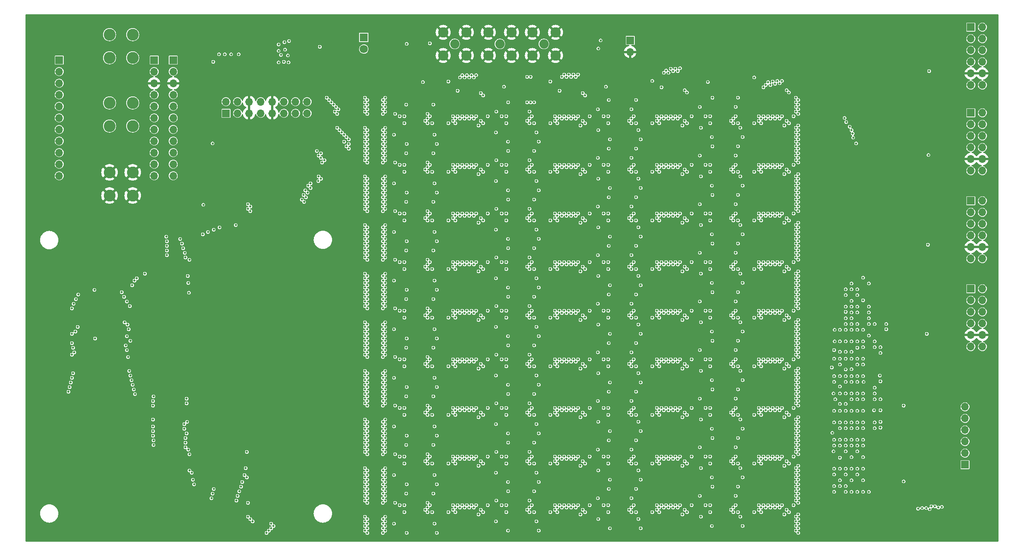
<source format=gbr>
%TF.GenerationSoftware,KiCad,Pcbnew,7.0.1*%
%TF.CreationDate,2023-04-05T17:43:42-07:00*%
%TF.ProjectId,VRSPAD-144,56525350-4144-42d3-9134-342e6b696361,rev?*%
%TF.SameCoordinates,Original*%
%TF.FileFunction,Copper,L2,Inr*%
%TF.FilePolarity,Positive*%
%FSLAX46Y46*%
G04 Gerber Fmt 4.6, Leading zero omitted, Abs format (unit mm)*
G04 Created by KiCad (PCBNEW 7.0.1) date 2023-04-05 17:43:42*
%MOMM*%
%LPD*%
G01*
G04 APERTURE LIST*
%TA.AperFunction,ComponentPad*%
%ADD10C,2.600000*%
%TD*%
%TA.AperFunction,ComponentPad*%
%ADD11R,1.800000X1.800000*%
%TD*%
%TA.AperFunction,ComponentPad*%
%ADD12C,1.800000*%
%TD*%
%TA.AperFunction,ComponentPad*%
%ADD13R,1.700000X1.700000*%
%TD*%
%TA.AperFunction,ComponentPad*%
%ADD14O,1.700000X1.700000*%
%TD*%
%TA.AperFunction,ComponentPad*%
%ADD15C,2.050000*%
%TD*%
%TA.AperFunction,ComponentPad*%
%ADD16C,2.250000*%
%TD*%
%TA.AperFunction,ViaPad*%
%ADD17C,0.512000*%
%TD*%
%TA.AperFunction,ViaPad*%
%ADD18C,0.508000*%
%TD*%
G04 APERTURE END LIST*
D10*
%TO.N,GND*%
%TO.C,U6*%
X18923000Y85979000D03*
X24003000Y85979000D03*
X18923000Y91059000D03*
X24003000Y91059000D03*
%TD*%
D11*
%TO.N,Net-(D1-K)*%
%TO.C,D1*%
X74676000Y120655000D03*
D12*
%TO.N,/supporting_infrastructure/LED_drive*%
X74676000Y118115000D03*
%TD*%
D10*
%TO.N,/supporting_infrastructure/SPAD_bias_jack*%
%TO.C,U4*%
X18923000Y101219000D03*
X24003000Y101219000D03*
X18923000Y106299000D03*
X24003000Y106299000D03*
%TD*%
D13*
%TO.N,unconnected-(J5-Pin_1-Pad1)*%
%TO.C,J5*%
X7874000Y115697000D03*
D14*
%TO.N,unconnected-(J5-Pin_2-Pad2)*%
X7874000Y113157000D03*
%TO.N,unconnected-(J5-Pin_3-Pad3)*%
X7874000Y110617000D03*
%TO.N,unconnected-(J5-Pin_4-Pad4)*%
X7874000Y108077000D03*
%TO.N,unconnected-(J5-Pin_5-Pad5)*%
X7874000Y105537000D03*
%TO.N,unconnected-(J5-Pin_6-Pad6)*%
X7874000Y102997000D03*
%TO.N,unconnected-(J5-Pin_7-Pad7)*%
X7874000Y100457000D03*
%TO.N,unconnected-(J5-Pin_8-Pad8)*%
X7874000Y97917000D03*
%TO.N,unconnected-(J5-Pin_9-Pad9)*%
X7874000Y95377000D03*
%TO.N,unconnected-(J5-Pin_10-Pad10)*%
X7874000Y92837000D03*
%TO.N,unconnected-(J5-Pin_11-Pad11)*%
X7874000Y90297000D03*
%TD*%
D13*
%TO.N,Net-(J2-Pin_1)*%
%TO.C,J2*%
X207772000Y104140000D03*
D14*
%TO.N,Net-(J2-Pin_2)*%
X210312000Y104140000D03*
%TO.N,Net-(J2-Pin_3)*%
X207772000Y101600000D03*
%TO.N,Net-(J2-Pin_4)*%
X210312000Y101600000D03*
%TO.N,Net-(J2-Pin_5)*%
X207772000Y99060000D03*
%TO.N,Net-(J2-Pin_6)*%
X210312000Y99060000D03*
%TO.N,Net-(J2-Pin_7)*%
X207772000Y96520000D03*
%TO.N,Net-(J2-Pin_8)*%
X210312000Y96520000D03*
%TO.N,GND*%
X207772000Y93980000D03*
X210312000Y93980000D03*
%TO.N,unconnected-(J2-Pin_11-Pad11)*%
X207772000Y91440000D03*
%TO.N,unconnected-(J2-Pin_12-Pad12)*%
X210312000Y91440000D03*
%TD*%
D13*
%TO.N,+3V3*%
%TO.C,J7*%
X44450000Y104013000D03*
D14*
%TO.N,/supporting_infrastructure/5V_jack*%
X44450000Y106553000D03*
%TO.N,+3V3*%
X46990000Y104013000D03*
%TO.N,/supporting_infrastructure/5V_jack*%
X46990000Y106553000D03*
%TO.N,GND*%
X49530000Y104013000D03*
X49530000Y106553000D03*
%TO.N,/supporting_infrastructure/LED_drive_DAC*%
X52070000Y104013000D03*
%TO.N,/supporting_infrastructure/LED_drive*%
X52070000Y106553000D03*
%TO.N,GND*%
X54610000Y104013000D03*
X54610000Y106553000D03*
%TO.N,/supporting_infrastructure/DAC_VREF_DAC*%
X57150000Y104013000D03*
%TO.N,DAC_VREF*%
X57150000Y106553000D03*
%TO.N,/supporting_infrastructure/TIA_VREF_DAC*%
X59690000Y104013000D03*
%TO.N,TIA_VREF*%
X59690000Y106553000D03*
%TO.N,/SPAD_bias*%
X62230000Y104013000D03*
%TO.N,/supporting_infrastructure/SPAD_bias_jack*%
X62230000Y106553000D03*
%TD*%
D13*
%TO.N,Net-(J3-Pin_1)*%
%TO.C,J3*%
X207772000Y122936000D03*
D14*
%TO.N,Net-(J3-Pin_2)*%
X210312000Y122936000D03*
%TO.N,Net-(J3-Pin_3)*%
X207772000Y120396000D03*
%TO.N,Net-(J3-Pin_4)*%
X210312000Y120396000D03*
%TO.N,Net-(J3-Pin_5)*%
X207772000Y117856000D03*
%TO.N,Net-(J3-Pin_6)*%
X210312000Y117856000D03*
%TO.N,Net-(J3-Pin_7)*%
X207772000Y115316000D03*
%TO.N,Net-(J3-Pin_8)*%
X210312000Y115316000D03*
%TO.N,GND*%
X207772000Y112776000D03*
X210312000Y112776000D03*
%TO.N,unconnected-(J3-Pin_11-Pad11)*%
X207772000Y110236000D03*
%TO.N,unconnected-(J3-Pin_12-Pad12)*%
X210312000Y110236000D03*
%TD*%
D13*
%TO.N,/FMC_WR9*%
%TO.C,J14*%
X206502000Y26924000D03*
D14*
%TO.N,/FMC_A1*%
X206502000Y29464000D03*
%TO.N,/FMC_A0*%
X206502000Y32004000D03*
%TO.N,/FMC_HBEN*%
X206502000Y34544000D03*
%TO.N,unconnected-(J14-Pin_5-Pad5)*%
X206502000Y37084000D03*
%TO.N,unconnected-(J14-Pin_6-Pad6)*%
X206502000Y39624000D03*
%TD*%
D10*
%TO.N,/supporting_infrastructure/5V_jack*%
%TO.C,U5*%
X18923000Y116205000D03*
X24003000Y116205000D03*
X18923000Y121285000D03*
X24003000Y121285000D03*
%TD*%
D15*
%TO.N,Net-(J17-In)*%
%TO.C,J17*%
X114173000Y119253000D03*
D16*
%TO.N,GND*%
X111633000Y121793000D03*
X111633000Y116713000D03*
X116713000Y121793000D03*
X116713000Y116713000D03*
%TD*%
D13*
%TO.N,Net-(J1-Pin_1)*%
%TO.C,J1*%
X207772000Y84836000D03*
D14*
%TO.N,Net-(J1-Pin_2)*%
X210312000Y84836000D03*
%TO.N,Net-(J1-Pin_3)*%
X207772000Y82296000D03*
%TO.N,Net-(J1-Pin_4)*%
X210312000Y82296000D03*
%TO.N,Net-(J1-Pin_5)*%
X207772000Y79756000D03*
%TO.N,Net-(J1-Pin_6)*%
X210312000Y79756000D03*
%TO.N,Net-(J1-Pin_7)*%
X207772000Y77216000D03*
%TO.N,Net-(J1-Pin_8)*%
X210312000Y77216000D03*
%TO.N,GND*%
X207772000Y74676000D03*
X210312000Y74676000D03*
%TO.N,unconnected-(J1-Pin_11-Pad11)*%
X207772000Y72136000D03*
%TO.N,unconnected-(J1-Pin_12-Pad12)*%
X210312000Y72136000D03*
%TD*%
D13*
%TO.N,Net-(J4-Pin_1)*%
%TO.C,J4*%
X207772000Y65532000D03*
D14*
%TO.N,Net-(J4-Pin_2)*%
X210312000Y65532000D03*
%TO.N,Net-(J4-Pin_3)*%
X207772000Y62992000D03*
%TO.N,Net-(J4-Pin_4)*%
X210312000Y62992000D03*
%TO.N,Net-(J4-Pin_5)*%
X207772000Y60452000D03*
%TO.N,Net-(J4-Pin_6)*%
X210312000Y60452000D03*
%TO.N,Net-(J4-Pin_7)*%
X207772000Y57912000D03*
%TO.N,Net-(J4-Pin_8)*%
X210312000Y57912000D03*
%TO.N,GND*%
X207772000Y55372000D03*
X210312000Y55372000D03*
%TO.N,unconnected-(J4-Pin_11-Pad11)*%
X207772000Y52832000D03*
%TO.N,unconnected-(J4-Pin_12-Pad12)*%
X210312000Y52832000D03*
%TD*%
D13*
%TO.N,/supporting_infrastructure/3v3_board*%
%TO.C,J6*%
X28702000Y115697000D03*
D14*
%TO.N,Net-(J13-Pin_2)*%
X28702000Y113157000D03*
%TO.N,GND*%
X28702000Y110617000D03*
%TO.N,/SCK*%
X28702000Y108077000D03*
%TO.N,/MOSI*%
X28702000Y105537000D03*
%TO.N,/MISO*%
X28702000Y102997000D03*
%TO.N,Net-(J13-Pin_7)*%
X28702000Y100457000D03*
%TO.N,/CS2*%
X28702000Y97917000D03*
%TO.N,/CS3*%
X28702000Y95377000D03*
%TO.N,/CS4*%
X28702000Y92837000D03*
%TO.N,/CS5*%
X28702000Y90297000D03*
%TD*%
D13*
%TO.N,/supporting_infrastructure/3v3_board*%
%TO.C,J13*%
X32893000Y115697000D03*
D14*
%TO.N,Net-(J13-Pin_2)*%
X32893000Y113157000D03*
%TO.N,GND*%
X32893000Y110617000D03*
%TO.N,/SCK*%
X32893000Y108077000D03*
%TO.N,/MOSI*%
X32893000Y105537000D03*
%TO.N,/MISO*%
X32893000Y102997000D03*
%TO.N,Net-(J13-Pin_7)*%
X32893000Y100457000D03*
%TO.N,/CS2*%
X32893000Y97917000D03*
%TO.N,/CS3*%
X32893000Y95377000D03*
%TO.N,/CS4*%
X32893000Y92837000D03*
%TO.N,/CS5*%
X32893000Y90297000D03*
%TD*%
D15*
%TO.N,/SPADc_142*%
%TO.C,J15*%
X94615000Y119253000D03*
D16*
%TO.N,GND*%
X92075000Y121793000D03*
X92075000Y116713000D03*
X97155000Y121793000D03*
X97155000Y116713000D03*
%TD*%
D13*
%TO.N,/pulse_142*%
%TO.C,J18*%
X133096000Y120020000D03*
D14*
%TO.N,GND*%
X133096000Y117480000D03*
%TD*%
D15*
%TO.N,unconnected-(J16-In-Pad1)*%
%TO.C,J16*%
X104521000Y119253000D03*
D16*
%TO.N,GND*%
X101981000Y121793000D03*
X101981000Y116713000D03*
X107061000Y121793000D03*
X107061000Y116713000D03*
%TD*%
D17*
%TO.N,GND*%
X112522000Y39370000D03*
X185420000Y52705000D03*
X180340000Y55499000D03*
X90170000Y60706000D03*
X168910000Y80518000D03*
X149606000Y48514000D03*
X181610000Y24765000D03*
X74295000Y91821000D03*
X82550000Y16510000D03*
X127254000Y59182000D03*
X101854000Y80518000D03*
X134874000Y71374000D03*
X101854000Y91186000D03*
X82550000Y80518000D03*
X104902000Y16510000D03*
X179324000Y60325000D03*
X146558000Y27178000D03*
X180340000Y44069000D03*
X149606000Y27178000D03*
X112522000Y28702000D03*
X74295000Y49149000D03*
X74295000Y17145000D03*
X157226000Y71374000D03*
X182880000Y43815000D03*
X60452000Y48133000D03*
X90170000Y71374000D03*
X90170000Y39370000D03*
X74295000Y70485000D03*
X200660000Y94869000D03*
X180340000Y48895000D03*
X191008000Y47117000D03*
X190881000Y26797000D03*
X55880000Y89662000D03*
X82550000Y91186000D03*
X149606000Y101854000D03*
X149606000Y80518000D03*
X185166000Y69596000D03*
X72771000Y91821000D03*
X189357000Y18034000D03*
X40005000Y117475000D03*
X112522000Y71374000D03*
X168910000Y27178000D03*
X149606000Y69850000D03*
X127254000Y91186000D03*
X43688000Y83312000D03*
X82550000Y37846000D03*
X112522000Y92710000D03*
X134874000Y60706000D03*
X112522000Y82042000D03*
X86995000Y120777000D03*
X127254000Y37846000D03*
X157226000Y50038000D03*
X82550000Y27178000D03*
X190881000Y20955000D03*
X74295000Y81153000D03*
X66929000Y116967000D03*
X134874000Y103378000D03*
X127254000Y48514000D03*
X182880000Y51689000D03*
X82550000Y101854000D03*
X180721000Y69596000D03*
X74295000Y27813000D03*
X74295000Y102489000D03*
X104902000Y27178000D03*
X72771000Y49149000D03*
X181610000Y18161000D03*
X146558000Y69850000D03*
X90170000Y92710000D03*
X40132000Y120142000D03*
X24511000Y23749000D03*
X124206000Y37846000D03*
X90170000Y103378000D03*
X180340000Y41275000D03*
X101854000Y69850000D03*
X82550000Y48514000D03*
X104902000Y37846000D03*
X72771000Y59817000D03*
X72771000Y70485000D03*
X124206000Y59182000D03*
X127254000Y69850000D03*
X124206000Y91186000D03*
X72771000Y17145000D03*
X200279000Y113284000D03*
X134874000Y18034000D03*
X157226000Y92710000D03*
X127254000Y27178000D03*
X168910000Y16510000D03*
X127254000Y16510000D03*
X200279000Y75311000D03*
X183769000Y69596000D03*
X184150000Y60325000D03*
X82296000Y120777000D03*
X134874000Y50038000D03*
X112522000Y50038000D03*
X104902000Y69850000D03*
X90170000Y28702000D03*
X149606000Y59182000D03*
X124206000Y16510000D03*
X134874000Y39370000D03*
X157226000Y18034000D03*
X146558000Y80518000D03*
X146558000Y101854000D03*
X39878000Y115189000D03*
X168910000Y37846000D03*
X101854000Y48514000D03*
X168910000Y59182000D03*
X157226000Y60706000D03*
X157226000Y28702000D03*
X168910000Y48514000D03*
X124206000Y101854000D03*
X127254000Y101854000D03*
X188976000Y69850000D03*
X191008000Y32385000D03*
X104902000Y48514000D03*
X72771000Y27813000D03*
X60706000Y91821000D03*
X72771000Y102489000D03*
X104902000Y80518000D03*
X74295000Y59817000D03*
X44577000Y89789000D03*
X200660000Y55499000D03*
X104902000Y101854000D03*
X112522000Y103378000D03*
X112522000Y18034000D03*
X101854000Y16510000D03*
X72771000Y81153000D03*
X149606000Y91186000D03*
X146558000Y59182000D03*
X101854000Y101854000D03*
X74295000Y38481000D03*
X134874000Y82042000D03*
X146558000Y48514000D03*
X149606000Y37846000D03*
X101854000Y59182000D03*
X193040000Y20955000D03*
X47879000Y89789000D03*
X112522000Y60706000D03*
X193040000Y37465000D03*
X146558000Y37846000D03*
X134874000Y92710000D03*
X40005000Y116332000D03*
X82550000Y59182000D03*
X146558000Y91186000D03*
X72771000Y38481000D03*
X124206000Y27178000D03*
X40005000Y119380000D03*
X157226000Y39370000D03*
X90170000Y18034000D03*
X124206000Y48514000D03*
X157226000Y82042000D03*
X124206000Y80518000D03*
X157226000Y103378000D03*
X101854000Y27178000D03*
X47625000Y94234000D03*
X82550000Y69850000D03*
X182880000Y55499000D03*
X168910000Y91186000D03*
X104902000Y59182000D03*
X90170000Y82042000D03*
X168910000Y69850000D03*
X179070000Y24765000D03*
X149606000Y16510000D03*
X186690000Y18161000D03*
X104902000Y91186000D03*
X90170000Y50038000D03*
X127254000Y80518000D03*
X182880000Y40259000D03*
X134874000Y28702000D03*
X190881000Y51435000D03*
X146558000Y16510000D03*
X124206000Y69850000D03*
X168910000Y101854000D03*
X184150000Y27305000D03*
X101854000Y37846000D03*
%TO.N,DAC_VREF*%
X115570000Y80518000D03*
X160274000Y101854000D03*
X137922000Y48514000D03*
X160274000Y111887000D03*
X93218000Y80518000D03*
X160274000Y37846000D03*
X93218000Y91186000D03*
X93218000Y37846000D03*
X160274000Y59182000D03*
X115570000Y101854000D03*
X115570000Y59182000D03*
X115570000Y91186000D03*
X137922000Y91186000D03*
X160274000Y80518000D03*
X93218000Y110998000D03*
X137922000Y101854000D03*
X137922000Y80518000D03*
X93218000Y69850000D03*
X115570000Y48514000D03*
X137922000Y37846000D03*
X115570000Y37846000D03*
X93218000Y48514000D03*
X160274000Y69850000D03*
X115570000Y16510000D03*
X93218000Y101854000D03*
X137922000Y59182000D03*
X115570000Y27178000D03*
X160274000Y91186000D03*
X137922000Y69850000D03*
X137922000Y16510000D03*
X93218000Y59182000D03*
X93218000Y27178000D03*
X115570000Y69850000D03*
X160274000Y27178000D03*
X137922000Y27178000D03*
X137922000Y111125000D03*
X160274000Y16510000D03*
X115570000Y110998000D03*
X93218000Y16510000D03*
X160274000Y48514000D03*
%TO.N,TIA_VREF*%
X83566000Y69850000D03*
X150622000Y101854000D03*
X105918000Y16510000D03*
X150622000Y28702000D03*
X87630000Y110871000D03*
X83566000Y60706000D03*
X105918000Y39370000D03*
X105918000Y27178000D03*
X128270000Y60706000D03*
X150622000Y37846000D03*
X150622000Y50038000D03*
X105410000Y109855000D03*
X150114000Y110889000D03*
X83566000Y80518000D03*
X128270000Y50038000D03*
X105918000Y18034000D03*
X83566000Y28702000D03*
X83566000Y39370000D03*
X105918000Y48514000D03*
X128270000Y18034000D03*
X150622000Y91186000D03*
X83566000Y71374000D03*
X105918000Y80518000D03*
X83566000Y91186000D03*
X128270000Y82042000D03*
X127762000Y109855000D03*
X150622000Y71374000D03*
X105918000Y69850000D03*
X105918000Y50038000D03*
X150622000Y16510000D03*
X105918000Y37846000D03*
X150622000Y69850000D03*
X150622000Y27178000D03*
X105918000Y71374000D03*
X83566000Y27178000D03*
X105918000Y103378000D03*
X128270000Y80518000D03*
X150622000Y48514000D03*
X150622000Y60706000D03*
X105918000Y82042000D03*
X128270000Y101854000D03*
X128270000Y27178000D03*
X128270000Y71374000D03*
X105918000Y92710000D03*
X150622000Y80518000D03*
X83566000Y48514000D03*
X150622000Y92710000D03*
X83566000Y92710000D03*
X83566000Y82042000D03*
X105918000Y59182000D03*
X128270000Y37846000D03*
X83566000Y101854000D03*
X83566000Y59182000D03*
X83566000Y37846000D03*
X105918000Y60706000D03*
X105918000Y28702000D03*
X105918000Y101854000D03*
X105918000Y91186000D03*
X150622000Y18034000D03*
X83566000Y50038000D03*
X150622000Y82042000D03*
X128270000Y16510000D03*
X128270000Y91186000D03*
X83566000Y18034000D03*
X128270000Y103378000D03*
X150622000Y39370000D03*
X83566000Y103378000D03*
X128270000Y39370000D03*
X128270000Y59182000D03*
X83566000Y16510000D03*
X128270000Y28702000D03*
X128270000Y48514000D03*
X150622000Y59182000D03*
X128270000Y69850000D03*
X128270000Y92710000D03*
X150622000Y103378000D03*
%TO.N,/supporting_infrastructure/5V_jack*%
X44196000Y116967000D03*
X47244000Y116967000D03*
X45593000Y116967000D03*
X42926000Y116967000D03*
X41656000Y115316000D03*
%TO.N,/SPADc_4*%
X74930000Y13462000D03*
X54864000Y13462000D03*
%TO.N,/SPADc_3*%
X75438000Y12954000D03*
X54356000Y12954000D03*
%TO.N,/SPADc_2*%
X74930000Y12446000D03*
X53848000Y12446000D03*
%TO.N,/SPADc_1*%
X53340000Y11938000D03*
X75438000Y11938000D03*
%TO.N,/SPADc_8*%
X74930000Y15494000D03*
X49276000Y15494000D03*
%TO.N,/SPADc_7*%
X75438000Y14986000D03*
X49784000Y14986000D03*
%TO.N,/SPADc_6*%
X74930000Y14478000D03*
X50292000Y14478000D03*
%TO.N,/SPADc_5*%
X54356000Y13970000D03*
X75438000Y13970000D03*
%TO.N,/SPADc_12*%
X46990000Y20066000D03*
X74930000Y20066000D03*
%TO.N,/SPADc_11*%
X75438000Y19558000D03*
X41275000Y19558000D03*
%TO.N,/SPADc_10*%
X46736000Y19050000D03*
X74930000Y19050000D03*
%TO.N,/SPADc_9*%
X75438000Y18542000D03*
X49276000Y18542000D03*
%TO.N,/SPADc_16*%
X74930000Y22098000D03*
X47752000Y22098000D03*
%TO.N,/SPADc_15*%
X75438000Y21590000D03*
X41783000Y21590000D03*
%TO.N,/SPADc_14*%
X47371000Y21082000D03*
X74930000Y21082000D03*
%TO.N,/SPADc_13*%
X41529000Y20574000D03*
X75438000Y20574000D03*
%TO.N,/array_row1/Ispad_1*%
X78867000Y22606000D03*
D18*
X84074000Y22606000D03*
%TO.N,/array_row1/Ispad_2*%
X106299000Y23114000D03*
D17*
X79375000Y23114000D03*
D18*
%TO.N,/array_row1/Ispad_3*%
X128651000Y23622000D03*
D17*
X78867000Y23622000D03*
%TO.N,/SPADc_20*%
X74930000Y24130000D03*
X49022000Y24130000D03*
%TO.N,/SPADc_19*%
X75438000Y23622000D03*
X37211000Y23622000D03*
%TO.N,/SPADc_18*%
X48006000Y23114000D03*
X74930000Y23114000D03*
%TO.N,/SPADc_17*%
X75438000Y22606000D03*
X37465000Y22606000D03*
%TO.N,/array_row1/Ispad_4*%
X79375000Y24130000D03*
D18*
X151003000Y24130000D03*
D17*
%TO.N,/array_row1/Ispad_5*%
X78867000Y24638000D03*
D18*
X81300500Y24638000D03*
%TO.N,/array_row1/Ispad_6*%
X103652500Y25146000D03*
D17*
X79375000Y25146000D03*
%TO.N,/SPADc_24*%
X74930000Y26162000D03*
X48768000Y26162000D03*
%TO.N,/SPADc_23*%
X36449000Y25654000D03*
X75438000Y25654000D03*
%TO.N,/SPADc_22*%
X74930000Y25146000D03*
X36957000Y25146000D03*
%TO.N,/SPADc_21*%
X48514000Y24638000D03*
X75438000Y24638000D03*
%TO.N,/array_row1/Ispad_7*%
X78867000Y25654000D03*
D18*
X126081000Y25654000D03*
%TO.N,/array_row1/Ispad_8*%
X148590000Y26162000D03*
D17*
X79375000Y26162000D03*
%TO.N,/array_row1/Ispad_9*%
X78867000Y29210000D03*
D18*
X81534000Y29210000D03*
D17*
%TO.N,/SPADc_28*%
X74930000Y30734000D03*
X35560000Y30734000D03*
%TO.N,/SPADc_27*%
X36195000Y30226000D03*
X75438000Y30226000D03*
%TO.N,/SPADc_26*%
X49022000Y29718000D03*
X74930000Y29718000D03*
%TO.N,/SPADc_25*%
X75438000Y29210000D03*
X36449000Y29210000D03*
D18*
%TO.N,/array_row1/Ispad_10*%
X103729000Y29718000D03*
D17*
X79375000Y29718000D03*
%TO.N,/array_row1/Ispad_11*%
X78867000Y30226000D03*
D18*
X126004500Y30226000D03*
%TO.N,/array_row1/Ispad_12*%
X148356500Y30734000D03*
D17*
X79375000Y30734000D03*
%TO.N,/SPADc_32*%
X35560000Y32766000D03*
X74930000Y32766000D03*
%TO.N,/SPADc_31*%
X75438000Y32258000D03*
X28575000Y32258000D03*
%TO.N,/SPADc_30*%
X35560000Y31750000D03*
X74930000Y31750000D03*
%TO.N,/SPADc_29*%
X75438000Y31242000D03*
X28575000Y31242000D03*
D18*
%TO.N,/array_row1/Ispad_13*%
X83977000Y31242000D03*
D17*
X78867000Y31242000D03*
D18*
%TO.N,/array_row1/Ispad_14*%
X106329000Y31750000D03*
D17*
X79375000Y31750000D03*
D18*
%TO.N,/array_row1/Ispad_15*%
X128397000Y32258000D03*
D17*
X78867000Y32258000D03*
%TO.N,/array_row1/Ispad_16*%
X79375000Y32766000D03*
D18*
X151128000Y32764000D03*
D17*
%TO.N,/SPADc_36*%
X74930000Y34798000D03*
X35306000Y34798000D03*
%TO.N,/SPADc_35*%
X75438000Y34290000D03*
X28448000Y34290000D03*
%TO.N,/SPADc_34*%
X74930000Y33782000D03*
X35814000Y33782000D03*
%TO.N,/SPADc_33*%
X75438000Y33274000D03*
X28448000Y33274000D03*
%TO.N,/array_row2/Ispad_1*%
X78867000Y33274000D03*
D18*
X84074000Y33274000D03*
D17*
%TO.N,/array_row2/Ispad_2*%
X79375000Y33782000D03*
D18*
X106299000Y33782000D03*
D17*
%TO.N,/array_row2/Ispad_3*%
X78867000Y34290000D03*
D18*
X128651000Y34290000D03*
D17*
%TO.N,/array_row2/Ispad_4*%
X79375000Y34798000D03*
D18*
X151003000Y34798000D03*
D17*
%TO.N,/SPADc_40*%
X28448000Y36830000D03*
X74930000Y36830000D03*
%TO.N,/SPADc_39*%
X75438000Y36322000D03*
X35941000Y36322000D03*
%TO.N,/SPADc_38*%
X35306000Y35814000D03*
X74930000Y35814000D03*
%TO.N,/SPADc_37*%
X28448000Y35306000D03*
X75438000Y35306000D03*
%TO.N,/array_row2/Ispad_5*%
X78867000Y35306000D03*
D18*
X81300500Y35306000D03*
D17*
%TO.N,/array_row2/Ispad_6*%
X79375000Y35814000D03*
D18*
X103652500Y35814000D03*
D17*
%TO.N,/array_row2/Ispad_7*%
X78867000Y36322000D03*
D18*
X126081000Y36322000D03*
%TO.N,/array_row2/Ispad_8*%
X148590000Y36830000D03*
D17*
X79375000Y36830000D03*
%TO.N,/SPADc_44*%
X74930000Y41402000D03*
X35814000Y41402000D03*
%TO.N,/SPADc_43*%
X28448000Y40894000D03*
X75438000Y40894000D03*
%TO.N,/SPADc_42*%
X74930000Y40386000D03*
X35814000Y40386000D03*
%TO.N,/SPADc_41*%
X75438000Y39878000D03*
X28448000Y39878000D03*
%TO.N,/array_row2/Ispad_9*%
X78867000Y39878000D03*
D18*
X81534000Y39878000D03*
%TO.N,/array_row2/Ispad_10*%
X103729000Y40386000D03*
D17*
X79375000Y40386000D03*
D18*
%TO.N,/array_row2/Ispad_11*%
X126004500Y40894000D03*
D17*
X78867000Y40894000D03*
D18*
%TO.N,/array_row2/Ispad_12*%
X148356500Y41402000D03*
D17*
X79375000Y41402000D03*
%TO.N,/SPADc_48*%
X24257000Y43434000D03*
X74930000Y43434000D03*
%TO.N,/SPADc_47*%
X9906000Y42926000D03*
X75438000Y42926000D03*
%TO.N,/SPADc_46*%
X24511000Y42418000D03*
X74930000Y42418000D03*
%TO.N,/SPADc_45*%
X28575000Y41910000D03*
X75438000Y41910000D03*
D18*
%TO.N,/array_row2/Ispad_13*%
X83977000Y41910000D03*
D17*
X78867000Y41910000D03*
D18*
%TO.N,/array_row2/Ispad_14*%
X106329000Y42418000D03*
D17*
X79375000Y42418000D03*
D18*
%TO.N,/array_row2/Ispad_15*%
X128397000Y42926000D03*
D17*
X78867000Y42926000D03*
%TO.N,/SPADc_52*%
X74930000Y45466000D03*
X23749000Y45466000D03*
%TO.N,/SPADc_51*%
X10414000Y44958000D03*
X75438000Y44958000D03*
%TO.N,/SPADc_50*%
X74930000Y44450000D03*
X24003000Y44450000D03*
%TO.N,/SPADc_49*%
X10160000Y43942000D03*
X75438000Y43942000D03*
D18*
%TO.N,/array_row2/Ispad_16*%
X151128000Y43432000D03*
D17*
X79375000Y43434000D03*
D18*
%TO.N,/array_row3/Ispad_1*%
X84074000Y43942000D03*
D17*
X78867000Y43942000D03*
%TO.N,/array_row3/Ispad_2*%
X79375000Y44450000D03*
D18*
X106299000Y44450000D03*
D17*
%TO.N,/SPADc_56*%
X74930000Y47498000D03*
X23241000Y47498000D03*
%TO.N,/SPADc_55*%
X75438000Y46990000D03*
X10922000Y46990000D03*
%TO.N,/SPADc_54*%
X23495000Y46482000D03*
X74930000Y46482000D03*
%TO.N,/SPADc_53*%
X10668000Y45974000D03*
X75438000Y45974000D03*
D18*
%TO.N,/array_row3/Ispad_3*%
X128651000Y44958000D03*
D17*
X78867000Y44958000D03*
%TO.N,/array_row3/Ispad_4*%
X79375000Y45466000D03*
D18*
X151003000Y45466000D03*
%TO.N,/array_row3/Ispad_5*%
X81300500Y45974000D03*
D17*
X78867000Y45974000D03*
%TO.N,/SPADc_60*%
X22733000Y52070000D03*
X74930000Y52070000D03*
%TO.N,/SPADc_59*%
X75438000Y51562000D03*
X11176000Y51562000D03*
%TO.N,/SPADc_58*%
X74930000Y51054000D03*
X10668000Y51054000D03*
%TO.N,/SPADc_57*%
X75438000Y50546000D03*
X22987000Y50546000D03*
%TO.N,/array_row3/Ispad_6*%
X79375000Y46482000D03*
D18*
X103652500Y46482000D03*
%TO.N,/array_row3/Ispad_7*%
X126081000Y46990000D03*
D17*
X78867000Y46990000D03*
D18*
%TO.N,/array_row3/Ispad_8*%
X148590000Y47498000D03*
D17*
X79375000Y47498000D03*
%TO.N,/SPADc_64*%
X23495000Y54102000D03*
X74930000Y54102000D03*
%TO.N,/SPADc_63*%
X75438000Y53594000D03*
X10668000Y53594000D03*
%TO.N,/SPADc_62*%
X22479000Y53086000D03*
X74930000Y53086000D03*
%TO.N,/SPADc_61*%
X10922000Y52578000D03*
X75438000Y52578000D03*
%TO.N,/array_row3/Ispad_9*%
X78867000Y50546000D03*
D18*
X81534000Y50546000D03*
%TO.N,/array_row3/Ispad_10*%
X103729000Y51054000D03*
D17*
X79375000Y51054000D03*
D18*
%TO.N,/array_row3/Ispad_11*%
X126004500Y51562000D03*
D17*
X78867000Y51562000D03*
%TO.N,/SPADc_68*%
X74930000Y56134000D03*
X11430000Y56134000D03*
%TO.N,/SPADc_67*%
X10668000Y55626000D03*
X75438000Y55626000D03*
%TO.N,/SPADc_66*%
X74930000Y55118000D03*
X22733000Y55118000D03*
%TO.N,/SPADc_65*%
X75438000Y54610000D03*
X15748000Y54610000D03*
%TO.N,/array_row3/Ispad_12*%
X79375000Y52070000D03*
D18*
X148356500Y52070000D03*
%TO.N,/array_row3/Ispad_13*%
X83977000Y52578000D03*
D17*
X78867000Y52578000D03*
D18*
%TO.N,/array_row3/Ispad_14*%
X106329000Y53086000D03*
D17*
X79375000Y53086000D03*
%TO.N,/SPADc_72*%
X74930000Y58166000D03*
X22225000Y58166000D03*
%TO.N,/SPADc_71*%
X75438000Y57658000D03*
X22860000Y57658000D03*
%TO.N,/SPADc_70*%
X74930000Y57150000D03*
X11938000Y57150000D03*
%TO.N,/SPADc_69*%
X23114000Y56642000D03*
X75438000Y56642000D03*
%TO.N,/array_row3/Ispad_15*%
X78867000Y53594000D03*
D18*
X128397000Y53594000D03*
D17*
%TO.N,/array_row3/Ispad_16*%
X79375000Y54102000D03*
D18*
X151128000Y54100000D03*
%TO.N,/array_row4/Ispad_1*%
X84074000Y54610000D03*
D17*
X78867000Y54610000D03*
%TO.N,/SPADc_76*%
X74930000Y62738000D03*
X22733000Y62738000D03*
%TO.N,/SPADc_75*%
X11049000Y62230000D03*
X75438000Y62230000D03*
%TO.N,/SPADc_74*%
X23368000Y61722000D03*
X74930000Y61722000D03*
%TO.N,/SPADc_73*%
X75438000Y61214000D03*
X10668000Y61214000D03*
%TO.N,/array_row4/Ispad_2*%
X79375000Y55118000D03*
D18*
X106299000Y55118000D03*
D17*
%TO.N,/array_row4/Ispad_3*%
X78867000Y55626000D03*
D18*
X128651000Y55626000D03*
D17*
%TO.N,/array_row4/Ispad_4*%
X79375000Y56134000D03*
D18*
X151003000Y56134000D03*
D17*
%TO.N,/SPADc_80*%
X21590000Y64770000D03*
X74930000Y64770000D03*
%TO.N,/SPADc_79*%
X12065000Y64262000D03*
X75438000Y64262000D03*
%TO.N,/SPADc_78*%
X22098000Y63754000D03*
X74930000Y63754000D03*
%TO.N,/SPADc_77*%
X75438000Y63246000D03*
X11557000Y63246000D03*
%TO.N,/array_row4/Ispad_5*%
X78867000Y56642000D03*
D18*
X81300500Y56642000D03*
D17*
%TO.N,/array_row4/Ispad_6*%
X79375000Y57150000D03*
D18*
X103652500Y57150000D03*
D17*
%TO.N,/array_row4/Ispad_7*%
X78867000Y57658000D03*
D18*
X126081000Y57658000D03*
D17*
%TO.N,/SPADc_84*%
X74930000Y66802000D03*
X36195000Y66802000D03*
%TO.N,/SPADc_83*%
X75438000Y66294000D03*
X23876000Y66294000D03*
%TO.N,/SPADc_82*%
X74930000Y65786000D03*
X36322000Y64643000D03*
%TO.N,/SPADc_81*%
X15621000Y65278000D03*
X75438000Y65278000D03*
D18*
%TO.N,/array_row4/Ispad_8*%
X148590000Y58166000D03*
D17*
X79375000Y58166000D03*
%TO.N,/array_row4/Ispad_9*%
X78867000Y61214000D03*
D18*
X81534000Y61214000D03*
%TO.N,/array_row4/Ispad_10*%
X103729000Y61722000D03*
D17*
X79375000Y61722000D03*
%TO.N,/SPADc_88*%
X74930000Y68834000D03*
X26670000Y68834000D03*
%TO.N,/SPADc_87*%
X36068000Y68326000D03*
X75438000Y68326000D03*
%TO.N,/SPADc_86*%
X24892000Y67818000D03*
X74930000Y67818000D03*
%TO.N,/SPADc_85*%
X24384000Y67310000D03*
X75438000Y67310000D03*
D18*
%TO.N,/array_row4/Ispad_11*%
X126004500Y62230000D03*
D17*
X78867000Y62230000D03*
%TO.N,/array_row4/Ispad_12*%
X79375000Y62738000D03*
D18*
X148356500Y62738000D03*
D17*
%TO.N,/SPADc_92*%
X74930000Y73406000D03*
X35433000Y73406000D03*
%TO.N,/SPADc_91*%
X75438000Y72898000D03*
X31496000Y72898000D03*
%TO.N,/SPADc_90*%
X35560000Y72390000D03*
X74930000Y72390000D03*
%TO.N,/SPADc_89*%
X75438000Y71882000D03*
X36449000Y71882000D03*
D18*
%TO.N,/array_row4/Ispad_13*%
X83977000Y63246000D03*
D17*
X78867000Y63246000D03*
D18*
%TO.N,/array_row4/Ispad_14*%
X106329000Y63754000D03*
D17*
X79375000Y63754000D03*
D18*
%TO.N,/array_row4/Ispad_15*%
X128397000Y64262000D03*
D17*
X78867000Y64262000D03*
%TO.N,/array_row4/Ispad_16*%
X79375000Y64770000D03*
D18*
X151128000Y64768000D03*
D17*
%TO.N,/SPADc_96*%
X34798000Y75438000D03*
X74930000Y75438000D03*
%TO.N,/SPADc_95*%
X31496000Y74930000D03*
X75438000Y74930000D03*
%TO.N,/SPADc_94*%
X35052000Y74422000D03*
X74930000Y74422000D03*
%TO.N,/SPADc_93*%
X31496000Y73914000D03*
X75438000Y73914000D03*
D18*
%TO.N,/array_row5/Ispad_1*%
X84074000Y65278000D03*
D17*
X78867000Y65278000D03*
D18*
%TO.N,/array_row5/Ispad_2*%
X106299000Y65786000D03*
D17*
X79375000Y65786000D03*
%TO.N,/array_row5/Ispad_3*%
X78867000Y66294000D03*
D18*
X128651000Y66294000D03*
D17*
%TO.N,/SPADc_100*%
X74930000Y77470000D03*
X39370000Y77470000D03*
%TO.N,/SPADc_99*%
X75438000Y76962000D03*
X31369000Y76962000D03*
%TO.N,/SPADc_98*%
X74930000Y76454000D03*
X34417000Y76454000D03*
%TO.N,/SPADc_97*%
X75438000Y75946000D03*
X31496000Y75946000D03*
%TO.N,/array_row5/Ispad_4*%
X79375000Y66802000D03*
D18*
X151003000Y66802000D03*
%TO.N,/array_row5/Ispad_5*%
X81300500Y67310000D03*
D17*
X78867000Y67310000D03*
D18*
%TO.N,/array_row5/Ispad_6*%
X103652500Y67818000D03*
D17*
X79375000Y67818000D03*
%TO.N,/SPADc_104*%
X74930000Y79502000D03*
X46609000Y79502000D03*
%TO.N,/SPADc_103*%
X43053000Y78994000D03*
X75438000Y78994000D03*
%TO.N,/SPADc_102*%
X41783000Y78486000D03*
X74930000Y78486000D03*
%TO.N,/SPADc_101*%
X40513000Y77978000D03*
X75438000Y77978000D03*
%TO.N,/array_row5/Ispad_7*%
X78867000Y68326000D03*
D18*
X126081000Y68326000D03*
D17*
%TO.N,/array_row5/Ispad_8*%
X79375000Y68834000D03*
D18*
X148590000Y68834000D03*
D17*
%TO.N,/array_row5/Ispad_9*%
X78867000Y71882000D03*
D18*
X81534000Y71882000D03*
D17*
%TO.N,/SPADc_108*%
X74930000Y84074000D03*
X49276000Y84074000D03*
%TO.N,/SPADc_107*%
X49784000Y83566000D03*
X75438000Y83566000D03*
%TO.N,/SPADc_106*%
X49276000Y83058000D03*
X74930000Y83058000D03*
%TO.N,/SPADc_105*%
X49784000Y82550000D03*
X75438000Y82550000D03*
D18*
%TO.N,/array_row5/Ispad_10*%
X103729000Y72390000D03*
D17*
X79375000Y72390000D03*
%TO.N,/array_row5/Ispad_11*%
X78867000Y72898000D03*
D18*
X126004500Y72898000D03*
%TO.N,/array_row5/Ispad_12*%
X148356500Y73406000D03*
D17*
X79375000Y73406000D03*
%TO.N,/SPADc_112*%
X61468000Y86106000D03*
X74930000Y86106000D03*
%TO.N,/SPADc_111*%
X75438000Y85598000D03*
X61976000Y85598000D03*
%TO.N,/SPADc_110*%
X61087000Y85090000D03*
X74930000Y85090000D03*
%TO.N,/SPADc_109*%
X61595000Y84582000D03*
X75438000Y84582000D03*
%TO.N,/array_row5/Ispad_13*%
X78867000Y73914000D03*
D18*
X83977000Y73914000D03*
D17*
%TO.N,/array_row5/Ispad_14*%
X79375000Y74422000D03*
D18*
X106329000Y74422000D03*
%TO.N,/array_row5/Ispad_15*%
X128397000Y74930000D03*
D17*
X78867000Y74930000D03*
%TO.N,/SPADc_116*%
X62484000Y88138000D03*
X74930000Y88138000D03*
%TO.N,/SPADc_115*%
X75438000Y87630000D03*
X62992000Y87630000D03*
%TO.N,/SPADc_114*%
X61849000Y87122000D03*
X74930000Y87122000D03*
%TO.N,/SPADc_113*%
X75438000Y86614000D03*
X62357000Y86614000D03*
%TO.N,/array_row5/Ispad_16*%
X79375000Y75438000D03*
D18*
X151128000Y75436000D03*
D17*
%TO.N,/array_row6/Ispad_1*%
X78867000Y75946000D03*
D18*
X84074000Y75946000D03*
%TO.N,/array_row6/Ispad_2*%
X106299000Y76454000D03*
D17*
X79375000Y76454000D03*
%TO.N,/SPADc_120*%
X64770000Y90170000D03*
X74930000Y90170000D03*
%TO.N,/SPADc_119*%
X75438000Y89662000D03*
X65278000Y89662000D03*
%TO.N,/SPADc_118*%
X64706000Y89154000D03*
X74930000Y89154000D03*
%TO.N,/SPADc_117*%
X75438000Y88646000D03*
X62992000Y88646000D03*
%TO.N,/array_row6/Ispad_3*%
X78867000Y76962000D03*
D18*
X128651000Y76962000D03*
%TO.N,/array_row6/Ispad_4*%
X151003000Y77470000D03*
D17*
X79375000Y77470000D03*
%TO.N,/array_row6/Ispad_5*%
X78867000Y77978000D03*
D18*
X81300500Y77978000D03*
D17*
%TO.N,/SPADc_124*%
X74930000Y94742000D03*
X64770000Y94742000D03*
%TO.N,/SPADc_123*%
X75438000Y94234000D03*
X65278000Y94234000D03*
%TO.N,/SPADc_122*%
X74930000Y93726000D03*
X66040000Y93726000D03*
%TO.N,Net-(U15A-+)*%
X161290000Y28702000D03*
X155702000Y28194000D03*
%TO.N,Net-(U15B-+)*%
X161798000Y28194000D03*
X155194000Y27686000D03*
%TO.N,Net-(U15C-+)*%
X161290000Y27686000D03*
X155702000Y27178000D03*
%TO.N,Net-(U15D-+)*%
X156718000Y27178000D03*
X161798000Y27178000D03*
%TO.N,/SPADc_121*%
X65532000Y93218000D03*
X75438000Y93218000D03*
%TO.N,/array_row6/Ispad_6*%
X79375000Y78486000D03*
D18*
X103652500Y78486000D03*
%TO.N,/array_row6/Ispad_7*%
X126081000Y78994000D03*
D17*
X78867000Y78994000D03*
%TO.N,/array_row6/Ispad_8*%
X79375000Y79502000D03*
D18*
X148590000Y79502000D03*
%TO.N,/array_row6/Ispad_9*%
X81534000Y82550000D03*
D17*
X78867000Y82550000D03*
%TO.N,/SPADc_128*%
X70866000Y96774000D03*
X74930000Y96774000D03*
%TO.N,/SPADc_127*%
X71374000Y96266000D03*
X75438000Y96266000D03*
%TO.N,/SPADc_126*%
X64389000Y95758000D03*
X74930000Y95758000D03*
%TO.N,/SPADc_125*%
X65278000Y95250000D03*
X75438000Y95250000D03*
D18*
%TO.N,/array_row6/Ispad_10*%
X103729000Y83058000D03*
D17*
X79375000Y83058000D03*
D18*
%TO.N,/array_row6/Ispad_11*%
X126004500Y83566000D03*
D17*
X78867000Y83566000D03*
D18*
%TO.N,/array_row6/Ispad_12*%
X148356500Y84074000D03*
D17*
X79375000Y84074000D03*
%TO.N,/SPADc_132*%
X74930000Y98806000D03*
X70866000Y98806000D03*
%TO.N,/SPADc_131*%
X75438000Y98298000D03*
X71374000Y98298000D03*
%TO.N,/SPADc_130*%
X74930000Y97790000D03*
X70358000Y97790000D03*
%TO.N,/SPADc_129*%
X75438000Y97282000D03*
X71374000Y97282000D03*
%TO.N,/array_row6/Ispad_13*%
X78867000Y84582000D03*
D18*
X83977000Y84582000D03*
%TO.N,/array_row6/Ispad_14*%
X106329000Y85090000D03*
D17*
X79375000Y85090000D03*
%TO.N,/array_row6/Ispad_15*%
X78867000Y85598000D03*
D18*
X128397000Y85598000D03*
D17*
%TO.N,/SPADc_136*%
X74930000Y100838000D03*
X68834000Y100838000D03*
%TO.N,/SPADc_135*%
X75438000Y100330000D03*
X69342000Y100330000D03*
%TO.N,/SPADc_134*%
X69850000Y99822000D03*
X74930000Y99822000D03*
%TO.N,/SPADc_133*%
X75438000Y99314000D03*
X70358000Y99314000D03*
X75438000Y99314000D03*
D18*
%TO.N,/array_row6/Ispad_16*%
X151128000Y86104000D03*
D17*
X79375000Y86106000D03*
%TO.N,/array_row7/Ispad_1*%
X78867000Y86614000D03*
D18*
X84074000Y86614000D03*
D17*
%TO.N,/array_row7/Ispad_2*%
X79375000Y87122000D03*
D18*
X106299000Y87122000D03*
D17*
%TO.N,/SPADc_140*%
X74930000Y105410000D03*
X68580000Y105410000D03*
%TO.N,/SPADc_139*%
X69088000Y104902000D03*
X75438000Y104902000D03*
%TO.N,/SPADc_138*%
X68326000Y104394000D03*
X74930000Y104394000D03*
%TO.N,/SPADc_137*%
X68834000Y103886000D03*
X75438000Y103886000D03*
D18*
%TO.N,/array_row7/Ispad_3*%
X128651000Y87630000D03*
D17*
X78867000Y87630000D03*
%TO.N,/array_row7/Ispad_4*%
X79375000Y88138000D03*
D18*
X151003000Y88138000D03*
D17*
%TO.N,/array_row7/Ispad_5*%
X78867000Y88646000D03*
D18*
X81300500Y88646000D03*
D17*
%TO.N,/SPADc_144*%
X66548000Y107442000D03*
X74930000Y107442000D03*
%TO.N,/SPADc_143*%
X75438000Y106934000D03*
X67056000Y106934000D03*
%TO.N,/SPADc_142*%
X39497000Y83947000D03*
X67564000Y106426000D03*
X74930000Y106426000D03*
%TO.N,/SPADc_141*%
X75438000Y105918000D03*
X68072000Y105918000D03*
D18*
%TO.N,/pulse_12*%
X169418000Y20066000D03*
D17*
X184150000Y23495000D03*
D18*
X156210000Y20066000D03*
D17*
%TO.N,Net-(U114A--)*%
X110490000Y106426000D03*
X110490000Y112014000D03*
D18*
%TO.N,/pulse_1*%
X169926000Y11938000D03*
D17*
X185420000Y20955000D03*
D18*
X90678000Y11938000D03*
%TO.N,/pulse_5*%
X169926000Y13970000D03*
D17*
X180340000Y20955000D03*
D18*
X90170000Y13970000D03*
D17*
%TO.N,/pulse_9*%
X177800000Y22225000D03*
D18*
X169926000Y18542000D03*
X88646000Y18542000D03*
%TO.N,/pulse_13*%
X89916000Y20574000D03*
X169926000Y20574000D03*
D17*
X177800000Y24765000D03*
%TO.N,/pulse_17*%
X179070000Y26035000D03*
D18*
X90678000Y22606000D03*
X169926000Y22606000D03*
%TO.N,/pulse_21*%
X90170000Y24638000D03*
D17*
X184150000Y26035000D03*
D18*
X169926000Y24638000D03*
D17*
%TO.N,/pulse_25*%
X177673000Y29845000D03*
D18*
X88646000Y29210000D03*
X169926000Y29210000D03*
D17*
%TO.N,/pulse_29*%
X179070000Y31115000D03*
D18*
X169926000Y31242000D03*
X89916000Y31242000D03*
D17*
%TO.N,/pulse_33*%
X184150000Y31115000D03*
D18*
X90678000Y33274000D03*
X169926000Y33274000D03*
%TO.N,/pulse_37*%
X90170000Y35306000D03*
D17*
X181610000Y32385000D03*
D18*
X169926000Y35306000D03*
D17*
%TO.N,/pulse_41*%
X179070000Y34925000D03*
D18*
X169926000Y39878000D03*
X88646000Y39878000D03*
D17*
%TO.N,/pulse_45*%
X184150000Y34925000D03*
D18*
X169926000Y41910000D03*
X89916000Y41910000D03*
D17*
%TO.N,/pulse_49*%
X181610000Y36195000D03*
D18*
X169926000Y43942000D03*
X90678000Y43942000D03*
%TO.N,/pulse_53*%
X169926000Y45974000D03*
X90170000Y45974000D03*
D17*
X179070000Y38735000D03*
%TO.N,/pulse_57*%
X184150000Y38735000D03*
D18*
X88646000Y50546000D03*
X169926000Y50546000D03*
D17*
%TO.N,/pulse_61*%
X181610000Y41275000D03*
D18*
X169926000Y52578000D03*
X89916000Y52578000D03*
%TO.N,/pulse_65*%
X169926000Y54610000D03*
D17*
X179070000Y42545000D03*
D18*
X90678000Y54610000D03*
%TO.N,/pulse_69*%
X90170000Y56642000D03*
D17*
X184150000Y42545000D03*
D18*
X169926000Y56642000D03*
%TO.N,/pulse_73*%
X169926000Y61214000D03*
D17*
X181610000Y45085000D03*
D18*
X88646000Y61214000D03*
D17*
%TO.N,/pulse_77*%
X179070000Y46355000D03*
D18*
X169926000Y63246000D03*
X89916000Y63246000D03*
D17*
%TO.N,/pulse_81*%
X184150000Y46355000D03*
D18*
X90678000Y65278000D03*
X169926000Y65278000D03*
%TO.N,/pulse_85*%
X169926000Y67310000D03*
X90170000Y67310000D03*
D17*
X181610000Y47879000D03*
D18*
%TO.N,/pulse_89*%
X88646000Y71882000D03*
X169926000Y71882000D03*
D17*
X179070000Y50165000D03*
D18*
%TO.N,/pulse_92*%
X156210000Y73406000D03*
D17*
X182880000Y50165000D03*
D18*
X169418000Y73406000D03*
D17*
%TO.N,/pulse_97*%
X181610000Y51689000D03*
D18*
X169926000Y75946000D03*
X90678000Y75946000D03*
D17*
%TO.N,/pulse_101*%
X179070000Y53975000D03*
D18*
X90170000Y77978000D03*
X169926000Y77978000D03*
%TO.N,/pulse_105*%
X169926000Y82550000D03*
D17*
X184150000Y53975000D03*
D18*
X88646000Y82550000D03*
%TO.N,/pulse_109*%
X89916000Y84582000D03*
D17*
X181610000Y56515000D03*
D18*
X169926000Y84582000D03*
%TO.N,/pulse_113*%
X169926000Y86614000D03*
X90678000Y86614000D03*
%TO.N,/pulse_117*%
X169926000Y88646000D03*
X90170000Y88646000D03*
%TO.N,/pulse_121*%
X88646000Y93218000D03*
X169926000Y93218000D03*
%TO.N,/pulse_125*%
X89916000Y95250000D03*
X169926000Y95250000D03*
D17*
X180340000Y60452000D03*
%TO.N,/pulse_129*%
X181610000Y61595000D03*
D18*
X169926000Y97282000D03*
X90678000Y97282000D03*
%TO.N,/pulse_133*%
X90170000Y99314000D03*
X169926000Y99314000D03*
D17*
X182880000Y60325000D03*
D18*
%TO.N,/pulse_137*%
X169926000Y103886000D03*
X88646000Y103886000D03*
D17*
X184150000Y67945000D03*
%TO.N,/pulse_141*%
X185420000Y60325000D03*
D18*
X169926000Y105918000D03*
X89916000Y105918000D03*
%TO.N,/pulse_2*%
X113030000Y12446000D03*
X169418000Y12446000D03*
D17*
X184150000Y20955000D03*
%TO.N,/pulse_6*%
X180340000Y22225000D03*
D18*
X112522000Y14478000D03*
X169418000Y14478000D03*
%TO.N,/pulse_10*%
X110998000Y19050000D03*
D17*
X179070000Y23495000D03*
D18*
X169418000Y19050000D03*
%TO.N,/pulse_14*%
X112014000Y21082000D03*
D17*
X180340000Y24765000D03*
D18*
X169418000Y21082000D03*
%TO.N,/pulse_3*%
X169926000Y12954000D03*
D17*
X182880000Y20955000D03*
D18*
X135382000Y12954000D03*
D17*
%TO.N,/pulse_7*%
X179070000Y22225000D03*
D18*
X169926000Y14986000D03*
X134874000Y14986000D03*
%TO.N,/pulse_11*%
X133350000Y19558000D03*
X169926000Y19558000D03*
D17*
X181610000Y23495000D03*
D18*
%TO.N,/pulse_15*%
X134366000Y21590000D03*
X169926000Y21590000D03*
D17*
X182880000Y24765000D03*
%TO.N,/pulse_4*%
X181610000Y20955000D03*
D18*
X169418000Y13462000D03*
X157734000Y13462000D03*
%TO.N,/pulse_8*%
X157226000Y15494000D03*
X169418000Y15494000D03*
D17*
X177800000Y20955000D03*
D18*
%TO.N,/pulse_16*%
X156718000Y22098000D03*
X169418000Y22098000D03*
D17*
X177800000Y26035000D03*
%TO.N,Net-(U48A-+)*%
X88646000Y60198000D03*
X94234000Y60706000D03*
%TO.N,Net-(U48B-+)*%
X88138000Y59690000D03*
X94742000Y60198000D03*
%TO.N,Net-(U48C-+)*%
X94234000Y59690000D03*
X88646000Y59182000D03*
%TO.N,Net-(U48D-+)*%
X94742000Y59182000D03*
X89662000Y59182000D03*
D18*
%TO.N,/pulse_18*%
X169418000Y23114000D03*
X113030000Y23114000D03*
D17*
X180340000Y26035000D03*
D18*
%TO.N,/pulse_22*%
X112522000Y25146000D03*
D17*
X179070000Y28448000D03*
D18*
X169418000Y25146000D03*
%TO.N,/pulse_26*%
X110998000Y29718000D03*
D17*
X180340000Y29845000D03*
D18*
X169418000Y29718000D03*
%TO.N,/pulse_30*%
X169418000Y31750000D03*
X112014000Y31750000D03*
D17*
X180340000Y31115000D03*
%TO.N,Net-(U51A-+)*%
X138938000Y60706000D03*
X133350000Y60198000D03*
%TO.N,Net-(U51B-+)*%
X132842000Y59690000D03*
X139446000Y60198000D03*
%TO.N,Net-(U51C-+)*%
X133350000Y59182000D03*
X138938000Y59690000D03*
%TO.N,Net-(U51D-+)*%
X134366000Y59182000D03*
X139446000Y59182000D03*
%TO.N,/pulse_34*%
X177800000Y32385000D03*
D18*
X169418000Y33782000D03*
X113030000Y33782000D03*
%TO.N,/pulse_38*%
X169418000Y35814000D03*
D17*
X182880000Y32385000D03*
D18*
X112522000Y35814000D03*
%TO.N,/pulse_42*%
X110998000Y40386000D03*
D17*
X180340000Y34925000D03*
D18*
X169418000Y40386000D03*
%TO.N,/pulse_46*%
X112014000Y42418000D03*
X169418000Y42418000D03*
D17*
X177800000Y36195000D03*
%TO.N,Net-(U54A-+)*%
X155702000Y60198000D03*
X161290000Y60706000D03*
%TO.N,Net-(U54B-+)*%
X161798000Y60198000D03*
X155194000Y59690000D03*
%TO.N,Net-(U54C-+)*%
X161290000Y59690000D03*
X155702000Y59182000D03*
%TO.N,Net-(U54D-+)*%
X156718000Y59182000D03*
X161798000Y59182000D03*
D18*
%TO.N,/pulse_50*%
X113030000Y44450000D03*
D17*
X182880000Y36195000D03*
D18*
X169418000Y44450000D03*
D17*
%TO.N,/pulse_54*%
X180340000Y38735000D03*
D18*
X169418000Y46482000D03*
X112522000Y46482000D03*
D17*
%TO.N,/pulse_58*%
X178054000Y41275000D03*
D18*
X169418000Y51054000D03*
X110998000Y51054000D03*
D17*
%TO.N,/pulse_62*%
X182880000Y41275000D03*
D18*
X169418000Y53086000D03*
X112014000Y53086000D03*
D17*
%TO.N,Net-(U57A-+)*%
X116586000Y60706000D03*
X110998000Y60198000D03*
%TO.N,Net-(U57B-+)*%
X110490000Y59690000D03*
X117094000Y60198000D03*
%TO.N,Net-(U57C-+)*%
X110998000Y59182000D03*
X116586000Y59690000D03*
%TO.N,Net-(U57D-+)*%
X117094000Y59182000D03*
X112014000Y59182000D03*
%TO.N,/pulse_66*%
X180340000Y42545000D03*
D18*
X169418000Y55118000D03*
X113030000Y55118000D03*
D17*
%TO.N,/pulse_70*%
X177800000Y45085000D03*
D18*
X169418000Y57150000D03*
X112522000Y57150000D03*
%TO.N,/pulse_74*%
X169418000Y61722000D03*
D17*
X182880000Y45085000D03*
D18*
X110998000Y61722000D03*
D17*
%TO.N,/pulse_78*%
X180340000Y46355000D03*
D18*
X169418000Y63754000D03*
X112014000Y63754000D03*
D17*
%TO.N,Net-(U60A-+)*%
X138938000Y71374000D03*
X133350000Y70866000D03*
%TO.N,Net-(U60B-+)*%
X132842000Y70358000D03*
X139446000Y70866000D03*
%TO.N,Net-(U60C-+)*%
X133350000Y69850000D03*
X138938000Y70358000D03*
%TO.N,Net-(U60D-+)*%
X139446000Y69850000D03*
X134366000Y69850000D03*
%TO.N,/pulse_82*%
X177292000Y48260000D03*
D18*
X169418000Y65786000D03*
X113030000Y65786000D03*
%TO.N,/pulse_86*%
X169418000Y67818000D03*
X112522000Y67818000D03*
D17*
X182880000Y48895000D03*
%TO.N,/pulse_90*%
X180340000Y50165000D03*
D18*
X110998000Y72390000D03*
X169418000Y72390000D03*
%TO.N,/pulse_93*%
X89916000Y73914000D03*
X169926000Y73914000D03*
D17*
X184150000Y50165000D03*
%TO.N,Net-(U63A-+)*%
X94234000Y71374000D03*
X88646000Y70866000D03*
%TO.N,Net-(U63B-+)*%
X88138000Y70358000D03*
X94742000Y70866000D03*
%TO.N,Net-(U63C-+)*%
X88646000Y69850000D03*
X94234000Y70358000D03*
%TO.N,Net-(U63D-+)*%
X94742000Y69850000D03*
X89662000Y69850000D03*
D18*
%TO.N,/pulse_98*%
X113030000Y76454000D03*
D17*
X182880000Y52578000D03*
D18*
X169418000Y76454000D03*
%TO.N,/pulse_102*%
X169418000Y78486000D03*
X112522000Y78486000D03*
D17*
X180340000Y53975000D03*
%TO.N,/pulse_106*%
X177927000Y56515000D03*
D18*
X169418000Y83058000D03*
X110998000Y83058000D03*
%TO.N,/pulse_110*%
X112014000Y85090000D03*
D17*
X182880000Y56515000D03*
D18*
X169418000Y85090000D03*
D17*
%TO.N,Net-(U66A-+)*%
X116586000Y71374000D03*
X110998000Y70866000D03*
%TO.N,Net-(U66B-+)*%
X117094000Y70866000D03*
X110490000Y70358000D03*
%TO.N,Net-(U66C-+)*%
X116586000Y70358000D03*
X110998000Y69850000D03*
%TO.N,Net-(U66D-+)*%
X112014000Y69850000D03*
X117094000Y69850000D03*
%TO.N,/pulse_114*%
X180340000Y57785000D03*
D18*
X169418000Y87122000D03*
X113030000Y87122000D03*
%TO.N,/pulse_118*%
X112522000Y89154000D03*
D17*
X180340000Y59055000D03*
D18*
X169418000Y89154000D03*
%TO.N,/pulse_122*%
X110998000Y93726000D03*
X169418000Y93726000D03*
D17*
%TO.N,/pulse_126*%
X181610000Y60325000D03*
D18*
X169418000Y95758000D03*
X112014000Y95758000D03*
D17*
%TO.N,Net-(U69A-+)*%
X161290000Y71374000D03*
X155702000Y70866000D03*
%TO.N,Net-(U69B-+)*%
X155194000Y70358000D03*
X161798000Y70866000D03*
%TO.N,Net-(U69C-+)*%
X161290000Y70358000D03*
X155702000Y69850000D03*
%TO.N,Net-(U69D-+)*%
X161798000Y69850000D03*
X156718000Y69850000D03*
D18*
%TO.N,/pulse_130*%
X169418000Y97790000D03*
X113030000Y97790000D03*
D17*
X181610000Y62865000D03*
%TO.N,/pulse_134*%
X182880000Y61595000D03*
D18*
X169418000Y99822000D03*
X112522000Y99822000D03*
%TO.N,/pulse_138*%
X110998000Y104394000D03*
X169418000Y104394000D03*
D17*
X185420000Y66675000D03*
%TO.N,/pulse_142*%
X111252000Y112014000D03*
X111252000Y106426000D03*
X126111000Y118237000D03*
X185420000Y59055000D03*
D18*
X112014000Y106426000D03*
X169418000Y106426000D03*
D17*
%TO.N,Net-(U72A-+)*%
X94234000Y82042000D03*
X88646000Y81534000D03*
%TO.N,Net-(U72B-+)*%
X88138000Y81026000D03*
X94742000Y81534000D03*
%TO.N,Net-(U72C-+)*%
X94234000Y81026000D03*
X88646000Y80518000D03*
%TO.N,Net-(U72D-+)*%
X94742000Y80518000D03*
X89662000Y80518000D03*
%TO.N,/pulse_19*%
X181610000Y26035000D03*
D18*
X135382000Y23622000D03*
X169926000Y23622000D03*
%TO.N,/pulse_23*%
X134874000Y25654000D03*
X169926000Y25654000D03*
D17*
X181610000Y28575000D03*
D18*
%TO.N,/pulse_27*%
X133350000Y30226000D03*
D17*
X182880000Y29845000D03*
D18*
X169926000Y30226000D03*
D17*
%TO.N,/pulse_31*%
X181610000Y31115000D03*
D18*
X169926000Y32258000D03*
X134366000Y32258000D03*
D17*
%TO.N,Net-(U75A-+)*%
X133350000Y81534000D03*
X138938000Y82042000D03*
%TO.N,Net-(U75B-+)*%
X132842000Y81026000D03*
X139446000Y81534000D03*
%TO.N,Net-(U75C-+)*%
X133350000Y80518000D03*
X138938000Y81026000D03*
%TO.N,Net-(U75D-+)*%
X139446000Y80518000D03*
X134366000Y80518000D03*
D18*
%TO.N,/pulse_35*%
X135382000Y34290000D03*
X169926000Y34290000D03*
D17*
X179070000Y32385000D03*
D18*
%TO.N,/pulse_39*%
X134874000Y36322000D03*
D17*
X184150000Y32385000D03*
D18*
X169926000Y36322000D03*
D17*
%TO.N,/pulse_43*%
X181610000Y34925000D03*
D18*
X169926000Y40894000D03*
X133350000Y40894000D03*
%TO.N,/pulse_47*%
X134366000Y42926000D03*
X169926000Y42926000D03*
D17*
X179070000Y36195000D03*
%TO.N,Net-(U78A-+)*%
X116586000Y82042000D03*
X110998000Y81534000D03*
%TO.N,Net-(U78B-+)*%
X117094000Y81534000D03*
X110490000Y81026000D03*
%TO.N,Net-(U78C-+)*%
X110998000Y80518000D03*
X116586000Y81026000D03*
%TO.N,Net-(U78D-+)*%
X117094000Y80518000D03*
X112014000Y80518000D03*
%TO.N,/pulse_51*%
X184150000Y36195000D03*
D18*
X135382000Y44958000D03*
X169926000Y44958000D03*
%TO.N,/pulse_55*%
X169926000Y46990000D03*
D17*
X181610000Y38735000D03*
D18*
X134874000Y46990000D03*
%TO.N,/pulse_59*%
X169926000Y51562000D03*
X133350000Y51562000D03*
D17*
X179070000Y40259000D03*
D18*
%TO.N,/pulse_63*%
X169926000Y53594000D03*
X134366000Y53594000D03*
D17*
X184150000Y41275000D03*
%TO.N,Net-(U81A-+)*%
X155702000Y81534000D03*
X161290000Y82042000D03*
%TO.N,Net-(U81B-+)*%
X161798000Y81534000D03*
X155194000Y81026000D03*
%TO.N,Net-(U81C-+)*%
X155702000Y80518000D03*
X161290000Y81026000D03*
%TO.N,Net-(U81D-+)*%
X161798000Y80518000D03*
X156718000Y80518000D03*
D18*
%TO.N,/pulse_67*%
X169926000Y55626000D03*
D17*
X181610000Y42545000D03*
D18*
X135382000Y55626000D03*
%TO.N,/pulse_71*%
X134874000Y57658000D03*
X169926000Y57658000D03*
D17*
X179070000Y44069000D03*
%TO.N,/pulse_75*%
X184277000Y45085000D03*
D18*
X133350000Y62230000D03*
X169926000Y62230000D03*
%TO.N,/pulse_79*%
X169926000Y64262000D03*
X134366000Y64262000D03*
D17*
X181610000Y46355000D03*
%TO.N,Net-(U84A-+)*%
X94234000Y92710000D03*
X88646000Y92202000D03*
%TO.N,Net-(U84B-+)*%
X94742000Y92202000D03*
X88138000Y91694000D03*
%TO.N,Net-(U84C-+)*%
X88646000Y91186000D03*
X94234000Y91694000D03*
%TO.N,Net-(U84D-+)*%
X89662000Y91186000D03*
X94742000Y91186000D03*
D18*
%TO.N,/pulse_83*%
X169926000Y66294000D03*
X135382000Y66294000D03*
D17*
X179070000Y48895000D03*
%TO.N,/pulse_87*%
X184150000Y48895000D03*
D18*
X169926000Y68326000D03*
X134874000Y68326000D03*
%TO.N,/pulse_91*%
X169926000Y72898000D03*
X133350000Y72898000D03*
D17*
X181610000Y50165000D03*
D18*
%TO.N,/pulse_95*%
X134366000Y74930000D03*
X169926000Y74930000D03*
D17*
X179070000Y51689000D03*
%TO.N,Net-(U87A-+)*%
X155702000Y92202000D03*
X161290000Y92710000D03*
%TO.N,Net-(U87B-+)*%
X161798000Y92202000D03*
X155194000Y91694000D03*
%TO.N,Net-(U87C-+)*%
X155702000Y91186000D03*
X161290000Y91694000D03*
%TO.N,Net-(U87D-+)*%
X156718000Y91186000D03*
X161798000Y91186000D03*
%TO.N,/pulse_99*%
X184150000Y52705000D03*
D18*
X135382000Y76962000D03*
X169926000Y76962000D03*
%TO.N,/pulse_103*%
X134874000Y78994000D03*
X169926000Y78994000D03*
D17*
X181610000Y53975000D03*
D18*
%TO.N,/pulse_107*%
X133350000Y83566000D03*
X169926000Y83566000D03*
D17*
X179070000Y56515000D03*
%TO.N,/pulse_111*%
X184150000Y56515000D03*
D18*
X169926000Y85598000D03*
X134366000Y85598000D03*
D17*
%TO.N,Net-(U90A-+)*%
X138938000Y92710000D03*
X133350000Y92202000D03*
%TO.N,Net-(U90B-+)*%
X132842000Y91694000D03*
X139446000Y92202000D03*
%TO.N,Net-(U90C-+)*%
X133350000Y91186000D03*
X138938000Y91694000D03*
%TO.N,Net-(U90D-+)*%
X139446000Y91186000D03*
X134366000Y91186000D03*
%TO.N,/pulse_115*%
X181610000Y57785000D03*
D18*
X135382000Y87630000D03*
X169926000Y87630000D03*
%TO.N,/pulse_119*%
X169926000Y89662000D03*
D17*
X181610000Y59055000D03*
D18*
X134874000Y89662000D03*
%TO.N,/pulse_123*%
X133350000Y94234000D03*
X169926000Y94234000D03*
D17*
X180340000Y61595000D03*
D18*
%TO.N,/pulse_127*%
X169926000Y96266000D03*
D17*
X180340000Y64135000D03*
D18*
X134366000Y96266000D03*
D17*
%TO.N,Net-(U93A-+)*%
X116586000Y92710000D03*
X110998000Y92202000D03*
%TO.N,Net-(U93B-+)*%
X117094000Y92202000D03*
X110490000Y91694000D03*
%TO.N,Net-(U93C-+)*%
X116586000Y91694000D03*
X110998000Y91186000D03*
%TO.N,Net-(U93D-+)*%
X117094000Y91186000D03*
X112014000Y91186000D03*
D18*
%TO.N,/pulse_131*%
X169926000Y98298000D03*
X135382000Y98298000D03*
D17*
X181610000Y65405000D03*
%TO.N,/pulse_135*%
X182880000Y64135000D03*
D18*
X169926000Y100330000D03*
X134874000Y100330000D03*
%TO.N,/pulse_139*%
X169926000Y104902000D03*
D17*
X184150000Y62992000D03*
D18*
X133350000Y104902000D03*
D17*
%TO.N,/pulse_143*%
X185420000Y57785000D03*
D18*
X134366000Y106934000D03*
X169926000Y106934000D03*
D17*
%TO.N,Net-(U96A-+)*%
X94234000Y103378000D03*
X88646000Y102870000D03*
%TO.N,Net-(U96B-+)*%
X94742000Y102870000D03*
X88138000Y102362000D03*
%TO.N,Net-(U96C-+)*%
X94234000Y102362000D03*
X88646000Y101854000D03*
%TO.N,Net-(U96D-+)*%
X89662000Y101854000D03*
X94742000Y101854000D03*
D18*
%TO.N,/pulse_20*%
X157734000Y24130000D03*
D17*
X182880000Y26035000D03*
D18*
X169418000Y24130000D03*
%TO.N,/pulse_24*%
X169418000Y26162000D03*
X157226000Y26162000D03*
D17*
X184150000Y28575000D03*
D18*
%TO.N,/pulse_28*%
X169418000Y30734000D03*
D17*
X177800000Y31115000D03*
D18*
X156210000Y30734000D03*
%TO.N,/pulse_32*%
X169418000Y32766000D03*
D17*
X182880000Y31115000D03*
D18*
X156718000Y32766000D03*
D17*
%TO.N,Net-(U100-OUT_A)*%
X155702000Y102870000D03*
X161290000Y103378000D03*
%TO.N,Net-(U100-OUT_D)*%
X155194000Y102362000D03*
X161798000Y102870000D03*
%TO.N,Net-(U100-OUT_B)*%
X161290000Y102362000D03*
X155702000Y101854000D03*
%TO.N,Net-(U100-OUT_C)*%
X156718000Y101854000D03*
X161798000Y101854000D03*
D18*
%TO.N,/pulse_36*%
X157734000Y34798000D03*
X169418000Y34798000D03*
D17*
X180340000Y32385000D03*
D18*
%TO.N,/pulse_40*%
X157226000Y36830000D03*
D17*
X177419000Y33909000D03*
D18*
X169418000Y36830000D03*
%TO.N,/pulse_44*%
X169418000Y41402000D03*
D17*
X182880000Y34925000D03*
D18*
X156210000Y41402000D03*
%TO.N,/pulse_48*%
X156718000Y43434000D03*
D17*
X180340000Y36195000D03*
D18*
X169418000Y43434000D03*
D17*
%TO.N,Net-(U102A-+)*%
X88646000Y17526000D03*
X94234000Y18034000D03*
%TO.N,Net-(U102B-+)*%
X94742000Y17526000D03*
X88138000Y17018000D03*
%TO.N,Net-(U102C-+)*%
X94234000Y17018000D03*
X88646000Y16510000D03*
%TO.N,Net-(U102D-+)*%
X94742000Y16510000D03*
X89662000Y16510000D03*
D18*
%TO.N,/pulse_52*%
X157734000Y45466000D03*
X169418000Y45466000D03*
D17*
X177800000Y38735000D03*
D18*
%TO.N,/pulse_56*%
X157226000Y47498000D03*
D17*
X182880000Y38735000D03*
D18*
X169418000Y47498000D03*
D17*
%TO.N,/pulse_60*%
X180340000Y40259000D03*
D18*
X156210000Y52070000D03*
X169418000Y52070000D03*
D17*
%TO.N,/pulse_64*%
X177673000Y42545000D03*
D18*
X169418000Y54102000D03*
X156718000Y54102000D03*
D17*
%TO.N,Net-(U105A-+)*%
X138938000Y18034000D03*
X133350000Y17526000D03*
%TO.N,Net-(U105B-+)*%
X132842000Y17018000D03*
X139446000Y17526000D03*
%TO.N,Net-(U105C-+)*%
X138938000Y17018000D03*
X133350000Y16510000D03*
%TO.N,Net-(U105D-+)*%
X134366000Y16510000D03*
X139446000Y16510000D03*
%TO.N,/pulse_68*%
X182880000Y42545000D03*
D18*
X157734000Y56134000D03*
X169418000Y56134000D03*
D17*
%TO.N,/pulse_72*%
X180340000Y45085000D03*
D18*
X169418000Y58166000D03*
X157226000Y58166000D03*
D17*
%TO.N,/pulse_76*%
X177800000Y46355000D03*
D18*
X156210000Y62738000D03*
X169418000Y62738000D03*
D17*
%TO.N,/pulse_80*%
X182880000Y46355000D03*
D18*
X169418000Y64770000D03*
X156718000Y64770000D03*
D17*
%TO.N,Net-(U108A-+)*%
X116586000Y18034000D03*
X110998000Y17526000D03*
%TO.N,Net-(U108B-+)*%
X117094000Y17526000D03*
X110490000Y17018000D03*
%TO.N,Net-(U108C-+)*%
X110998000Y16510000D03*
X116586000Y17018000D03*
%TO.N,Net-(U108D-+)*%
X117094000Y16510000D03*
X112014000Y16510000D03*
D18*
%TO.N,/pulse_84*%
X169418000Y66802000D03*
D17*
X180340000Y47815000D03*
D18*
X157734000Y66802000D03*
%TO.N,/pulse_88*%
X169418000Y68834000D03*
X157226000Y68834000D03*
D17*
X177800000Y50165000D03*
D18*
%TO.N,/pulse_96*%
X169418000Y75438000D03*
X156718000Y75438000D03*
D17*
X180340000Y51689000D03*
%TO.N,Net-(U111A-+)*%
X155702000Y17526000D03*
X161290000Y18034000D03*
%TO.N,Net-(U111B-+)*%
X161798000Y17526000D03*
X155194000Y17018000D03*
%TO.N,Net-(U111C-+)*%
X155702000Y16510000D03*
X161290000Y17018000D03*
%TO.N,Net-(U111D-+)*%
X156718000Y16510000D03*
X161798000Y16510000D03*
D18*
%TO.N,/pulse_100*%
X157734000Y77470000D03*
X169418000Y77470000D03*
D17*
X177927000Y53975000D03*
D18*
%TO.N,/pulse_104*%
X169418000Y79502000D03*
D17*
X182880000Y53975000D03*
D18*
X157226000Y79502000D03*
%TO.N,/pulse_108*%
X169418000Y84074000D03*
D17*
X180340000Y56515000D03*
D18*
X156210000Y84074000D03*
%TO.N,/pulse_112*%
X156718000Y86106000D03*
X169418000Y86106000D03*
D17*
%TO.N,Net-(U114A-+)*%
X110998000Y102870000D03*
X116586000Y103378000D03*
%TO.N,Net-(U114B-+)*%
X117094000Y102870000D03*
X110490000Y102362000D03*
%TO.N,Net-(U114C-+)*%
X110998000Y101854000D03*
X116586000Y102362000D03*
%TO.N,Net-(U114D-+)*%
X112014000Y101854000D03*
X117094000Y101854000D03*
%TO.N,/pulse_116*%
X182880000Y57785000D03*
D18*
X157734000Y88138000D03*
X169418000Y88138000D03*
%TO.N,/pulse_120*%
X157226000Y90170000D03*
X169418000Y90170000D03*
%TO.N,/pulse_124*%
X169418000Y94742000D03*
X156210000Y94742000D03*
%TO.N,/pulse_128*%
X156718000Y96774000D03*
X169418000Y96774000D03*
D17*
X180340000Y65405000D03*
%TO.N,Net-(U117A-+)*%
X133350000Y102870000D03*
X138938000Y103378000D03*
%TO.N,Net-(U117B-+)*%
X132842000Y102362000D03*
X139446000Y102870000D03*
%TO.N,Net-(U117C-+)*%
X138938000Y102362000D03*
X133350000Y101854000D03*
%TO.N,Net-(U117D-+)*%
X134366000Y101854000D03*
X139446000Y101854000D03*
D18*
%TO.N,/pulse_132*%
X169418000Y98806000D03*
X157734000Y98806000D03*
D17*
X181610000Y66675000D03*
D18*
%TO.N,/pulse_136*%
X157226000Y100838000D03*
D17*
X182880000Y65405000D03*
D18*
X169418000Y100838000D03*
D17*
%TO.N,/pulse_140*%
X185420000Y61595000D03*
D18*
X169418000Y105410000D03*
X156210000Y105410000D03*
%TO.N,/pulse_144*%
X156718000Y107442000D03*
X169418000Y107442000D03*
D17*
X186690000Y57785000D03*
%TO.N,/array_row7/Ispad_6*%
X79375000Y89154000D03*
D18*
X103652500Y89154000D03*
%TO.N,/array_row7/Ispad_7*%
X126081000Y89662000D03*
D17*
X78867000Y89662000D03*
D18*
%TO.N,/array_row7/Ispad_8*%
X148590000Y90170000D03*
D17*
X79375000Y90170000D03*
D18*
%TO.N,/array_row7/Ispad_9*%
X81534000Y93218000D03*
D17*
X78867000Y93218000D03*
D18*
%TO.N,/array_row7/Ispad_10*%
X103729000Y93726000D03*
D17*
X79375000Y93726000D03*
%TO.N,/array_row7/Ispad_11*%
X78867000Y94234000D03*
D18*
X126004500Y94234000D03*
D17*
%TO.N,/array_row7/Ispad_12*%
X79375000Y94742000D03*
D18*
X148356500Y94742000D03*
D17*
%TO.N,/array_row7/Ispad_13*%
X78867000Y95250000D03*
D18*
X83977000Y95250000D03*
D17*
%TO.N,/array_row7/Ispad_14*%
X79375000Y95758000D03*
D18*
X106329000Y95758000D03*
%TO.N,/array_row7/Ispad_15*%
X128397000Y96266000D03*
D17*
X78867000Y96266000D03*
%TO.N,/array_row7/Ispad_16*%
X79375000Y96774000D03*
D18*
X151128000Y96772000D03*
%TO.N,/array_row8/Ispad_1*%
X84074000Y97282000D03*
D17*
X78867000Y97282000D03*
%TO.N,/array_row8/Ispad_2*%
X79375000Y97790000D03*
D18*
X106299000Y97790000D03*
%TO.N,/array_row8/Ispad_3*%
X128651000Y98298000D03*
D17*
X78867000Y98298000D03*
D18*
%TO.N,/array_row8/Ispad_4*%
X151003000Y98806000D03*
D17*
X79375000Y98806000D03*
D18*
%TO.N,/array_row8/Ispad_5*%
X81300500Y99314000D03*
D17*
X78867000Y99314000D03*
D18*
%TO.N,/array_row8/Ispad_6*%
X103652500Y99822000D03*
D17*
X79375000Y99822000D03*
D18*
%TO.N,/array_row8/Ispad_7*%
X126081000Y100330000D03*
D17*
X78867000Y100330000D03*
D18*
%TO.N,/array_row8/Ispad_8*%
X148590000Y100838000D03*
D17*
X79375000Y100838000D03*
%TO.N,/array_row8/Ispad_9*%
X78867000Y103886000D03*
D18*
X81534000Y103886000D03*
D17*
%TO.N,/array_row8/Ispad_10*%
X79375000Y104394000D03*
D18*
X103729000Y104394000D03*
D17*
%TO.N,/array_row8/Ispad_11*%
X78867000Y104902000D03*
D18*
X126004500Y104902000D03*
D17*
%TO.N,/array_row8/Ispad_12*%
X79375000Y105410000D03*
D18*
X148356500Y105410000D03*
D17*
%TO.N,/array_row8/Ispad_13*%
X78867000Y105918000D03*
D18*
X83977000Y105918000D03*
%TO.N,/array_row8/Ispad_14*%
X106329000Y106426000D03*
D17*
X79375000Y106426000D03*
%TO.N,/array_row8/Ispad_15*%
X78867000Y106934000D03*
D18*
X128397000Y106934000D03*
D17*
%TO.N,/array_row8/Ispad_16*%
X79375000Y107442000D03*
D18*
X151128000Y107440000D03*
D17*
%TO.N,Net-(U11-OUT_A)*%
X138938000Y28702000D03*
X133350000Y28194000D03*
%TO.N,Net-(U11-OUT_D)*%
X132842000Y27686000D03*
X139446000Y28194000D03*
%TO.N,Net-(U11-OUT_B)*%
X133350000Y27178000D03*
X138938000Y27686000D03*
%TO.N,Net-(U11-OUT_C)*%
X134366000Y27178000D03*
X139446000Y27178000D03*
%TO.N,/A0*%
X100330000Y38354000D03*
X100330000Y108458000D03*
X100330000Y59690000D03*
X167386000Y38354000D03*
X100330000Y70358000D03*
X100330000Y91694000D03*
X167386000Y59690000D03*
X122682000Y59690000D03*
X100330000Y17018000D03*
X145034000Y81026000D03*
X167386000Y70358000D03*
X122682000Y81026000D03*
X100330000Y27686000D03*
X122682000Y17018000D03*
X167386000Y27686000D03*
X122682000Y38354000D03*
X122682000Y102362000D03*
X122682000Y70358000D03*
X145034000Y38354000D03*
X167386000Y102362000D03*
X122682000Y27686000D03*
X145034000Y102362000D03*
X100330000Y102362000D03*
X100330000Y49022000D03*
X145034000Y109093000D03*
X145034000Y17018000D03*
X167386000Y91694000D03*
X167386000Y109093000D03*
X145034000Y49022000D03*
X145034000Y59690000D03*
X145034000Y27686000D03*
X167386000Y81026000D03*
X167386000Y17018000D03*
X122682000Y108458000D03*
X122682000Y49022000D03*
X167386000Y49022000D03*
X145034000Y70358000D03*
X145034000Y91694000D03*
X100330000Y81026000D03*
X122682000Y91694000D03*
%TO.N,/A1*%
X167894000Y37846000D03*
X100838000Y107950000D03*
X123190000Y16510000D03*
X145542000Y69850000D03*
X167894000Y69850000D03*
X167894000Y48514000D03*
X123190000Y80518000D03*
X167894000Y101854000D03*
X145542000Y101854000D03*
X123190000Y27178000D03*
X167894000Y91186000D03*
X145542000Y80518000D03*
X145542000Y37846000D03*
X145542000Y108585000D03*
X145542000Y48514000D03*
X167894000Y59182000D03*
X145542000Y16510000D03*
X145542000Y91186000D03*
X123190000Y69850000D03*
X100838000Y91186000D03*
X100838000Y48514000D03*
X100838000Y101854000D03*
X167894000Y108585000D03*
X100838000Y80518000D03*
X123190000Y59182000D03*
X145542000Y59182000D03*
X167894000Y16510000D03*
X123190000Y91186000D03*
X145542000Y27178000D03*
X100838000Y16510000D03*
X100838000Y37846000D03*
X100838000Y69850000D03*
X167894000Y27178000D03*
X123190000Y101854000D03*
X123190000Y48514000D03*
X100838000Y59182000D03*
X123190000Y107950000D03*
X167894000Y80518000D03*
X123190000Y37846000D03*
X100838000Y27178000D03*
%TO.N,/BUS3_D0*%
X144018000Y92710000D03*
X144018000Y28702000D03*
X144018000Y82042000D03*
X144018000Y60706000D03*
X144018000Y103378000D03*
X144018000Y39370000D03*
X144018000Y113919000D03*
X144018000Y71374000D03*
X144018000Y50038000D03*
X144018000Y18034000D03*
%TO.N,/BUS3_D1*%
X143510000Y28194000D03*
X143510000Y60198000D03*
X143510000Y38862000D03*
X143510000Y49530000D03*
X143510000Y70866000D03*
X143510000Y113284000D03*
X143510000Y92202000D03*
X143510000Y17526000D03*
X143510000Y81534000D03*
X143510000Y102870000D03*
%TO.N,/BUS3_D2*%
X143002000Y71374000D03*
X143002000Y82042000D03*
X143002000Y50038000D03*
X143002000Y113792000D03*
X143002000Y92710000D03*
X143002000Y60706000D03*
X143002000Y18034000D03*
X143002000Y103378000D03*
X143002000Y28702000D03*
X143002000Y39370000D03*
%TO.N,/BUS3_D3*%
X142494000Y49530000D03*
X142494000Y17526000D03*
X142494000Y60198000D03*
X142494000Y81534000D03*
X142494000Y92202000D03*
X142494000Y38862000D03*
X142494000Y70866000D03*
X142494000Y28194000D03*
X142494000Y113284000D03*
X142494000Y102870000D03*
%TO.N,/BUS3_D4*%
X141986000Y50038000D03*
X141986000Y28702000D03*
X141986000Y71374000D03*
X141986000Y39370000D03*
X141986000Y92710000D03*
X141986000Y18034000D03*
X141986000Y60706000D03*
X141986000Y113792000D03*
X141986000Y103378000D03*
X141986000Y82042000D03*
%TO.N,/BUS3_D5*%
X141478000Y17526000D03*
X141478000Y92202000D03*
X141478000Y28194000D03*
X141478000Y60198000D03*
X141478000Y112903000D03*
X141478000Y102870000D03*
X141478000Y70866000D03*
X141478000Y81534000D03*
X141478000Y49530000D03*
X141478000Y38862000D03*
%TO.N,/BUS3_D6*%
X140970000Y92710000D03*
X140970000Y82042000D03*
X140970000Y50038000D03*
X140970000Y39370000D03*
X140970000Y18034000D03*
X140970000Y103378000D03*
X140970000Y113411000D03*
X140970000Y71374000D03*
X140970000Y60706000D03*
X140970000Y28702000D03*
%TO.N,/BUS3_D7*%
X140462000Y70866000D03*
X140462000Y49530000D03*
X140462000Y38862000D03*
X140462000Y17526000D03*
X140462000Y81534000D03*
X140462000Y102870000D03*
X140462000Y60198000D03*
X140462000Y92202000D03*
X140462000Y112903000D03*
X140462000Y28194000D03*
%TO.N,/HBEN*%
X117602000Y28702000D03*
X117602000Y60706000D03*
X162306000Y109728000D03*
X162306000Y103378000D03*
X95250000Y60706000D03*
X95250000Y82042000D03*
X117602000Y82042000D03*
X95250000Y108966000D03*
X95250000Y50038000D03*
X95250000Y103378000D03*
X139954000Y82042000D03*
X95250000Y92710000D03*
X117602000Y92710000D03*
X139954000Y28702000D03*
X139954000Y103378000D03*
X117602000Y103378000D03*
X95250000Y28702000D03*
X95250000Y39370000D03*
X117602000Y18034000D03*
X162306000Y18034000D03*
X139954000Y50038000D03*
X139954000Y109728000D03*
X95250000Y18034000D03*
X162306000Y92710000D03*
X117602000Y71374000D03*
X162306000Y50038000D03*
X117602000Y108966000D03*
X139954000Y18034000D03*
X117602000Y50038000D03*
X162306000Y60706000D03*
X162306000Y28702000D03*
X95250000Y71374000D03*
X139954000Y92710000D03*
X139954000Y39370000D03*
X162306000Y82042000D03*
X139954000Y60706000D03*
X139954000Y71374000D03*
X162306000Y39370000D03*
X117602000Y39370000D03*
X162306000Y71374000D03*
%TO.N,/BUS4_D0*%
X166370000Y111125000D03*
X166370000Y103378000D03*
X166370000Y28702000D03*
X166370000Y60706000D03*
X166370000Y92710000D03*
X166370000Y18034000D03*
X166370000Y50038000D03*
X166370000Y39370000D03*
X166370000Y82042000D03*
X166370000Y71374000D03*
%TO.N,/BUS4_D1*%
X165862000Y70866000D03*
X165862000Y60198000D03*
X165862000Y49530000D03*
X165862000Y17526000D03*
X165862000Y28194000D03*
X165862000Y38862000D03*
X165862000Y92202000D03*
X165862000Y81534000D03*
X165862000Y110617000D03*
X165862000Y102870000D03*
%TO.N,/BUS4_D2*%
X165354000Y92710000D03*
X165354000Y111125000D03*
X165354000Y60706000D03*
X165354000Y39370000D03*
X165354000Y103378000D03*
X165354000Y71374000D03*
X165354000Y50038000D03*
X165354000Y82042000D03*
X165354000Y28702000D03*
X165354000Y18034000D03*
%TO.N,/BUS4_D3*%
X164846000Y102870000D03*
X164846000Y17526000D03*
X164846000Y92202000D03*
X164846000Y38862000D03*
X164846000Y28194000D03*
X164846000Y81534000D03*
X164846000Y49530000D03*
X164846000Y60198000D03*
X164846000Y70866000D03*
X164846000Y110490000D03*
%TO.N,/BUS4_D4*%
X164338000Y103378000D03*
X164338000Y28702000D03*
X164338000Y39370000D03*
X164338000Y60706000D03*
X164338000Y92710000D03*
X164338000Y50038000D03*
X164338000Y71374000D03*
X164338000Y110998000D03*
X164338000Y82042000D03*
X164338000Y18034000D03*
%TO.N,/BUS4_D5*%
X163830000Y49530000D03*
X163830000Y92202000D03*
X163830000Y38862000D03*
X163830000Y28194000D03*
X163830000Y110236000D03*
X163830000Y17526000D03*
X163830000Y102870000D03*
X163830000Y70866000D03*
X163830000Y60198000D03*
X163830000Y81534000D03*
%TO.N,/BUS4_D6*%
X163322000Y50038000D03*
X163322000Y110871000D03*
X163322000Y60706000D03*
X163322000Y28702000D03*
X163322000Y92710000D03*
X163322000Y18034000D03*
X163322000Y39370000D03*
X163322000Y71374000D03*
X163322000Y103378000D03*
X163322000Y82042000D03*
%TO.N,/BUS4_D7*%
X162814000Y17526000D03*
X162814000Y92202000D03*
X162814000Y110236000D03*
X162814000Y49530000D03*
X162814000Y81534000D03*
X162814000Y60198000D03*
X162814000Y102870000D03*
X162814000Y38862000D03*
X162814000Y28194000D03*
X162814000Y70866000D03*
%TO.N,Net-(U18A-+)*%
X110998000Y28194000D03*
X116586000Y28702000D03*
%TO.N,Net-(U18B-+)*%
X117094000Y28194000D03*
X110490000Y27686000D03*
%TO.N,Net-(U18C-+)*%
X116586000Y27686000D03*
X110998000Y27178000D03*
%TO.N,Net-(U18D-+)*%
X117094000Y27178000D03*
X112014000Y27178000D03*
%TO.N,/BUS2_D0*%
X121666000Y71374000D03*
X121666000Y28702000D03*
X121666000Y82042000D03*
X121666000Y39370000D03*
X121666000Y92710000D03*
X121666000Y103378000D03*
X121666000Y112522000D03*
X121666000Y18034000D03*
X121666000Y50038000D03*
X121666000Y60706000D03*
%TO.N,/BUS2_D1*%
X121158000Y49530000D03*
X121158000Y112014000D03*
X121158000Y28194000D03*
X121158000Y81534000D03*
X121158000Y38862000D03*
X121158000Y60198000D03*
X121158000Y102870000D03*
X121158000Y92202000D03*
X121158000Y17526000D03*
X121158000Y70866000D03*
%TO.N,/BUS2_D2*%
X120650000Y18034000D03*
X120650000Y60706000D03*
X120650000Y28702000D03*
X120650000Y112522000D03*
X120650000Y39370000D03*
X120650000Y50038000D03*
X120650000Y71374000D03*
X120650000Y82042000D03*
X120650000Y103378000D03*
X120650000Y92710000D03*
%TO.N,/BUS2_D3*%
X120142000Y17526000D03*
X120142000Y49530000D03*
X120142000Y70866000D03*
X120142000Y102870000D03*
X120142000Y112014000D03*
X120142000Y28194000D03*
X120142000Y92202000D03*
X120142000Y38862000D03*
X120142000Y81534000D03*
X120142000Y60198000D03*
%TO.N,/BUS2_D4*%
X119634000Y82042000D03*
X119634000Y28702000D03*
X119634000Y92710000D03*
X119634000Y50038000D03*
X119634000Y71374000D03*
X119634000Y39370000D03*
X119634000Y60706000D03*
X119634000Y112522000D03*
X119634000Y18034000D03*
X119634000Y103378000D03*
%TO.N,/BUS2_D5*%
X119126000Y92202000D03*
X119126000Y81534000D03*
X119126000Y60198000D03*
X119126000Y17526000D03*
X119126000Y102870000D03*
X119126000Y38862000D03*
X119126000Y112014000D03*
X119126000Y28194000D03*
X119126000Y70866000D03*
X119126000Y49530000D03*
%TO.N,/BUS2_D6*%
X118618000Y60706000D03*
X118618000Y82042000D03*
X118618000Y39370000D03*
X118618000Y92710000D03*
X118618000Y71374000D03*
X118618000Y28702000D03*
X118618000Y112522000D03*
X118618000Y50038000D03*
X118618000Y18034000D03*
X118618000Y103378000D03*
%TO.N,/BUS2_D7*%
X118110000Y38862000D03*
X118110000Y102870000D03*
X118110000Y17526000D03*
X118110000Y112014000D03*
X118110000Y28194000D03*
X118110000Y60198000D03*
X118110000Y81534000D03*
X118110000Y70866000D03*
X118110000Y92202000D03*
X118110000Y49530000D03*
%TO.N,Net-(U21A-+)*%
X88646000Y28194000D03*
X94234000Y28702000D03*
%TO.N,Net-(U21B-+)*%
X88138000Y27686000D03*
X94742000Y28194000D03*
%TO.N,Net-(U21C-+)*%
X88646000Y27178000D03*
X94234000Y27686000D03*
%TO.N,Net-(U21D-+)*%
X94742000Y27178000D03*
X89662000Y27178000D03*
%TO.N,/BUS1_D0*%
X99314000Y28702000D03*
X99314000Y71374000D03*
X99314000Y18034000D03*
X99314000Y92710000D03*
X99314000Y39370000D03*
X99314000Y60706000D03*
X99314000Y50038000D03*
X99314000Y82042000D03*
X99314000Y103378000D03*
X99314000Y112395000D03*
%TO.N,/BUS1_D1*%
X98806000Y28194000D03*
X98806000Y81534000D03*
X98806000Y49530000D03*
X98806000Y102870000D03*
X98806000Y17526000D03*
X98806000Y60198000D03*
X98806000Y92202000D03*
X98806000Y70866000D03*
X98806000Y38862000D03*
X98806000Y111887000D03*
%TO.N,/BUS1_D2*%
X98298000Y18034000D03*
X98298000Y92710000D03*
X98298000Y112395000D03*
X98298000Y39370000D03*
X98298000Y103378000D03*
X98298000Y28702000D03*
X98298000Y82042000D03*
X98298000Y60706000D03*
X98298000Y50038000D03*
X98298000Y71374000D03*
%TO.N,/BUS1_D3*%
X97790000Y92202000D03*
X97790000Y60198000D03*
X97790000Y70866000D03*
X97790000Y17526000D03*
X97790000Y38862000D03*
X97790000Y81534000D03*
X97790000Y28194000D03*
X97790000Y111887000D03*
X97790000Y49530000D03*
X97790000Y102870000D03*
%TO.N,/BUS1_D4*%
X97282000Y112395000D03*
X97282000Y103378000D03*
X97282000Y60706000D03*
X97282000Y28702000D03*
X97282000Y50038000D03*
X97282000Y82042000D03*
X97282000Y18034000D03*
X97282000Y92710000D03*
X97282000Y39370000D03*
X97282000Y71374000D03*
%TO.N,/BUS1_D5*%
X96774000Y28194000D03*
X96774000Y60198000D03*
X96774000Y17526000D03*
X96774000Y92202000D03*
X96774000Y81534000D03*
X96774000Y70866000D03*
X96774000Y102870000D03*
X96774000Y111887000D03*
X96774000Y49530000D03*
X96774000Y38862000D03*
%TO.N,/BUS1_D6*%
X96266000Y60706000D03*
X96266000Y71374000D03*
X96266000Y18034000D03*
X96266000Y92710000D03*
X96266000Y28702000D03*
X96266000Y39370000D03*
X96266000Y103378000D03*
X96266000Y82042000D03*
X96266000Y112395000D03*
X96266000Y50038000D03*
%TO.N,/BUS1_D7*%
X95758000Y17526000D03*
X95758000Y70866000D03*
X95758000Y81534000D03*
X95758000Y28194000D03*
X95758000Y92202000D03*
X95758000Y102870000D03*
X95758000Y111887000D03*
X95758000Y49530000D03*
X95758000Y38862000D03*
X95758000Y60198000D03*
%TO.N,Net-(U24A-+)*%
X94234000Y39370000D03*
X88646000Y38862000D03*
%TO.N,Net-(U24B-+)*%
X94742000Y38862000D03*
X88138000Y38354000D03*
%TO.N,Net-(U24C-+)*%
X88646000Y37846000D03*
X94234000Y38354000D03*
%TO.N,Net-(U24D-+)*%
X94742000Y37846000D03*
X89662000Y37846000D03*
%TO.N,Net-(U27A-+)*%
X155702000Y38862000D03*
X161290000Y39370000D03*
%TO.N,Net-(U27B-+)*%
X155194000Y38354000D03*
X161798000Y38862000D03*
%TO.N,Net-(U27C-+)*%
X161290000Y38354000D03*
X155702000Y37846000D03*
%TO.N,Net-(U27D-+)*%
X156718000Y37846000D03*
X161798000Y37846000D03*
%TO.N,Net-(U30A-+)*%
X110998000Y38862000D03*
X116586000Y39370000D03*
%TO.N,Net-(U30B-+)*%
X117094000Y38862000D03*
X110490000Y38354000D03*
%TO.N,Net-(U30C-+)*%
X116586000Y38354000D03*
X110998000Y37846000D03*
%TO.N,Net-(U30D-+)*%
X117094000Y37846000D03*
X112014000Y37846000D03*
%TO.N,Net-(U33A-+)*%
X138938000Y39370000D03*
X133350000Y38862000D03*
%TO.N,Net-(U33B-+)*%
X132842000Y38354000D03*
X139446000Y38862000D03*
%TO.N,Net-(U33C-+)*%
X133350000Y37846000D03*
X138938000Y38354000D03*
%TO.N,Net-(U33D-+)*%
X134366000Y37846000D03*
X139446000Y37846000D03*
%TO.N,Net-(U36A-+)*%
X110998000Y49530000D03*
X116586000Y50038000D03*
%TO.N,Net-(U36B-+)*%
X117094000Y49530000D03*
X110490000Y49022000D03*
%TO.N,Net-(U36C-+)*%
X116586000Y49022000D03*
X110998000Y48514000D03*
%TO.N,Net-(U36D-+)*%
X112014000Y48514000D03*
X117094000Y48514000D03*
%TO.N,Net-(U39A-+)*%
X155702000Y49530000D03*
X161290000Y50038000D03*
%TO.N,Net-(U39B-+)*%
X155194000Y49022000D03*
X161798000Y49530000D03*
%TO.N,Net-(U39C-+)*%
X155702000Y48514000D03*
X161290000Y49022000D03*
%TO.N,Net-(U39D-+)*%
X156718000Y48514000D03*
X161798000Y48514000D03*
%TO.N,Net-(U42A-+)*%
X133350000Y49530000D03*
X138938000Y50038000D03*
%TO.N,Net-(U42B-+)*%
X132842000Y49022000D03*
X139446000Y49530000D03*
%TO.N,Net-(U42C-+)*%
X138938000Y49022000D03*
X133350000Y48514000D03*
%TO.N,Net-(U42D-+)*%
X134366000Y48514000D03*
X139446000Y48514000D03*
%TO.N,Net-(U45A-+)*%
X88646000Y49530000D03*
X94234000Y50038000D03*
%TO.N,Net-(U45B-+)*%
X94742000Y49530000D03*
X88138000Y49022000D03*
%TO.N,Net-(U45C-+)*%
X88646000Y48514000D03*
X94234000Y49022000D03*
%TO.N,Net-(U45D-+)*%
X94742000Y48514000D03*
X89662000Y48514000D03*
D18*
%TO.N,/pulse_94*%
X169418000Y74422000D03*
X112014000Y74422000D03*
D17*
X177800000Y52070000D03*
%TO.N,Net-(J13-Pin_7)*%
X41529000Y97409000D03*
%TO.N,+3V3*%
X156210000Y71374000D03*
X101854000Y39370000D03*
X104902000Y39370000D03*
X133858000Y60706000D03*
X89154000Y82042000D03*
X101854000Y50038000D03*
X168910000Y28702000D03*
X82550000Y92710000D03*
X146558000Y60706000D03*
X89154000Y28702000D03*
X133858000Y28702000D03*
X101854000Y103378000D03*
X127254000Y82042000D03*
X193040000Y39878000D03*
X111506000Y92710000D03*
X127254000Y71374000D03*
X156210000Y82042000D03*
X133858000Y18034000D03*
X56007000Y115189000D03*
X149606000Y103378000D03*
X146558000Y103378000D03*
X127254000Y92710000D03*
X89154000Y103378000D03*
X82550000Y103378000D03*
X65024000Y118618000D03*
X89154000Y60706000D03*
X127254000Y28702000D03*
X104902000Y71374000D03*
X127254000Y18034000D03*
X101854000Y28702000D03*
X89154000Y50038000D03*
X56007000Y117729000D03*
X84074000Y119253000D03*
X193040000Y23241000D03*
X124206000Y103378000D03*
X149606000Y82042000D03*
X82550000Y71374000D03*
X168910000Y71374000D03*
X104902000Y103378000D03*
X82550000Y60706000D03*
X133858000Y50038000D03*
X89154000Y18034000D03*
X168910000Y92710000D03*
X104902000Y82042000D03*
X156210000Y92710000D03*
X127254000Y50038000D03*
X111506000Y18034000D03*
X124206000Y82042000D03*
X149606000Y28702000D03*
X124206000Y18034000D03*
X149606000Y18034000D03*
X56007000Y119126000D03*
X58166000Y115189000D03*
X101854000Y18034000D03*
X101854000Y60706000D03*
X89154000Y39370000D03*
X146558000Y39370000D03*
X146558000Y71374000D03*
X104902000Y28702000D03*
X156210000Y28702000D03*
X111506000Y28702000D03*
X156210000Y103378000D03*
X89154000Y119380000D03*
X104902000Y18034000D03*
X82550000Y82042000D03*
X133858000Y92710000D03*
X149606000Y39370000D03*
X149606000Y92710000D03*
X124206000Y71374000D03*
X124206000Y60706000D03*
X133858000Y71374000D03*
X101854000Y82042000D03*
X133858000Y82042000D03*
X198120000Y55626000D03*
X82550000Y18034000D03*
X133858000Y39370000D03*
X146558000Y50038000D03*
X124206000Y39370000D03*
X124206000Y28702000D03*
X57277000Y119634000D03*
X89154000Y92710000D03*
X89154000Y71374000D03*
X198374000Y75184000D03*
X149606000Y71374000D03*
X156210000Y50038000D03*
X82550000Y50038000D03*
X111506000Y50038000D03*
X58293000Y119888000D03*
X168910000Y50038000D03*
X111506000Y103378000D03*
X111506000Y39370000D03*
X127254000Y103378000D03*
X111506000Y71374000D03*
X198501000Y94869000D03*
X127254000Y39370000D03*
X156210000Y60706000D03*
X127254000Y60706000D03*
X146558000Y18034000D03*
X82550000Y39370000D03*
X124206000Y92710000D03*
X57150000Y115316000D03*
X104902000Y60706000D03*
X198628000Y113284000D03*
X104902000Y92710000D03*
X58039000Y116713000D03*
X149606000Y50038000D03*
X111506000Y60706000D03*
X56515000Y116840000D03*
X111506000Y82042000D03*
X124206000Y50038000D03*
X156210000Y39370000D03*
X168910000Y82042000D03*
X168910000Y60706000D03*
X146558000Y28702000D03*
X146558000Y82042000D03*
X82550000Y28702000D03*
X104902000Y50038000D03*
X146558000Y92710000D03*
X101854000Y71374000D03*
X168910000Y103378000D03*
X101854000Y92710000D03*
X156210000Y18034000D03*
X133858000Y103378000D03*
X168910000Y18034000D03*
X149606000Y60706000D03*
X57404000Y117983000D03*
X168910000Y39370000D03*
%TO.N,/WR9*%
X122174000Y101346000D03*
D18*
X169926000Y101346000D03*
D17*
X99822000Y101346000D03*
X144526000Y101346000D03*
X166878000Y101346000D03*
%TO.N,/WR2*%
X122174000Y26670000D03*
D18*
X169926000Y26670000D03*
D17*
X166878000Y26670000D03*
X99822000Y26670000D03*
X144526000Y26670000D03*
%TO.N,/WR3*%
X99822000Y37338000D03*
D18*
X169926000Y37338000D03*
D17*
X144526000Y37338000D03*
X166878000Y37338000D03*
X122174000Y37338000D03*
%TO.N,/WR4*%
X166878000Y48006000D03*
X144526000Y48006000D03*
D18*
X169926000Y48006000D03*
D17*
X122174000Y48006000D03*
X99822000Y48006000D03*
%TO.N,/WR5*%
X166878000Y58674000D03*
X144526000Y58674000D03*
X122174000Y58674000D03*
D18*
X169926000Y58674000D03*
D17*
X99822000Y58674000D03*
%TO.N,/WR6*%
X144526000Y69342000D03*
X166878000Y69342000D03*
X99822000Y69342000D03*
X122174000Y69342000D03*
D18*
X169926000Y69342000D03*
D17*
%TO.N,/WR7*%
X122174000Y80010000D03*
X166878000Y80010000D03*
D18*
X169926000Y80010000D03*
D17*
X144526000Y80010000D03*
X99822000Y80010000D03*
%TO.N,/WR8*%
X99822000Y90678000D03*
X166878000Y90678000D03*
X122174000Y90678000D03*
D18*
X169926000Y90678000D03*
D17*
X144526000Y90678000D03*
%TO.N,/WR1*%
X166878000Y16002000D03*
X144526000Y16002000D03*
X122174000Y16002000D03*
X99822000Y16002000D03*
D18*
X169926000Y16002000D03*
%TO.N,/array_row0/Ispad_4*%
X151003000Y13462000D03*
D17*
X79375000Y13462000D03*
%TO.N,/array_row0/Ispad_3*%
X78867000Y12954000D03*
D18*
X128651000Y12954000D03*
%TO.N,/array_row0/Ispad_2*%
X106299000Y12446000D03*
D17*
X79375000Y12446000D03*
D18*
%TO.N,/array_row0/Ispad_1*%
X84074000Y11938000D03*
D17*
X78867000Y11938000D03*
D18*
%TO.N,/array_row0/Ispad_8*%
X148590000Y15494000D03*
D17*
X79375000Y15494000D03*
%TO.N,/array_row0/Ispad_7*%
X78867000Y14986000D03*
D18*
X126081000Y14986000D03*
D17*
%TO.N,/array_row0/Ispad_6*%
X79375000Y14478000D03*
D18*
X103652500Y14478000D03*
D17*
%TO.N,/array_row0/Ispad_5*%
X78867000Y13970000D03*
D18*
X81300500Y13970000D03*
%TO.N,/array_row0/Ispad_12*%
X148356500Y20066000D03*
D17*
X79375000Y20066000D03*
%TO.N,/array_row0/Ispad_11*%
X78867000Y19558000D03*
D18*
X126004500Y19558000D03*
%TO.N,/array_row0/Ispad_10*%
X103729000Y19050000D03*
D17*
X79375000Y19050000D03*
%TO.N,/array_row0/Ispad_9*%
X78867000Y18542000D03*
D18*
X81534000Y18542000D03*
%TO.N,/array_row0/Ispad_16*%
X151128000Y22096000D03*
D17*
X79375000Y22098000D03*
D18*
%TO.N,/array_row0/Ispad_15*%
X128397000Y21590000D03*
D17*
X78867000Y21590000D03*
%TO.N,/array_row0/Ispad_14*%
X79375000Y21082000D03*
D18*
X106329000Y21082000D03*
%TO.N,/array_row0/Ispad_13*%
X83977000Y20574000D03*
D17*
X78867000Y20574000D03*
%TO.N,/FMC_HBEN*%
X187833000Y46482000D03*
%TO.N,/FMC_A0*%
X187960000Y45212000D03*
%TO.N,/FMC_WR8*%
X201422000Y17653000D03*
X187960000Y41275000D03*
%TO.N,/FMC_WR6*%
X187960000Y38862000D03*
X199898000Y17780000D03*
%TO.N,/FMC_WR4*%
X198755000Y17145000D03*
X187960000Y36322000D03*
%TO.N,/FMC_WR2*%
X197104000Y17399000D03*
X187960000Y35052000D03*
%TO.N,/FMC_A1*%
X186690000Y43815000D03*
%TO.N,/FMC_WR9*%
X186690000Y42545000D03*
%TO.N,/FMC_WR7*%
X200660000Y17526000D03*
X186690000Y41275000D03*
%TO.N,/FMC_WR5*%
X186563000Y38862000D03*
X199136000Y17780000D03*
%TO.N,/FMC_WR3*%
X197993000Y17399000D03*
X186690000Y36195000D03*
%TO.N,/FMC_WR1*%
X196215000Y17272000D03*
X186690000Y34925000D03*
%TO.N,/CS5*%
X187960000Y51435000D03*
X180086000Y102997000D03*
%TO.N,/CS4*%
X187960000Y52705000D03*
X180467000Y102108000D03*
%TO.N,/CS3*%
X189230000Y56642000D03*
X181229000Y101092000D03*
%TO.N,/CS2*%
X181610000Y100330000D03*
X189230000Y57785000D03*
%TO.N,/MISO*%
X185420000Y55245000D03*
X181864000Y99568000D03*
%TO.N,/MOSI*%
X181991000Y98679000D03*
X186690000Y53975000D03*
%TO.N,/SCK*%
X186690000Y52705000D03*
X182626000Y97409000D03*
%TO.N,Net-(J17-In)*%
X126619000Y120015000D03*
%TD*%
%TA.AperFunction,Conductor*%
%TO.N,GND*%
G36*
X213806000Y125713387D02*
G01*
X213851387Y125668000D01*
X213868000Y125606000D01*
X213868000Y10157000D01*
X213851387Y10095000D01*
X213806000Y10049613D01*
X213744000Y10033000D01*
X632000Y10033000D01*
X570000Y10049613D01*
X524613Y10095000D01*
X508000Y10157000D01*
X508000Y11938000D01*
X52951719Y11938000D01*
X52970723Y11818016D01*
X53025875Y11709773D01*
X53111773Y11623875D01*
X53220016Y11568723D01*
X53340000Y11549719D01*
X53459983Y11568723D01*
X53568226Y11623875D01*
X53654124Y11709773D01*
X53656111Y11713674D01*
X53709276Y11818015D01*
X53728280Y11938000D01*
X53730556Y11952368D01*
X53749034Y12000505D01*
X53785493Y12036965D01*
X53833630Y12055443D01*
X53967983Y12076723D01*
X54076226Y12131875D01*
X54162124Y12217773D01*
X54164111Y12221674D01*
X54217276Y12326015D01*
X54236280Y12446000D01*
X74541719Y12446000D01*
X74560723Y12326016D01*
X74615875Y12217773D01*
X74701773Y12131875D01*
X74810016Y12076723D01*
X74944369Y12055443D01*
X74992506Y12036965D01*
X75028965Y12000506D01*
X75047443Y11952369D01*
X75068723Y11818016D01*
X75123875Y11709773D01*
X75209773Y11623875D01*
X75318016Y11568723D01*
X75438000Y11549719D01*
X75557983Y11568723D01*
X75666226Y11623875D01*
X75752124Y11709773D01*
X75754111Y11713674D01*
X75807276Y11818015D01*
X75809874Y11834421D01*
X75826281Y11938000D01*
X78478719Y11938000D01*
X78497723Y11818016D01*
X78552875Y11709773D01*
X78638773Y11623875D01*
X78747016Y11568723D01*
X78867000Y11549719D01*
X78986983Y11568723D01*
X79095226Y11623875D01*
X79181124Y11709773D01*
X79183111Y11713674D01*
X79236276Y11818015D01*
X79255280Y11938000D01*
X83687744Y11938000D01*
X83706649Y11818640D01*
X83761512Y11710964D01*
X83846964Y11625512D01*
X83954640Y11570649D01*
X84074000Y11551744D01*
X84193359Y11570649D01*
X84301035Y11625512D01*
X84386487Y11710964D01*
X84441350Y11818640D01*
X84460256Y11938000D01*
X90291744Y11938000D01*
X90310649Y11818640D01*
X90365512Y11710964D01*
X90450964Y11625512D01*
X90558640Y11570649D01*
X90678000Y11551744D01*
X90797359Y11570649D01*
X90905035Y11625512D01*
X90990487Y11710964D01*
X91045350Y11818640D01*
X91064256Y11938000D01*
X91045350Y12057359D01*
X90990487Y12165035D01*
X90905035Y12250487D01*
X90797359Y12305350D01*
X90678000Y12324255D01*
X90558640Y12305350D01*
X90450964Y12250487D01*
X90365512Y12165035D01*
X90310649Y12057359D01*
X90291744Y11938000D01*
X84460256Y11938000D01*
X84441350Y12057359D01*
X84386487Y12165035D01*
X84301035Y12250487D01*
X84193359Y12305350D01*
X84074000Y12324255D01*
X83954640Y12305350D01*
X83846964Y12250487D01*
X83761512Y12165035D01*
X83706649Y12057359D01*
X83687744Y11938000D01*
X79255280Y11938000D01*
X79257556Y11952368D01*
X79276034Y12000505D01*
X79312493Y12036965D01*
X79360630Y12055443D01*
X79494983Y12076723D01*
X79603226Y12131875D01*
X79689124Y12217773D01*
X79691111Y12221674D01*
X79744276Y12326015D01*
X79757801Y12411405D01*
X79763281Y12446000D01*
X105912744Y12446000D01*
X105931649Y12326640D01*
X105986512Y12218964D01*
X106071964Y12133512D01*
X106179640Y12078649D01*
X106299000Y12059744D01*
X106418359Y12078649D01*
X106526035Y12133512D01*
X106611487Y12218964D01*
X106666350Y12326640D01*
X106685256Y12446000D01*
X112643744Y12446000D01*
X112662649Y12326640D01*
X112717512Y12218964D01*
X112802964Y12133512D01*
X112910640Y12078649D01*
X113030000Y12059744D01*
X113149359Y12078649D01*
X113257035Y12133512D01*
X113342487Y12218964D01*
X113397350Y12326640D01*
X113416256Y12446000D01*
X169031744Y12446000D01*
X169050649Y12326640D01*
X169105512Y12218964D01*
X169190964Y12133512D01*
X169298640Y12078649D01*
X169434117Y12057191D01*
X169482254Y12038713D01*
X169518713Y12002254D01*
X169537191Y11954117D01*
X169558649Y11818640D01*
X169613512Y11710964D01*
X169698964Y11625512D01*
X169806640Y11570649D01*
X169926000Y11551744D01*
X170045359Y11570649D01*
X170153035Y11625512D01*
X170238487Y11710964D01*
X170293350Y11818640D01*
X170312256Y11938000D01*
X170293350Y12057359D01*
X170238487Y12165035D01*
X170153035Y12250487D01*
X170045359Y12305350D01*
X169930599Y12323527D01*
X169867994Y12352986D01*
X169830921Y12411405D01*
X169830921Y12480595D01*
X169867994Y12539014D01*
X169930599Y12568473D01*
X170045359Y12586649D01*
X170153035Y12641512D01*
X170238487Y12726964D01*
X170293350Y12834640D01*
X170312255Y12954000D01*
X170293350Y13073359D01*
X170238487Y13181035D01*
X170153035Y13266487D01*
X170045359Y13321350D01*
X169930599Y13339527D01*
X169867994Y13368986D01*
X169830921Y13427405D01*
X169830921Y13496595D01*
X169867994Y13555014D01*
X169930599Y13584473D01*
X170045359Y13602649D01*
X170153035Y13657512D01*
X170238487Y13742964D01*
X170293350Y13850640D01*
X170312255Y13970000D01*
X170293350Y14089359D01*
X170238487Y14197035D01*
X170153035Y14282487D01*
X170045359Y14337350D01*
X169930599Y14355527D01*
X169867994Y14384986D01*
X169830921Y14443405D01*
X169830921Y14512595D01*
X169867994Y14571014D01*
X169930599Y14600473D01*
X170045359Y14618649D01*
X170153035Y14673512D01*
X170238487Y14758964D01*
X170293350Y14866640D01*
X170312256Y14986000D01*
X170293350Y15105359D01*
X170238487Y15213035D01*
X170153035Y15298487D01*
X170045359Y15353350D01*
X169930599Y15371527D01*
X169867994Y15400986D01*
X169830921Y15459405D01*
X169830921Y15528595D01*
X169867994Y15587014D01*
X169930599Y15616473D01*
X170045359Y15634649D01*
X170153035Y15689512D01*
X170238487Y15774964D01*
X170293350Y15882640D01*
X170312255Y16002000D01*
X170293350Y16121359D01*
X170238487Y16229035D01*
X170153035Y16314487D01*
X170045359Y16369350D01*
X169926000Y16388255D01*
X169806640Y16369350D01*
X169698964Y16314487D01*
X169613512Y16229035D01*
X169558649Y16121359D01*
X169537191Y15985882D01*
X169518713Y15937745D01*
X169482253Y15901286D01*
X169434116Y15882808D01*
X169298640Y15861350D01*
X169190964Y15806487D01*
X169105512Y15721035D01*
X169050649Y15613359D01*
X169031744Y15494000D01*
X169050649Y15374640D01*
X169105512Y15266964D01*
X169190964Y15181512D01*
X169298640Y15126649D01*
X169413400Y15108473D01*
X169476005Y15079014D01*
X169513078Y15020595D01*
X169513078Y14951405D01*
X169476005Y14892986D01*
X169413400Y14863527D01*
X169298640Y14845350D01*
X169190964Y14790487D01*
X169105512Y14705035D01*
X169050649Y14597359D01*
X169031744Y14478000D01*
X169050649Y14358640D01*
X169105512Y14250964D01*
X169190964Y14165512D01*
X169298640Y14110649D01*
X169413400Y14092473D01*
X169476005Y14063014D01*
X169513078Y14004595D01*
X169513078Y13935405D01*
X169476005Y13876986D01*
X169413400Y13847527D01*
X169298640Y13829350D01*
X169190964Y13774487D01*
X169105512Y13689035D01*
X169050649Y13581359D01*
X169031744Y13462000D01*
X169050649Y13342640D01*
X169105512Y13234964D01*
X169190964Y13149512D01*
X169298640Y13094649D01*
X169413400Y13076473D01*
X169476005Y13047014D01*
X169513078Y12988595D01*
X169513078Y12919405D01*
X169476005Y12860986D01*
X169413400Y12831527D01*
X169298640Y12813350D01*
X169190964Y12758487D01*
X169105512Y12673035D01*
X169050649Y12565359D01*
X169031744Y12446000D01*
X113416256Y12446000D01*
X113397350Y12565359D01*
X113342487Y12673035D01*
X113257035Y12758487D01*
X113149359Y12813350D01*
X113030000Y12832255D01*
X112910640Y12813350D01*
X112802964Y12758487D01*
X112717512Y12673035D01*
X112662649Y12565359D01*
X112643744Y12446000D01*
X106685256Y12446000D01*
X106666350Y12565359D01*
X106611487Y12673035D01*
X106526035Y12758487D01*
X106418359Y12813350D01*
X106299000Y12832255D01*
X106179640Y12813350D01*
X106071964Y12758487D01*
X105986512Y12673035D01*
X105931649Y12565359D01*
X105912744Y12446000D01*
X79763281Y12446000D01*
X79747605Y12544965D01*
X79744276Y12565985D01*
X79689125Y12674225D01*
X79603225Y12760125D01*
X79494985Y12815276D01*
X79457430Y12821224D01*
X79392385Y12831527D01*
X79329780Y12860986D01*
X79292707Y12919405D01*
X79292707Y12954000D01*
X128264744Y12954000D01*
X128283649Y12834640D01*
X128338512Y12726964D01*
X128423964Y12641512D01*
X128531640Y12586649D01*
X128651000Y12567744D01*
X128770359Y12586649D01*
X128878035Y12641512D01*
X128963487Y12726964D01*
X129018350Y12834640D01*
X129037255Y12954000D01*
X134995744Y12954000D01*
X135014649Y12834640D01*
X135069512Y12726964D01*
X135154964Y12641512D01*
X135262640Y12586649D01*
X135382000Y12567744D01*
X135501359Y12586649D01*
X135609035Y12641512D01*
X135694487Y12726964D01*
X135749350Y12834640D01*
X135768255Y12954000D01*
X135749350Y13073359D01*
X135694487Y13181035D01*
X135609035Y13266487D01*
X135501359Y13321350D01*
X135382000Y13340255D01*
X135262640Y13321350D01*
X135154964Y13266487D01*
X135069512Y13181035D01*
X135014649Y13073359D01*
X134995744Y12954000D01*
X129037255Y12954000D01*
X129018350Y13073359D01*
X128963487Y13181035D01*
X128878035Y13266487D01*
X128770359Y13321350D01*
X128651000Y13340255D01*
X128531640Y13321350D01*
X128423964Y13266487D01*
X128338512Y13181035D01*
X128283649Y13073359D01*
X128264744Y12954000D01*
X79292707Y12954000D01*
X79292707Y12988595D01*
X79329780Y13047014D01*
X79392385Y13076473D01*
X79494983Y13092723D01*
X79603226Y13147875D01*
X79689124Y13233773D01*
X79691111Y13237674D01*
X79744276Y13342015D01*
X79763280Y13462000D01*
X150616744Y13462000D01*
X150635649Y13342640D01*
X150690512Y13234964D01*
X150775964Y13149512D01*
X150883640Y13094649D01*
X151003000Y13075744D01*
X151122359Y13094649D01*
X151230035Y13149512D01*
X151315487Y13234964D01*
X151370350Y13342640D01*
X151389256Y13462000D01*
X157347744Y13462000D01*
X157366649Y13342640D01*
X157421512Y13234964D01*
X157506964Y13149512D01*
X157614640Y13094649D01*
X157734000Y13075744D01*
X157853359Y13094649D01*
X157961035Y13149512D01*
X158046487Y13234964D01*
X158101350Y13342640D01*
X158120256Y13462000D01*
X158101350Y13581359D01*
X158046487Y13689035D01*
X157961035Y13774487D01*
X157853359Y13829350D01*
X157734000Y13848255D01*
X157614640Y13829350D01*
X157506964Y13774487D01*
X157421512Y13689035D01*
X157366649Y13581359D01*
X157347744Y13462000D01*
X151389256Y13462000D01*
X151370350Y13581359D01*
X151315487Y13689035D01*
X151230035Y13774487D01*
X151122359Y13829350D01*
X151003000Y13848255D01*
X150883640Y13829350D01*
X150775964Y13774487D01*
X150690512Y13689035D01*
X150635649Y13581359D01*
X150616744Y13462000D01*
X79763280Y13462000D01*
X79744276Y13581985D01*
X79689125Y13690225D01*
X79603225Y13776125D01*
X79494985Y13831276D01*
X79457430Y13837224D01*
X79392385Y13847527D01*
X79329780Y13876986D01*
X79292707Y13935405D01*
X79292707Y13970000D01*
X80914244Y13970000D01*
X80933149Y13850640D01*
X80988012Y13742964D01*
X81073464Y13657512D01*
X81181140Y13602649D01*
X81300500Y13583744D01*
X81419859Y13602649D01*
X81527535Y13657512D01*
X81612987Y13742964D01*
X81667850Y13850640D01*
X81686756Y13970000D01*
X89783744Y13970000D01*
X89802649Y13850640D01*
X89857512Y13742964D01*
X89942964Y13657512D01*
X90050640Y13602649D01*
X90170000Y13583744D01*
X90289359Y13602649D01*
X90397035Y13657512D01*
X90482487Y13742964D01*
X90537350Y13850640D01*
X90556256Y13970000D01*
X90537350Y14089359D01*
X90482487Y14197035D01*
X90397035Y14282487D01*
X90289359Y14337350D01*
X90170000Y14356255D01*
X90050640Y14337350D01*
X89942964Y14282487D01*
X89857512Y14197035D01*
X89802649Y14089359D01*
X89783744Y13970000D01*
X81686756Y13970000D01*
X81667850Y14089359D01*
X81612987Y14197035D01*
X81527535Y14282487D01*
X81419859Y14337350D01*
X81300500Y14356255D01*
X81181140Y14337350D01*
X81073464Y14282487D01*
X80988012Y14197035D01*
X80933149Y14089359D01*
X80914244Y13970000D01*
X79292707Y13970000D01*
X79292707Y14004595D01*
X79329780Y14063014D01*
X79392385Y14092473D01*
X79494983Y14108723D01*
X79603226Y14163875D01*
X79689124Y14249773D01*
X79702299Y14275631D01*
X79744276Y14358015D01*
X79763280Y14478000D01*
X103266244Y14478000D01*
X103285149Y14358640D01*
X103340012Y14250964D01*
X103425464Y14165512D01*
X103533140Y14110649D01*
X103652500Y14091744D01*
X103771859Y14110649D01*
X103879535Y14165512D01*
X103964987Y14250964D01*
X104019850Y14358640D01*
X104038755Y14478000D01*
X112135744Y14478000D01*
X112154649Y14358640D01*
X112209512Y14250964D01*
X112294964Y14165512D01*
X112402640Y14110649D01*
X112522000Y14091744D01*
X112641359Y14110649D01*
X112749035Y14165512D01*
X112834487Y14250964D01*
X112889350Y14358640D01*
X112908255Y14478000D01*
X112889350Y14597359D01*
X112834487Y14705035D01*
X112749035Y14790487D01*
X112641359Y14845350D01*
X112522000Y14864255D01*
X112402640Y14845350D01*
X112294964Y14790487D01*
X112209512Y14705035D01*
X112154649Y14597359D01*
X112135744Y14478000D01*
X104038755Y14478000D01*
X104019850Y14597359D01*
X103964987Y14705035D01*
X103879535Y14790487D01*
X103771859Y14845350D01*
X103652500Y14864255D01*
X103533140Y14845350D01*
X103425464Y14790487D01*
X103340012Y14705035D01*
X103285149Y14597359D01*
X103266244Y14478000D01*
X79763280Y14478000D01*
X79744276Y14597985D01*
X79689125Y14706225D01*
X79603225Y14792125D01*
X79494985Y14847276D01*
X79457430Y14853224D01*
X79392385Y14863527D01*
X79329780Y14892986D01*
X79292707Y14951405D01*
X79292707Y14986000D01*
X125694744Y14986000D01*
X125713649Y14866640D01*
X125768512Y14758964D01*
X125853964Y14673512D01*
X125961640Y14618649D01*
X126081000Y14599744D01*
X126200359Y14618649D01*
X126308035Y14673512D01*
X126393487Y14758964D01*
X126448350Y14866640D01*
X126467255Y14986000D01*
X134487744Y14986000D01*
X134506649Y14866640D01*
X134561512Y14758964D01*
X134646964Y14673512D01*
X134754640Y14618649D01*
X134874000Y14599744D01*
X134993359Y14618649D01*
X135101035Y14673512D01*
X135186487Y14758964D01*
X135241350Y14866640D01*
X135260256Y14986000D01*
X135241350Y15105359D01*
X135186487Y15213035D01*
X135101035Y15298487D01*
X134993359Y15353350D01*
X134874000Y15372255D01*
X134754640Y15353350D01*
X134646964Y15298487D01*
X134561512Y15213035D01*
X134506649Y15105359D01*
X134487744Y14986000D01*
X126467255Y14986000D01*
X126448350Y15105359D01*
X126393487Y15213035D01*
X126308035Y15298487D01*
X126200359Y15353350D01*
X126081000Y15372255D01*
X125961640Y15353350D01*
X125853964Y15298487D01*
X125768512Y15213035D01*
X125713649Y15105359D01*
X125694744Y14986000D01*
X79292707Y14986000D01*
X79292707Y15020595D01*
X79329780Y15079014D01*
X79392385Y15108473D01*
X79494983Y15124723D01*
X79603226Y15179875D01*
X79689124Y15265773D01*
X79691111Y15269674D01*
X79744276Y15374015D01*
X79763280Y15494000D01*
X148203744Y15494000D01*
X148222649Y15374640D01*
X148277512Y15266964D01*
X148362964Y15181512D01*
X148470640Y15126649D01*
X148590000Y15107744D01*
X148709359Y15126649D01*
X148817035Y15181512D01*
X148902487Y15266964D01*
X148957350Y15374640D01*
X148976256Y15494000D01*
X156839744Y15494000D01*
X156858649Y15374640D01*
X156913512Y15266964D01*
X156998964Y15181512D01*
X157106640Y15126649D01*
X157226000Y15107744D01*
X157345359Y15126649D01*
X157453035Y15181512D01*
X157538487Y15266964D01*
X157593350Y15374640D01*
X157612256Y15494000D01*
X157593350Y15613359D01*
X157538487Y15721035D01*
X157453035Y15806487D01*
X157345359Y15861350D01*
X157226000Y15880255D01*
X157106640Y15861350D01*
X156998964Y15806487D01*
X156913512Y15721035D01*
X156858649Y15613359D01*
X156839744Y15494000D01*
X148976256Y15494000D01*
X148957350Y15613359D01*
X148902487Y15721035D01*
X148817035Y15806487D01*
X148709359Y15861350D01*
X148590000Y15880255D01*
X148470640Y15861350D01*
X148362964Y15806487D01*
X148277512Y15721035D01*
X148222649Y15613359D01*
X148203744Y15494000D01*
X79763280Y15494000D01*
X79744276Y15613985D01*
X79689125Y15722225D01*
X79603225Y15808125D01*
X79494985Y15863276D01*
X79375000Y15882280D01*
X79255015Y15863276D01*
X79150674Y15810111D01*
X79146773Y15808124D01*
X79060875Y15722226D01*
X79005723Y15613983D01*
X78984443Y15479630D01*
X78965965Y15431493D01*
X78929505Y15395034D01*
X78881368Y15376556D01*
X78793109Y15362576D01*
X78747015Y15355276D01*
X78642674Y15302111D01*
X78638773Y15300124D01*
X78552875Y15214226D01*
X78497723Y15105983D01*
X78478719Y14986000D01*
X78497723Y14866016D01*
X78552875Y14757773D01*
X78638773Y14671875D01*
X78747016Y14616723D01*
X78849614Y14600473D01*
X78912219Y14571014D01*
X78949292Y14512595D01*
X78949292Y14443405D01*
X78912219Y14384986D01*
X78849614Y14355527D01*
X78765792Y14342250D01*
X78747015Y14339276D01*
X78642674Y14286111D01*
X78638773Y14284124D01*
X78552875Y14198226D01*
X78497723Y14089983D01*
X78478719Y13970000D01*
X78497723Y13850016D01*
X78552875Y13741773D01*
X78638773Y13655875D01*
X78747016Y13600723D01*
X78849614Y13584473D01*
X78912219Y13555014D01*
X78949292Y13496595D01*
X78949292Y13427405D01*
X78912219Y13368986D01*
X78849614Y13339527D01*
X78765792Y13326250D01*
X78747015Y13323276D01*
X78642674Y13270111D01*
X78638773Y13268124D01*
X78552875Y13182226D01*
X78497723Y13073983D01*
X78478719Y12954000D01*
X78497723Y12834016D01*
X78552875Y12725773D01*
X78638773Y12639875D01*
X78747016Y12584723D01*
X78849614Y12568473D01*
X78912219Y12539014D01*
X78949292Y12480595D01*
X78949292Y12411405D01*
X78912219Y12352986D01*
X78849614Y12323527D01*
X78765792Y12310250D01*
X78747015Y12307276D01*
X78642674Y12254111D01*
X78638773Y12252124D01*
X78552875Y12166226D01*
X78497723Y12057983D01*
X78478719Y11938000D01*
X75826281Y11938000D01*
X75810328Y12038713D01*
X75807276Y12057985D01*
X75752125Y12166225D01*
X75666225Y12252125D01*
X75557985Y12307276D01*
X75520430Y12313224D01*
X75455385Y12323527D01*
X75392780Y12352986D01*
X75355707Y12411405D01*
X75355707Y12480595D01*
X75392780Y12539014D01*
X75455385Y12568473D01*
X75557983Y12584723D01*
X75666226Y12639875D01*
X75752124Y12725773D01*
X75754111Y12729674D01*
X75807276Y12834015D01*
X75820801Y12919405D01*
X75826281Y12954000D01*
X75810605Y13052965D01*
X75807276Y13073985D01*
X75752125Y13182225D01*
X75666225Y13268125D01*
X75557985Y13323276D01*
X75520430Y13329224D01*
X75455385Y13339527D01*
X75392780Y13368986D01*
X75355707Y13427405D01*
X75355707Y13496595D01*
X75392780Y13555014D01*
X75455385Y13584473D01*
X75557983Y13600723D01*
X75666226Y13655875D01*
X75752124Y13741773D01*
X75754111Y13745674D01*
X75807276Y13850015D01*
X75826280Y13970000D01*
X75807276Y14089985D01*
X75752125Y14198225D01*
X75666225Y14284125D01*
X75557985Y14339276D01*
X75520430Y14345224D01*
X75455385Y14355527D01*
X75392780Y14384986D01*
X75355707Y14443405D01*
X75355707Y14512595D01*
X75392780Y14571014D01*
X75455385Y14600473D01*
X75557983Y14616723D01*
X75666226Y14671875D01*
X75752124Y14757773D01*
X75754111Y14761674D01*
X75807276Y14866015D01*
X75826280Y14986000D01*
X75807276Y15105985D01*
X75752125Y15214225D01*
X75666225Y15300125D01*
X75557985Y15355276D01*
X75455382Y15371527D01*
X75423631Y15376556D01*
X75375494Y15395034D01*
X75339034Y15431494D01*
X75320556Y15479631D01*
X75299276Y15613983D01*
X75299276Y15613985D01*
X75244125Y15722225D01*
X75158225Y15808125D01*
X75049985Y15863276D01*
X74930000Y15882280D01*
X74810015Y15863276D01*
X74705674Y15810111D01*
X74701773Y15808124D01*
X74615875Y15722226D01*
X74560723Y15613983D01*
X74541719Y15494000D01*
X74560723Y15374016D01*
X74615875Y15265773D01*
X74701773Y15179875D01*
X74810016Y15124723D01*
X74912614Y15108473D01*
X74975219Y15079014D01*
X75012292Y15020595D01*
X75012292Y14951405D01*
X74975219Y14892986D01*
X74912614Y14863527D01*
X74828792Y14850250D01*
X74810015Y14847276D01*
X74705674Y14794111D01*
X74701773Y14792124D01*
X74615875Y14706226D01*
X74560723Y14597983D01*
X74541719Y14478000D01*
X74560723Y14358016D01*
X74615875Y14249773D01*
X74701773Y14163875D01*
X74810016Y14108723D01*
X74912614Y14092473D01*
X74975219Y14063014D01*
X75012292Y14004595D01*
X75012292Y13935405D01*
X74975219Y13876986D01*
X74912614Y13847527D01*
X74828792Y13834250D01*
X74810015Y13831276D01*
X74705674Y13778111D01*
X74701773Y13776124D01*
X74615875Y13690226D01*
X74560723Y13581983D01*
X74541719Y13462000D01*
X74560723Y13342016D01*
X74615875Y13233773D01*
X74701773Y13147875D01*
X74810016Y13092723D01*
X74912614Y13076473D01*
X74975219Y13047014D01*
X75012292Y12988595D01*
X75012292Y12919405D01*
X74975219Y12860986D01*
X74912614Y12831527D01*
X74828792Y12818250D01*
X74810015Y12815276D01*
X74705674Y12762111D01*
X74701773Y12760124D01*
X74615875Y12674226D01*
X74560723Y12565983D01*
X74541719Y12446000D01*
X54236280Y12446000D01*
X54238556Y12460368D01*
X54257034Y12508505D01*
X54293493Y12544965D01*
X54341630Y12563443D01*
X54475983Y12584723D01*
X54584226Y12639875D01*
X54670124Y12725773D01*
X54672111Y12729674D01*
X54725276Y12834015D01*
X54744280Y12954000D01*
X54746556Y12968368D01*
X54765034Y13016505D01*
X54801493Y13052965D01*
X54849630Y13071443D01*
X54983983Y13092723D01*
X55092226Y13147875D01*
X55178124Y13233773D01*
X55180111Y13237674D01*
X55233276Y13342015D01*
X55252280Y13462000D01*
X55233276Y13581985D01*
X55178125Y13690225D01*
X55092225Y13776125D01*
X54983985Y13831276D01*
X54881382Y13847527D01*
X54849631Y13852556D01*
X54801494Y13871034D01*
X54765034Y13907494D01*
X54746556Y13955631D01*
X54725276Y14089983D01*
X54725276Y14089985D01*
X54670125Y14198225D01*
X54584225Y14284125D01*
X54475985Y14339276D01*
X54356000Y14358280D01*
X54236015Y14339276D01*
X54131674Y14286111D01*
X54127773Y14284124D01*
X54041875Y14198226D01*
X53986723Y14089983D01*
X53967719Y13970000D01*
X53986723Y13850016D01*
X54041875Y13741773D01*
X54127773Y13655875D01*
X54236016Y13600723D01*
X54338614Y13584473D01*
X54401219Y13555014D01*
X54438292Y13496595D01*
X54438292Y13427405D01*
X54401219Y13368986D01*
X54338614Y13339527D01*
X54254792Y13326250D01*
X54236015Y13323276D01*
X54131674Y13270111D01*
X54127773Y13268124D01*
X54041875Y13182226D01*
X53986723Y13073983D01*
X53965443Y12939630D01*
X53946965Y12891493D01*
X53910505Y12855034D01*
X53862368Y12836556D01*
X53774109Y12822576D01*
X53728015Y12815276D01*
X53623674Y12762111D01*
X53619773Y12760124D01*
X53533875Y12674226D01*
X53478723Y12565983D01*
X53457443Y12431630D01*
X53438965Y12383493D01*
X53402505Y12347034D01*
X53354368Y12328556D01*
X53266109Y12314576D01*
X53220015Y12307276D01*
X53115674Y12254111D01*
X53111773Y12252124D01*
X53025875Y12166226D01*
X52970723Y12057983D01*
X52951719Y11938000D01*
X508000Y11938000D01*
X508000Y16200000D01*
X3694390Y16200000D01*
X3714804Y15914570D01*
X3775629Y15634958D01*
X3875634Y15366836D01*
X4012772Y15115686D01*
X4184263Y14886602D01*
X4386602Y14684263D01*
X4615686Y14512772D01*
X4866836Y14375634D01*
X5134958Y14275629D01*
X5414570Y14214804D01*
X5700000Y14194389D01*
X5985429Y14214804D01*
X6265041Y14275629D01*
X6383491Y14319809D01*
X6533161Y14375633D01*
X6550290Y14384986D01*
X6784313Y14512772D01*
X6923176Y14616724D01*
X7013395Y14684261D01*
X7215739Y14886605D01*
X7344354Y15058414D01*
X7387227Y15115686D01*
X7524365Y15366836D01*
X7524367Y15366839D01*
X7571796Y15494000D01*
X48887719Y15494000D01*
X48906723Y15374016D01*
X48961875Y15265773D01*
X49047773Y15179875D01*
X49156016Y15124723D01*
X49290369Y15103443D01*
X49338506Y15084965D01*
X49374965Y15048506D01*
X49393443Y15000369D01*
X49414723Y14866016D01*
X49469875Y14757773D01*
X49555773Y14671875D01*
X49664016Y14616723D01*
X49798369Y14595443D01*
X49846506Y14576965D01*
X49882965Y14540506D01*
X49901443Y14492369D01*
X49922723Y14358016D01*
X49977875Y14249773D01*
X50063773Y14163875D01*
X50172016Y14108723D01*
X50292000Y14089719D01*
X50411983Y14108723D01*
X50520226Y14163875D01*
X50606124Y14249773D01*
X50619299Y14275631D01*
X50661276Y14358015D01*
X50680280Y14478000D01*
X50661276Y14597985D01*
X50606125Y14706225D01*
X50520225Y14792125D01*
X50411985Y14847276D01*
X50309382Y14863527D01*
X50277631Y14868556D01*
X50229494Y14887034D01*
X50193034Y14923494D01*
X50174556Y14971631D01*
X50156605Y15084965D01*
X50153276Y15105985D01*
X50098125Y15214225D01*
X50012225Y15300125D01*
X49903985Y15355276D01*
X49801382Y15371527D01*
X49769631Y15376556D01*
X49721494Y15395034D01*
X49685034Y15431494D01*
X49666556Y15479631D01*
X49645276Y15613983D01*
X49645276Y15613985D01*
X49590125Y15722225D01*
X49504225Y15808125D01*
X49395985Y15863276D01*
X49276000Y15882280D01*
X49156015Y15863276D01*
X49051674Y15810111D01*
X49047773Y15808124D01*
X48961875Y15722226D01*
X48906723Y15613983D01*
X48887719Y15494000D01*
X7571796Y15494000D01*
X7624369Y15634954D01*
X7685196Y15914572D01*
X7705610Y16200000D01*
X63694390Y16200000D01*
X63714804Y15914570D01*
X63775629Y15634958D01*
X63875634Y15366836D01*
X64012772Y15115686D01*
X64184263Y14886602D01*
X64386602Y14684263D01*
X64615686Y14512772D01*
X64866836Y14375634D01*
X65134958Y14275629D01*
X65414570Y14214804D01*
X65700000Y14194389D01*
X65985429Y14214804D01*
X66265041Y14275629D01*
X66383491Y14319809D01*
X66533161Y14375633D01*
X66550290Y14384986D01*
X66784313Y14512772D01*
X66923176Y14616724D01*
X67013395Y14684261D01*
X67215739Y14886605D01*
X67344354Y15058414D01*
X67387227Y15115686D01*
X67524365Y15366836D01*
X67524367Y15366839D01*
X67624369Y15634954D01*
X67685196Y15914572D01*
X67691449Y16002000D01*
X99433719Y16002000D01*
X99452723Y15882016D01*
X99507875Y15773773D01*
X99593773Y15687875D01*
X99702016Y15632723D01*
X99822000Y15613719D01*
X99941983Y15632723D01*
X100050226Y15687875D01*
X100136124Y15773773D01*
X100138111Y15777674D01*
X100191276Y15882015D01*
X100200103Y15937745D01*
X100210281Y16002000D01*
X121785719Y16002000D01*
X121804723Y15882016D01*
X121859875Y15773773D01*
X121945773Y15687875D01*
X122054016Y15632723D01*
X122174000Y15613719D01*
X122293983Y15632723D01*
X122402226Y15687875D01*
X122488124Y15773773D01*
X122490111Y15777674D01*
X122543276Y15882015D01*
X122552103Y15937745D01*
X122562281Y16002000D01*
X144137719Y16002000D01*
X144156723Y15882016D01*
X144211875Y15773773D01*
X144297773Y15687875D01*
X144406016Y15632723D01*
X144526000Y15613719D01*
X144645983Y15632723D01*
X144754226Y15687875D01*
X144840124Y15773773D01*
X144842111Y15777674D01*
X144895276Y15882015D01*
X144914280Y16002000D01*
X166489719Y16002000D01*
X166508723Y15882016D01*
X166563875Y15773773D01*
X166649773Y15687875D01*
X166758016Y15632723D01*
X166878000Y15613719D01*
X166997983Y15632723D01*
X167106226Y15687875D01*
X167192124Y15773773D01*
X167194111Y15777674D01*
X167247276Y15882015D01*
X167266280Y16002000D01*
X167247276Y16121985D01*
X167192125Y16230225D01*
X167106225Y16316125D01*
X166997985Y16371276D01*
X166878000Y16390280D01*
X166758015Y16371276D01*
X166653674Y16318111D01*
X166649773Y16316124D01*
X166563875Y16230226D01*
X166508723Y16121983D01*
X166489719Y16002000D01*
X144914280Y16002000D01*
X144895276Y16121985D01*
X144840125Y16230225D01*
X144754225Y16316125D01*
X144645985Y16371276D01*
X144526000Y16390280D01*
X144406015Y16371276D01*
X144301674Y16318111D01*
X144297773Y16316124D01*
X144211875Y16230226D01*
X144156723Y16121983D01*
X144137719Y16002000D01*
X122562281Y16002000D01*
X122543276Y16121983D01*
X122543276Y16121985D01*
X122488125Y16230225D01*
X122402225Y16316125D01*
X122293985Y16371276D01*
X122174000Y16390280D01*
X122054015Y16371276D01*
X121949674Y16318111D01*
X121945773Y16316124D01*
X121859875Y16230226D01*
X121804723Y16121983D01*
X121785719Y16002000D01*
X100210281Y16002000D01*
X100191276Y16121983D01*
X100191276Y16121985D01*
X100136125Y16230225D01*
X100050225Y16316125D01*
X99941985Y16371276D01*
X99822000Y16390280D01*
X99702015Y16371276D01*
X99597674Y16318111D01*
X99593773Y16316124D01*
X99507875Y16230226D01*
X99452723Y16121983D01*
X99433719Y16002000D01*
X67691449Y16002000D01*
X67705610Y16200000D01*
X67685196Y16485428D01*
X67679851Y16510000D01*
X83177719Y16510000D01*
X83196723Y16390016D01*
X83251875Y16281773D01*
X83337773Y16195875D01*
X83446016Y16140723D01*
X83566000Y16121719D01*
X83685983Y16140723D01*
X83794226Y16195875D01*
X83880124Y16281773D01*
X83882111Y16285674D01*
X83935276Y16390015D01*
X83937874Y16406421D01*
X83954281Y16510000D01*
X83938605Y16608965D01*
X83935276Y16629985D01*
X83880125Y16738225D01*
X83794225Y16824125D01*
X83685985Y16879276D01*
X83566000Y16898280D01*
X83446015Y16879276D01*
X83407809Y16859809D01*
X83337773Y16824124D01*
X83251875Y16738226D01*
X83196723Y16629983D01*
X83177719Y16510000D01*
X67679851Y16510000D01*
X67624369Y16765046D01*
X67530022Y17018000D01*
X87749719Y17018000D01*
X87768723Y16898016D01*
X87823875Y16789773D01*
X87909773Y16703875D01*
X88018016Y16648723D01*
X88152369Y16627443D01*
X88200506Y16608965D01*
X88236965Y16572506D01*
X88255443Y16524369D01*
X88276723Y16390016D01*
X88331875Y16281773D01*
X88417773Y16195875D01*
X88526016Y16140723D01*
X88646000Y16121719D01*
X88765983Y16140723D01*
X88874226Y16195875D01*
X88960124Y16281773D01*
X88962111Y16285674D01*
X89015276Y16390015D01*
X89018250Y16408792D01*
X89031527Y16492614D01*
X89039708Y16510000D01*
X89268292Y16510000D01*
X89276473Y16492614D01*
X89292723Y16390016D01*
X89347875Y16281773D01*
X89433773Y16195875D01*
X89542016Y16140723D01*
X89662000Y16121719D01*
X89781983Y16140723D01*
X89890226Y16195875D01*
X89976124Y16281773D01*
X89978111Y16285674D01*
X90031276Y16390015D01*
X90033874Y16406421D01*
X90050281Y16510000D01*
X92829719Y16510000D01*
X92848723Y16390016D01*
X92903875Y16281773D01*
X92989773Y16195875D01*
X93098016Y16140723D01*
X93218000Y16121719D01*
X93337983Y16140723D01*
X93446226Y16195875D01*
X93532124Y16281773D01*
X93534111Y16285674D01*
X93587276Y16390015D01*
X93589874Y16406421D01*
X93606281Y16510000D01*
X93590605Y16608965D01*
X93587276Y16629985D01*
X93532125Y16738225D01*
X93446225Y16824125D01*
X93337985Y16879276D01*
X93218000Y16898280D01*
X93098015Y16879276D01*
X93059809Y16859809D01*
X92989773Y16824124D01*
X92903875Y16738226D01*
X92848723Y16629983D01*
X92829719Y16510000D01*
X90050281Y16510000D01*
X90034605Y16608965D01*
X90031276Y16629985D01*
X89976125Y16738225D01*
X89890225Y16824125D01*
X89781985Y16879276D01*
X89662000Y16898280D01*
X89542015Y16879276D01*
X89503809Y16859809D01*
X89433773Y16824124D01*
X89347875Y16738226D01*
X89292723Y16629983D01*
X89276473Y16527385D01*
X89268292Y16510000D01*
X89039708Y16510000D01*
X89031527Y16527385D01*
X89018605Y16608965D01*
X89015276Y16629985D01*
X88960125Y16738225D01*
X88874225Y16824125D01*
X88765985Y16879276D01*
X88728430Y16885224D01*
X88663385Y16895527D01*
X88600780Y16924986D01*
X88563707Y16983405D01*
X88563707Y17018000D01*
X93845719Y17018000D01*
X93864723Y16898016D01*
X93919875Y16789773D01*
X94005773Y16703875D01*
X94114016Y16648723D01*
X94248369Y16627443D01*
X94296506Y16608965D01*
X94332965Y16572506D01*
X94351443Y16524369D01*
X94372723Y16390016D01*
X94427875Y16281773D01*
X94513773Y16195875D01*
X94622016Y16140723D01*
X94742000Y16121719D01*
X94861983Y16140723D01*
X94970226Y16195875D01*
X95056124Y16281773D01*
X95058111Y16285674D01*
X95111276Y16390015D01*
X95113874Y16406421D01*
X95130281Y16510000D01*
X95114605Y16608965D01*
X95111276Y16629985D01*
X95056125Y16738225D01*
X94970225Y16824125D01*
X94861985Y16879276D01*
X94824430Y16885224D01*
X94759385Y16895527D01*
X94696780Y16924986D01*
X94659707Y16983405D01*
X94659707Y17018000D01*
X99941719Y17018000D01*
X99960723Y16898016D01*
X100015875Y16789773D01*
X100101773Y16703875D01*
X100210016Y16648723D01*
X100344369Y16627443D01*
X100392506Y16608965D01*
X100428965Y16572506D01*
X100447443Y16524369D01*
X100468723Y16390016D01*
X100523875Y16281773D01*
X100609773Y16195875D01*
X100718016Y16140723D01*
X100838000Y16121719D01*
X100957983Y16140723D01*
X101066226Y16195875D01*
X101152124Y16281773D01*
X101154111Y16285674D01*
X101207276Y16390015D01*
X101209874Y16406421D01*
X101226281Y16510000D01*
X105529719Y16510000D01*
X105548723Y16390016D01*
X105603875Y16281773D01*
X105689773Y16195875D01*
X105798016Y16140723D01*
X105918000Y16121719D01*
X106037983Y16140723D01*
X106146226Y16195875D01*
X106232124Y16281773D01*
X106234111Y16285674D01*
X106287276Y16390015D01*
X106289874Y16406421D01*
X106306281Y16510000D01*
X106290605Y16608965D01*
X106287276Y16629985D01*
X106232125Y16738225D01*
X106146225Y16824125D01*
X106037985Y16879276D01*
X105918000Y16898280D01*
X105798015Y16879276D01*
X105759809Y16859809D01*
X105689773Y16824124D01*
X105603875Y16738226D01*
X105548723Y16629983D01*
X105529719Y16510000D01*
X101226281Y16510000D01*
X101210605Y16608965D01*
X101207276Y16629985D01*
X101152125Y16738225D01*
X101066225Y16824125D01*
X100957985Y16879276D01*
X100855382Y16895527D01*
X100823631Y16900556D01*
X100775494Y16919034D01*
X100739034Y16955494D01*
X100720556Y17003631D01*
X100718280Y17018000D01*
X110101719Y17018000D01*
X110120723Y16898016D01*
X110175875Y16789773D01*
X110261773Y16703875D01*
X110370016Y16648723D01*
X110504369Y16627443D01*
X110552506Y16608965D01*
X110588965Y16572506D01*
X110607443Y16524369D01*
X110628723Y16390016D01*
X110683875Y16281773D01*
X110769773Y16195875D01*
X110878016Y16140723D01*
X110998000Y16121719D01*
X111117983Y16140723D01*
X111226226Y16195875D01*
X111312124Y16281773D01*
X111314111Y16285674D01*
X111367276Y16390015D01*
X111370250Y16408792D01*
X111383527Y16492614D01*
X111391708Y16510000D01*
X111620292Y16510000D01*
X111628473Y16492614D01*
X111644723Y16390016D01*
X111699875Y16281773D01*
X111785773Y16195875D01*
X111894016Y16140723D01*
X112014000Y16121719D01*
X112133983Y16140723D01*
X112242226Y16195875D01*
X112328124Y16281773D01*
X112330111Y16285674D01*
X112383276Y16390015D01*
X112385874Y16406421D01*
X112402281Y16510000D01*
X115181719Y16510000D01*
X115200723Y16390016D01*
X115255875Y16281773D01*
X115341773Y16195875D01*
X115450016Y16140723D01*
X115570000Y16121719D01*
X115689983Y16140723D01*
X115798226Y16195875D01*
X115884124Y16281773D01*
X115886111Y16285674D01*
X115939276Y16390015D01*
X115941874Y16406421D01*
X115958281Y16510000D01*
X115942605Y16608965D01*
X115939276Y16629985D01*
X115884125Y16738225D01*
X115798225Y16824125D01*
X115689985Y16879276D01*
X115570000Y16898280D01*
X115450015Y16879276D01*
X115411809Y16859809D01*
X115341773Y16824124D01*
X115255875Y16738226D01*
X115200723Y16629983D01*
X115181719Y16510000D01*
X112402281Y16510000D01*
X112386605Y16608965D01*
X112383276Y16629985D01*
X112328125Y16738225D01*
X112242225Y16824125D01*
X112133985Y16879276D01*
X112014000Y16898280D01*
X111894015Y16879276D01*
X111855809Y16859809D01*
X111785773Y16824124D01*
X111699875Y16738226D01*
X111644723Y16629983D01*
X111628473Y16527385D01*
X111620292Y16510000D01*
X111391708Y16510000D01*
X111383527Y16527385D01*
X111370605Y16608965D01*
X111367276Y16629985D01*
X111312125Y16738225D01*
X111226225Y16824125D01*
X111117985Y16879276D01*
X111080430Y16885224D01*
X111015385Y16895527D01*
X110952780Y16924986D01*
X110915707Y16983405D01*
X110915707Y17018000D01*
X116197719Y17018000D01*
X116216723Y16898016D01*
X116271875Y16789773D01*
X116357773Y16703875D01*
X116466016Y16648723D01*
X116600369Y16627443D01*
X116648506Y16608965D01*
X116684965Y16572506D01*
X116703443Y16524369D01*
X116724723Y16390016D01*
X116779875Y16281773D01*
X116865773Y16195875D01*
X116974016Y16140723D01*
X117094000Y16121719D01*
X117213983Y16140723D01*
X117322226Y16195875D01*
X117408124Y16281773D01*
X117410111Y16285674D01*
X117463276Y16390015D01*
X117465874Y16406421D01*
X117482281Y16510000D01*
X117466605Y16608965D01*
X117463276Y16629985D01*
X117408125Y16738225D01*
X117322225Y16824125D01*
X117213985Y16879276D01*
X117176430Y16885224D01*
X117111385Y16895527D01*
X117048780Y16924986D01*
X117011707Y16983405D01*
X117011707Y17018000D01*
X122293719Y17018000D01*
X122312723Y16898016D01*
X122367875Y16789773D01*
X122453773Y16703875D01*
X122562016Y16648723D01*
X122696369Y16627443D01*
X122744506Y16608965D01*
X122780965Y16572506D01*
X122799443Y16524369D01*
X122820723Y16390016D01*
X122875875Y16281773D01*
X122961773Y16195875D01*
X123070016Y16140723D01*
X123190000Y16121719D01*
X123309983Y16140723D01*
X123418226Y16195875D01*
X123504124Y16281773D01*
X123506111Y16285674D01*
X123559276Y16390015D01*
X123561874Y16406421D01*
X123578281Y16510000D01*
X127881719Y16510000D01*
X127900723Y16390016D01*
X127955875Y16281773D01*
X128041773Y16195875D01*
X128150016Y16140723D01*
X128270000Y16121719D01*
X128389983Y16140723D01*
X128498226Y16195875D01*
X128584124Y16281773D01*
X128586111Y16285674D01*
X128639276Y16390015D01*
X128641874Y16406421D01*
X128658281Y16510000D01*
X128642605Y16608965D01*
X128639276Y16629985D01*
X128584125Y16738225D01*
X128498225Y16824125D01*
X128389985Y16879276D01*
X128270000Y16898280D01*
X128150015Y16879276D01*
X128111809Y16859809D01*
X128041773Y16824124D01*
X127955875Y16738226D01*
X127900723Y16629983D01*
X127881719Y16510000D01*
X123578281Y16510000D01*
X123562605Y16608965D01*
X123559276Y16629985D01*
X123504125Y16738225D01*
X123418225Y16824125D01*
X123309985Y16879276D01*
X123207382Y16895527D01*
X123175631Y16900556D01*
X123127494Y16919034D01*
X123091034Y16955494D01*
X123072556Y17003631D01*
X123070280Y17018000D01*
X132453719Y17018000D01*
X132472723Y16898016D01*
X132527875Y16789773D01*
X132613773Y16703875D01*
X132722016Y16648723D01*
X132856369Y16627443D01*
X132904506Y16608965D01*
X132940965Y16572506D01*
X132959443Y16524369D01*
X132980723Y16390016D01*
X133035875Y16281773D01*
X133121773Y16195875D01*
X133230016Y16140723D01*
X133350000Y16121719D01*
X133469983Y16140723D01*
X133578226Y16195875D01*
X133664124Y16281773D01*
X133666111Y16285674D01*
X133719276Y16390015D01*
X133722250Y16408792D01*
X133735527Y16492614D01*
X133743708Y16510000D01*
X133972292Y16510000D01*
X133980473Y16492614D01*
X133996723Y16390016D01*
X134051875Y16281773D01*
X134137773Y16195875D01*
X134246016Y16140723D01*
X134366000Y16121719D01*
X134485983Y16140723D01*
X134594226Y16195875D01*
X134680124Y16281773D01*
X134682111Y16285674D01*
X134735276Y16390015D01*
X134754280Y16510000D01*
X137533719Y16510000D01*
X137552723Y16390016D01*
X137607875Y16281773D01*
X137693773Y16195875D01*
X137802016Y16140723D01*
X137922000Y16121719D01*
X138041983Y16140723D01*
X138150226Y16195875D01*
X138236124Y16281773D01*
X138238111Y16285674D01*
X138291276Y16390015D01*
X138310280Y16510000D01*
X138291276Y16629985D01*
X138236125Y16738225D01*
X138150225Y16824125D01*
X138041985Y16879276D01*
X137922000Y16898280D01*
X137802015Y16879276D01*
X137763809Y16859809D01*
X137693773Y16824124D01*
X137607875Y16738226D01*
X137552723Y16629983D01*
X137533719Y16510000D01*
X134754280Y16510000D01*
X134735276Y16629985D01*
X134680125Y16738225D01*
X134594225Y16824125D01*
X134485985Y16879276D01*
X134366000Y16898280D01*
X134246015Y16879276D01*
X134207809Y16859809D01*
X134137773Y16824124D01*
X134051875Y16738226D01*
X133996723Y16629983D01*
X133980473Y16527385D01*
X133972292Y16510000D01*
X133743708Y16510000D01*
X133735527Y16527385D01*
X133722605Y16608965D01*
X133719276Y16629985D01*
X133664125Y16738225D01*
X133578225Y16824125D01*
X133469985Y16879276D01*
X133432430Y16885224D01*
X133367385Y16895527D01*
X133304780Y16924986D01*
X133267707Y16983405D01*
X133267707Y17018000D01*
X138549719Y17018000D01*
X138568723Y16898016D01*
X138623875Y16789773D01*
X138709773Y16703875D01*
X138818016Y16648723D01*
X138952369Y16627443D01*
X139000506Y16608965D01*
X139036965Y16572506D01*
X139055443Y16524369D01*
X139076723Y16390016D01*
X139131875Y16281773D01*
X139217773Y16195875D01*
X139326016Y16140723D01*
X139446000Y16121719D01*
X139565983Y16140723D01*
X139674226Y16195875D01*
X139760124Y16281773D01*
X139762111Y16285674D01*
X139815276Y16390015D01*
X139834280Y16510000D01*
X139815276Y16629985D01*
X139760125Y16738225D01*
X139674225Y16824125D01*
X139565985Y16879276D01*
X139528430Y16885224D01*
X139463385Y16895527D01*
X139400780Y16924986D01*
X139363707Y16983405D01*
X139363707Y17018000D01*
X144645719Y17018000D01*
X144664723Y16898016D01*
X144719875Y16789773D01*
X144805773Y16703875D01*
X144914016Y16648723D01*
X145048369Y16627443D01*
X145096506Y16608965D01*
X145132965Y16572506D01*
X145151443Y16524369D01*
X145172723Y16390016D01*
X145227875Y16281773D01*
X145313773Y16195875D01*
X145422016Y16140723D01*
X145542000Y16121719D01*
X145661983Y16140723D01*
X145770226Y16195875D01*
X145856124Y16281773D01*
X145858111Y16285674D01*
X145911276Y16390015D01*
X145930280Y16510000D01*
X150233719Y16510000D01*
X150252723Y16390016D01*
X150307875Y16281773D01*
X150393773Y16195875D01*
X150502016Y16140723D01*
X150622000Y16121719D01*
X150741983Y16140723D01*
X150850226Y16195875D01*
X150936124Y16281773D01*
X150938111Y16285674D01*
X150991276Y16390015D01*
X151010280Y16510000D01*
X150991276Y16629985D01*
X150936125Y16738225D01*
X150850225Y16824125D01*
X150741985Y16879276D01*
X150622000Y16898280D01*
X150502015Y16879276D01*
X150463809Y16859809D01*
X150393773Y16824124D01*
X150307875Y16738226D01*
X150252723Y16629983D01*
X150233719Y16510000D01*
X145930280Y16510000D01*
X145911276Y16629985D01*
X145856125Y16738225D01*
X145770225Y16824125D01*
X145661985Y16879276D01*
X145559382Y16895527D01*
X145527631Y16900556D01*
X145479494Y16919034D01*
X145443034Y16955494D01*
X145424556Y17003631D01*
X145422280Y17018000D01*
X154805719Y17018000D01*
X154824723Y16898016D01*
X154879875Y16789773D01*
X154965773Y16703875D01*
X155074016Y16648723D01*
X155208369Y16627443D01*
X155256506Y16608965D01*
X155292965Y16572506D01*
X155311443Y16524369D01*
X155332723Y16390016D01*
X155387875Y16281773D01*
X155473773Y16195875D01*
X155582016Y16140723D01*
X155702000Y16121719D01*
X155821983Y16140723D01*
X155930226Y16195875D01*
X156016124Y16281773D01*
X156018111Y16285674D01*
X156071276Y16390015D01*
X156074250Y16408792D01*
X156087527Y16492614D01*
X156095708Y16510000D01*
X156324292Y16510000D01*
X156332473Y16492614D01*
X156348723Y16390016D01*
X156403875Y16281773D01*
X156489773Y16195875D01*
X156598016Y16140723D01*
X156718000Y16121719D01*
X156837983Y16140723D01*
X156946226Y16195875D01*
X157032124Y16281773D01*
X157034111Y16285674D01*
X157087276Y16390015D01*
X157106280Y16510000D01*
X159885719Y16510000D01*
X159904723Y16390016D01*
X159959875Y16281773D01*
X160045773Y16195875D01*
X160154016Y16140723D01*
X160274000Y16121719D01*
X160393983Y16140723D01*
X160502226Y16195875D01*
X160588124Y16281773D01*
X160590111Y16285674D01*
X160643276Y16390015D01*
X160662280Y16510000D01*
X160643276Y16629985D01*
X160588125Y16738225D01*
X160502225Y16824125D01*
X160393985Y16879276D01*
X160274000Y16898280D01*
X160154015Y16879276D01*
X160115809Y16859809D01*
X160045773Y16824124D01*
X159959875Y16738226D01*
X159904723Y16629983D01*
X159885719Y16510000D01*
X157106280Y16510000D01*
X157087276Y16629985D01*
X157032125Y16738225D01*
X156946225Y16824125D01*
X156837985Y16879276D01*
X156718000Y16898280D01*
X156598015Y16879276D01*
X156559809Y16859809D01*
X156489773Y16824124D01*
X156403875Y16738226D01*
X156348723Y16629983D01*
X156332473Y16527385D01*
X156324292Y16510000D01*
X156095708Y16510000D01*
X156087527Y16527385D01*
X156074605Y16608965D01*
X156071276Y16629985D01*
X156016125Y16738225D01*
X155930225Y16824125D01*
X155821985Y16879276D01*
X155784430Y16885224D01*
X155719385Y16895527D01*
X155656780Y16924986D01*
X155619707Y16983405D01*
X155619707Y17018000D01*
X160901719Y17018000D01*
X160920723Y16898016D01*
X160975875Y16789773D01*
X161061773Y16703875D01*
X161170016Y16648723D01*
X161304369Y16627443D01*
X161352506Y16608965D01*
X161388965Y16572506D01*
X161407443Y16524369D01*
X161428723Y16390016D01*
X161483875Y16281773D01*
X161569773Y16195875D01*
X161678016Y16140723D01*
X161798000Y16121719D01*
X161917983Y16140723D01*
X162026226Y16195875D01*
X162112124Y16281773D01*
X162114111Y16285674D01*
X162167276Y16390015D01*
X162186280Y16510000D01*
X162167276Y16629985D01*
X162112125Y16738225D01*
X162026225Y16824125D01*
X161917985Y16879276D01*
X161880430Y16885224D01*
X161815385Y16895527D01*
X161752780Y16924986D01*
X161715707Y16983405D01*
X161715707Y17018000D01*
X166997719Y17018000D01*
X167016723Y16898016D01*
X167071875Y16789773D01*
X167157773Y16703875D01*
X167266016Y16648723D01*
X167400369Y16627443D01*
X167448506Y16608965D01*
X167484965Y16572506D01*
X167503443Y16524369D01*
X167524723Y16390016D01*
X167579875Y16281773D01*
X167665773Y16195875D01*
X167774016Y16140723D01*
X167894000Y16121719D01*
X168013983Y16140723D01*
X168122226Y16195875D01*
X168208124Y16281773D01*
X168210111Y16285674D01*
X168263276Y16390015D01*
X168282280Y16510000D01*
X168263276Y16629985D01*
X168208125Y16738225D01*
X168122225Y16824125D01*
X168013985Y16879276D01*
X167911382Y16895527D01*
X167879631Y16900556D01*
X167831494Y16919034D01*
X167795034Y16955494D01*
X167776556Y17003631D01*
X167763688Y17084875D01*
X167755276Y17137985D01*
X167700125Y17246225D01*
X167674350Y17272000D01*
X195826719Y17272000D01*
X195845723Y17152016D01*
X195900875Y17043773D01*
X195986773Y16957875D01*
X196095016Y16902723D01*
X196215000Y16883719D01*
X196334983Y16902723D01*
X196443226Y16957875D01*
X196529125Y17043774D01*
X196580701Y17144999D01*
X196582522Y17148573D01*
X196620121Y17192597D01*
X196673608Y17214752D01*
X196731325Y17210210D01*
X196780688Y17179961D01*
X196875775Y17084874D01*
X196984016Y17029723D01*
X197104000Y17010719D01*
X197223983Y17029723D01*
X197332226Y17084875D01*
X197418124Y17170773D01*
X197438015Y17209811D01*
X197483710Y17259243D01*
X197548500Y17277516D01*
X197613290Y17259243D01*
X197658985Y17209811D01*
X197678875Y17170773D01*
X197764773Y17084875D01*
X197873016Y17029723D01*
X197993000Y17010719D01*
X198112985Y17029723D01*
X198217121Y17082783D01*
X198279905Y17096128D01*
X198340950Y17076293D01*
X198383900Y17028593D01*
X198440875Y16916773D01*
X198526773Y16830875D01*
X198635016Y16775723D01*
X198755000Y16756719D01*
X198874983Y16775723D01*
X198983226Y16830875D01*
X199069124Y16916773D01*
X199090066Y16957875D01*
X199124276Y17025015D01*
X199143280Y17145000D01*
X199124379Y17264333D01*
X199131088Y17328167D01*
X199168815Y17380096D01*
X199227452Y17406204D01*
X199255983Y17410723D01*
X199364226Y17465875D01*
X199429319Y17530968D01*
X199484906Y17563062D01*
X199549094Y17563062D01*
X199604681Y17530968D01*
X199669773Y17465875D01*
X199778016Y17410723D01*
X199898000Y17391719D01*
X200017985Y17410723D01*
X200122121Y17463783D01*
X200184905Y17477128D01*
X200245950Y17457293D01*
X200288900Y17409593D01*
X200345875Y17297773D01*
X200431773Y17211875D01*
X200540016Y17156723D01*
X200660000Y17137719D01*
X200779983Y17156723D01*
X200888226Y17211875D01*
X200974124Y17297773D01*
X200984655Y17318441D01*
X201022254Y17362464D01*
X201075741Y17384619D01*
X201133456Y17380078D01*
X201182819Y17349829D01*
X201193772Y17338876D01*
X201302016Y17283723D01*
X201422000Y17264719D01*
X201541983Y17283723D01*
X201650226Y17338875D01*
X201736124Y17424773D01*
X201754475Y17460789D01*
X201791276Y17533015D01*
X201810280Y17653000D01*
X201791276Y17772985D01*
X201736125Y17881225D01*
X201650225Y17967125D01*
X201541985Y18022276D01*
X201422000Y18041280D01*
X201302015Y18022276D01*
X201202348Y17971493D01*
X201193773Y17967124D01*
X201107874Y17881225D01*
X201097343Y17860557D01*
X201059743Y17816534D01*
X201006255Y17794379D01*
X200948539Y17798923D01*
X200899176Y17829174D01*
X200899175Y17829174D01*
X200888225Y17840125D01*
X200779985Y17895276D01*
X200660000Y17914280D01*
X200540015Y17895276D01*
X200448616Y17848706D01*
X200435879Y17842216D01*
X200373094Y17828871D01*
X200312048Y17848706D01*
X200269099Y17896407D01*
X200212125Y18008225D01*
X200126226Y18094124D01*
X200126225Y18094125D01*
X200017985Y18149276D01*
X199898000Y18168280D01*
X199778015Y18149276D01*
X199673674Y18096111D01*
X199669773Y18094124D01*
X199604681Y18029032D01*
X199549094Y17996938D01*
X199484906Y17996938D01*
X199429319Y18029032D01*
X199364226Y18094124D01*
X199364225Y18094125D01*
X199255985Y18149276D01*
X199136000Y18168280D01*
X199016015Y18149276D01*
X198911674Y18096111D01*
X198907773Y18094124D01*
X198821875Y18008226D01*
X198766723Y17899983D01*
X198747719Y17780000D01*
X198766620Y17660666D01*
X198759911Y17596830D01*
X198722183Y17544902D01*
X198663545Y17518795D01*
X198653558Y17517213D01*
X198635015Y17514276D01*
X198562108Y17477128D01*
X198530879Y17461216D01*
X198468094Y17447871D01*
X198407048Y17467706D01*
X198364099Y17515407D01*
X198307125Y17627225D01*
X198221226Y17713124D01*
X198221225Y17713125D01*
X198112985Y17768276D01*
X197993000Y17787280D01*
X197873015Y17768276D01*
X197778023Y17719875D01*
X197764773Y17713124D01*
X197678874Y17627225D01*
X197658985Y17588189D01*
X197613290Y17538756D01*
X197548500Y17520483D01*
X197483710Y17538756D01*
X197438015Y17588189D01*
X197418125Y17627225D01*
X197332226Y17713124D01*
X197332225Y17713125D01*
X197223985Y17768276D01*
X197104000Y17787280D01*
X196984015Y17768276D01*
X196889023Y17719875D01*
X196875773Y17713124D01*
X196789874Y17627225D01*
X196736477Y17522426D01*
X196698877Y17478402D01*
X196645390Y17456247D01*
X196587674Y17460789D01*
X196538310Y17491039D01*
X196529126Y17500222D01*
X196529125Y17500225D01*
X196443225Y17586125D01*
X196334985Y17641276D01*
X196215000Y17660280D01*
X196095015Y17641276D01*
X196007785Y17596830D01*
X195986773Y17586124D01*
X195900875Y17500226D01*
X195845723Y17391983D01*
X195826719Y17272000D01*
X167674350Y17272000D01*
X167614225Y17332125D01*
X167505985Y17387276D01*
X167386000Y17406280D01*
X167266015Y17387276D01*
X167227809Y17367809D01*
X167157773Y17332124D01*
X167071875Y17246226D01*
X167016723Y17137983D01*
X166997719Y17018000D01*
X161715707Y17018000D01*
X161715707Y17052595D01*
X161752780Y17111014D01*
X161815385Y17140473D01*
X161917983Y17156723D01*
X162026226Y17211875D01*
X162112124Y17297773D01*
X162138648Y17349829D01*
X162167276Y17406015D01*
X162171548Y17432986D01*
X162183527Y17508614D01*
X162212986Y17571219D01*
X162271405Y17608292D01*
X162340595Y17608292D01*
X162399014Y17571219D01*
X162428473Y17508614D01*
X162444723Y17406016D01*
X162499875Y17297773D01*
X162585773Y17211875D01*
X162694016Y17156723D01*
X162814000Y17137719D01*
X162933983Y17156723D01*
X163042226Y17211875D01*
X163128124Y17297773D01*
X163154648Y17349829D01*
X163183276Y17406015D01*
X163187548Y17432986D01*
X163199527Y17508614D01*
X163228986Y17571219D01*
X163287405Y17608292D01*
X163356595Y17608292D01*
X163415014Y17571219D01*
X163444473Y17508614D01*
X163460723Y17406016D01*
X163515875Y17297773D01*
X163601773Y17211875D01*
X163710016Y17156723D01*
X163830000Y17137719D01*
X163949983Y17156723D01*
X164058226Y17211875D01*
X164144124Y17297773D01*
X164170648Y17349829D01*
X164199276Y17406015D01*
X164203548Y17432986D01*
X164215527Y17508614D01*
X164244986Y17571219D01*
X164303405Y17608292D01*
X164372595Y17608292D01*
X164431014Y17571219D01*
X164460473Y17508614D01*
X164476723Y17406016D01*
X164531875Y17297773D01*
X164617773Y17211875D01*
X164726016Y17156723D01*
X164846000Y17137719D01*
X164965983Y17156723D01*
X165074226Y17211875D01*
X165160124Y17297773D01*
X165186648Y17349829D01*
X165215276Y17406015D01*
X165219548Y17432986D01*
X165231527Y17508614D01*
X165260986Y17571219D01*
X165319405Y17608292D01*
X165388595Y17608292D01*
X165447014Y17571219D01*
X165476473Y17508614D01*
X165492723Y17406016D01*
X165547875Y17297773D01*
X165633773Y17211875D01*
X165742016Y17156723D01*
X165862000Y17137719D01*
X165981983Y17156723D01*
X166090226Y17211875D01*
X166176124Y17297773D01*
X166202648Y17349829D01*
X166231276Y17406015D01*
X166250280Y17526000D01*
X166252556Y17540368D01*
X166271034Y17588505D01*
X166307493Y17624965D01*
X166355630Y17643443D01*
X166489983Y17664723D01*
X166598226Y17719875D01*
X166684124Y17805773D01*
X166701627Y17840125D01*
X166739276Y17914015D01*
X166751118Y17988780D01*
X166758281Y18034000D01*
X168521719Y18034000D01*
X168540723Y17914016D01*
X168595875Y17805773D01*
X168681773Y17719875D01*
X168790016Y17664723D01*
X168910000Y17645719D01*
X169029983Y17664723D01*
X169138226Y17719875D01*
X169224124Y17805773D01*
X169241627Y17840125D01*
X169279276Y17914015D01*
X169291118Y17988780D01*
X169298281Y18034000D01*
X169279276Y18153983D01*
X169279276Y18153985D01*
X169224125Y18262225D01*
X169138225Y18348125D01*
X169029985Y18403276D01*
X168910000Y18422280D01*
X168790015Y18403276D01*
X168748777Y18382264D01*
X168681773Y18348124D01*
X168595875Y18262226D01*
X168540723Y18153983D01*
X168521719Y18034000D01*
X166758281Y18034000D01*
X166739276Y18153983D01*
X166739276Y18153985D01*
X166684125Y18262225D01*
X166598225Y18348125D01*
X166489985Y18403276D01*
X166370000Y18422280D01*
X166250015Y18403276D01*
X166208777Y18382264D01*
X166141773Y18348124D01*
X166055875Y18262226D01*
X166000723Y18153983D01*
X165984473Y18051385D01*
X165955014Y17988780D01*
X165896595Y17951707D01*
X165827405Y17951707D01*
X165768986Y17988780D01*
X165739527Y18051385D01*
X165723276Y18153983D01*
X165723276Y18153985D01*
X165668125Y18262225D01*
X165582225Y18348125D01*
X165473985Y18403276D01*
X165354000Y18422280D01*
X165234015Y18403276D01*
X165192777Y18382264D01*
X165125773Y18348124D01*
X165039875Y18262226D01*
X164984723Y18153983D01*
X164968473Y18051385D01*
X164939014Y17988780D01*
X164880595Y17951707D01*
X164811405Y17951707D01*
X164752986Y17988780D01*
X164723527Y18051385D01*
X164707276Y18153983D01*
X164707276Y18153985D01*
X164652125Y18262225D01*
X164566225Y18348125D01*
X164457985Y18403276D01*
X164338000Y18422280D01*
X164218015Y18403276D01*
X164176777Y18382264D01*
X164109773Y18348124D01*
X164023875Y18262226D01*
X163968723Y18153983D01*
X163952473Y18051385D01*
X163923014Y17988780D01*
X163864595Y17951707D01*
X163795405Y17951707D01*
X163736986Y17988780D01*
X163707527Y18051385D01*
X163691276Y18153983D01*
X163691276Y18153985D01*
X163636125Y18262225D01*
X163550225Y18348125D01*
X163441985Y18403276D01*
X163322000Y18422280D01*
X163202015Y18403276D01*
X163160777Y18382264D01*
X163093773Y18348124D01*
X163007875Y18262226D01*
X162952723Y18153983D01*
X162936473Y18051385D01*
X162907014Y17988780D01*
X162848595Y17951707D01*
X162779405Y17951707D01*
X162720986Y17988780D01*
X162691527Y18051385D01*
X162675276Y18153983D01*
X162675276Y18153985D01*
X162620125Y18262225D01*
X162534225Y18348125D01*
X162425985Y18403276D01*
X162306000Y18422280D01*
X162186015Y18403276D01*
X162144777Y18382264D01*
X162077773Y18348124D01*
X161991875Y18262226D01*
X161936723Y18153983D01*
X161920473Y18051385D01*
X161891014Y17988780D01*
X161832595Y17951707D01*
X161763405Y17951707D01*
X161704986Y17988780D01*
X161675527Y18051385D01*
X161659276Y18153983D01*
X161659276Y18153985D01*
X161604125Y18262225D01*
X161518225Y18348125D01*
X161409985Y18403276D01*
X161290000Y18422280D01*
X161170015Y18403276D01*
X161128777Y18382264D01*
X161061773Y18348124D01*
X160975875Y18262226D01*
X160920723Y18153983D01*
X160901719Y18034000D01*
X160920723Y17914016D01*
X160975875Y17805773D01*
X161061773Y17719875D01*
X161170016Y17664723D01*
X161272614Y17648473D01*
X161335219Y17619014D01*
X161372292Y17560595D01*
X161372292Y17491405D01*
X161335219Y17432986D01*
X161272614Y17403527D01*
X161188792Y17390250D01*
X161170015Y17387276D01*
X161131809Y17367809D01*
X161061773Y17332124D01*
X160975875Y17246226D01*
X160920723Y17137983D01*
X160901719Y17018000D01*
X155619707Y17018000D01*
X155619707Y17052595D01*
X155656780Y17111014D01*
X155719385Y17140473D01*
X155821983Y17156723D01*
X155930226Y17211875D01*
X156016124Y17297773D01*
X156042648Y17349829D01*
X156071276Y17406015D01*
X156090280Y17526000D01*
X156092556Y17540368D01*
X156111034Y17588505D01*
X156147493Y17624965D01*
X156195630Y17643443D01*
X156329983Y17664723D01*
X156438226Y17719875D01*
X156524124Y17805773D01*
X156541627Y17840125D01*
X156579276Y17914015D01*
X156591118Y17988780D01*
X156598281Y18034000D01*
X156579276Y18153983D01*
X156579276Y18153985D01*
X156524125Y18262225D01*
X156438225Y18348125D01*
X156329985Y18403276D01*
X156210000Y18422280D01*
X156090015Y18403276D01*
X156048777Y18382264D01*
X155981773Y18348124D01*
X155895875Y18262226D01*
X155840723Y18153983D01*
X155819443Y18019630D01*
X155800965Y17971493D01*
X155764505Y17935034D01*
X155716368Y17916556D01*
X155628109Y17902576D01*
X155582015Y17895276D01*
X155543809Y17875809D01*
X155473773Y17840124D01*
X155387875Y17754226D01*
X155332723Y17645983D01*
X155311443Y17511630D01*
X155292965Y17463493D01*
X155256505Y17427034D01*
X155208368Y17408556D01*
X155148036Y17399000D01*
X155074015Y17387276D01*
X155035809Y17367809D01*
X154965773Y17332124D01*
X154879875Y17246226D01*
X154824723Y17137983D01*
X154805719Y17018000D01*
X145422280Y17018000D01*
X145411688Y17084875D01*
X145403276Y17137985D01*
X145348125Y17246225D01*
X145262225Y17332125D01*
X145153985Y17387276D01*
X145034000Y17406280D01*
X144914015Y17387276D01*
X144875809Y17367809D01*
X144805773Y17332124D01*
X144719875Y17246226D01*
X144664723Y17137983D01*
X144645719Y17018000D01*
X139363707Y17018000D01*
X139363707Y17052595D01*
X139400780Y17111014D01*
X139463385Y17140473D01*
X139565983Y17156723D01*
X139674226Y17211875D01*
X139760124Y17297773D01*
X139786648Y17349829D01*
X139815276Y17406015D01*
X139819548Y17432986D01*
X139831527Y17508614D01*
X139860986Y17571219D01*
X139919405Y17608292D01*
X139988595Y17608292D01*
X140047014Y17571219D01*
X140076473Y17508614D01*
X140092723Y17406016D01*
X140147875Y17297773D01*
X140233773Y17211875D01*
X140342016Y17156723D01*
X140462000Y17137719D01*
X140581983Y17156723D01*
X140690226Y17211875D01*
X140776124Y17297773D01*
X140802648Y17349829D01*
X140831276Y17406015D01*
X140835548Y17432986D01*
X140847527Y17508614D01*
X140876986Y17571219D01*
X140935405Y17608292D01*
X141004595Y17608292D01*
X141063014Y17571219D01*
X141092473Y17508614D01*
X141108723Y17406016D01*
X141163875Y17297773D01*
X141249773Y17211875D01*
X141358016Y17156723D01*
X141478000Y17137719D01*
X141597983Y17156723D01*
X141706226Y17211875D01*
X141792124Y17297773D01*
X141818648Y17349829D01*
X141847276Y17406015D01*
X141851548Y17432986D01*
X141863527Y17508614D01*
X141892986Y17571219D01*
X141951405Y17608292D01*
X142020595Y17608292D01*
X142079014Y17571219D01*
X142108473Y17508614D01*
X142124723Y17406016D01*
X142179875Y17297773D01*
X142265773Y17211875D01*
X142374016Y17156723D01*
X142494000Y17137719D01*
X142613983Y17156723D01*
X142722226Y17211875D01*
X142808124Y17297773D01*
X142834648Y17349829D01*
X142863276Y17406015D01*
X142867548Y17432986D01*
X142879527Y17508614D01*
X142908986Y17571219D01*
X142967405Y17608292D01*
X143036595Y17608292D01*
X143095014Y17571219D01*
X143124473Y17508614D01*
X143140723Y17406016D01*
X143195875Y17297773D01*
X143281773Y17211875D01*
X143390016Y17156723D01*
X143510000Y17137719D01*
X143629983Y17156723D01*
X143738226Y17211875D01*
X143824124Y17297773D01*
X143850648Y17349829D01*
X143879276Y17406015D01*
X143898280Y17526000D01*
X143900556Y17540368D01*
X143919034Y17588505D01*
X143955493Y17624965D01*
X144003630Y17643443D01*
X144137983Y17664723D01*
X144246226Y17719875D01*
X144332124Y17805773D01*
X144349627Y17840125D01*
X144387276Y17914015D01*
X144399118Y17988780D01*
X144406281Y18034000D01*
X146169719Y18034000D01*
X146188723Y17914016D01*
X146243875Y17805773D01*
X146329773Y17719875D01*
X146438016Y17664723D01*
X146558000Y17645719D01*
X146677983Y17664723D01*
X146786226Y17719875D01*
X146872124Y17805773D01*
X146889627Y17840125D01*
X146927276Y17914015D01*
X146939118Y17988780D01*
X146946281Y18034000D01*
X149217719Y18034000D01*
X149236723Y17914016D01*
X149291875Y17805773D01*
X149377773Y17719875D01*
X149486016Y17664723D01*
X149606000Y17645719D01*
X149725983Y17664723D01*
X149834226Y17719875D01*
X149920124Y17805773D01*
X149937627Y17840125D01*
X149975276Y17914015D01*
X149990198Y18008226D01*
X149991527Y18016614D01*
X149999708Y18034000D01*
X150228292Y18034000D01*
X150236473Y18016614D01*
X150252723Y17914016D01*
X150307875Y17805773D01*
X150393773Y17719875D01*
X150502016Y17664723D01*
X150622000Y17645719D01*
X150741983Y17664723D01*
X150850226Y17719875D01*
X150936124Y17805773D01*
X150953627Y17840125D01*
X150991276Y17914015D01*
X151003118Y17988780D01*
X151010281Y18034000D01*
X150991276Y18153983D01*
X150991276Y18153985D01*
X150936125Y18262225D01*
X150850225Y18348125D01*
X150741985Y18403276D01*
X150622000Y18422280D01*
X150502015Y18403276D01*
X150460777Y18382264D01*
X150393773Y18348124D01*
X150307875Y18262226D01*
X150252723Y18153983D01*
X150236473Y18051385D01*
X150228292Y18034000D01*
X149999708Y18034000D01*
X149991527Y18051385D01*
X149975276Y18153983D01*
X149975276Y18153985D01*
X149920125Y18262225D01*
X149834225Y18348125D01*
X149725985Y18403276D01*
X149606000Y18422280D01*
X149486015Y18403276D01*
X149444777Y18382264D01*
X149377773Y18348124D01*
X149291875Y18262226D01*
X149236723Y18153983D01*
X149217719Y18034000D01*
X146946281Y18034000D01*
X146927276Y18153983D01*
X146927276Y18153985D01*
X146872125Y18262225D01*
X146786225Y18348125D01*
X146677985Y18403276D01*
X146558000Y18422280D01*
X146438015Y18403276D01*
X146396777Y18382264D01*
X146329773Y18348124D01*
X146243875Y18262226D01*
X146188723Y18153983D01*
X146169719Y18034000D01*
X144406281Y18034000D01*
X144387276Y18153983D01*
X144387276Y18153985D01*
X144332125Y18262225D01*
X144246225Y18348125D01*
X144137985Y18403276D01*
X144018000Y18422280D01*
X143898015Y18403276D01*
X143856777Y18382264D01*
X143789773Y18348124D01*
X143703875Y18262226D01*
X143648723Y18153983D01*
X143632473Y18051385D01*
X143603014Y17988780D01*
X143544595Y17951707D01*
X143475405Y17951707D01*
X143416986Y17988780D01*
X143387527Y18051385D01*
X143371276Y18153983D01*
X143371276Y18153985D01*
X143316125Y18262225D01*
X143230225Y18348125D01*
X143121985Y18403276D01*
X143002000Y18422280D01*
X142882015Y18403276D01*
X142840777Y18382264D01*
X142773773Y18348124D01*
X142687875Y18262226D01*
X142632723Y18153983D01*
X142616473Y18051385D01*
X142587014Y17988780D01*
X142528595Y17951707D01*
X142459405Y17951707D01*
X142400986Y17988780D01*
X142371527Y18051385D01*
X142355276Y18153983D01*
X142355276Y18153985D01*
X142300125Y18262225D01*
X142214225Y18348125D01*
X142105985Y18403276D01*
X141986000Y18422280D01*
X141866015Y18403276D01*
X141824777Y18382264D01*
X141757773Y18348124D01*
X141671875Y18262226D01*
X141616723Y18153983D01*
X141600473Y18051385D01*
X141571014Y17988780D01*
X141512595Y17951707D01*
X141443405Y17951707D01*
X141384986Y17988780D01*
X141355527Y18051385D01*
X141339276Y18153983D01*
X141339276Y18153985D01*
X141284125Y18262225D01*
X141198225Y18348125D01*
X141089985Y18403276D01*
X140970000Y18422280D01*
X140850015Y18403276D01*
X140808777Y18382264D01*
X140741773Y18348124D01*
X140655875Y18262226D01*
X140600723Y18153983D01*
X140584473Y18051385D01*
X140555014Y17988780D01*
X140496595Y17951707D01*
X140427405Y17951707D01*
X140368986Y17988780D01*
X140339527Y18051385D01*
X140323276Y18153983D01*
X140323276Y18153985D01*
X140268125Y18262225D01*
X140182225Y18348125D01*
X140073985Y18403276D01*
X139954000Y18422280D01*
X139834015Y18403276D01*
X139792777Y18382264D01*
X139725773Y18348124D01*
X139639875Y18262226D01*
X139584723Y18153983D01*
X139568473Y18051385D01*
X139539014Y17988780D01*
X139480595Y17951707D01*
X139411405Y17951707D01*
X139352986Y17988780D01*
X139323527Y18051385D01*
X139307276Y18153983D01*
X139307276Y18153985D01*
X139252125Y18262225D01*
X139166225Y18348125D01*
X139057985Y18403276D01*
X138938000Y18422280D01*
X138818015Y18403276D01*
X138776777Y18382264D01*
X138709773Y18348124D01*
X138623875Y18262226D01*
X138568723Y18153983D01*
X138549719Y18034000D01*
X138568723Y17914016D01*
X138623875Y17805773D01*
X138709773Y17719875D01*
X138818016Y17664723D01*
X138920614Y17648473D01*
X138983219Y17619014D01*
X139020292Y17560595D01*
X139020292Y17491405D01*
X138983219Y17432986D01*
X138920614Y17403527D01*
X138836792Y17390250D01*
X138818015Y17387276D01*
X138779809Y17367809D01*
X138709773Y17332124D01*
X138623875Y17246226D01*
X138568723Y17137983D01*
X138549719Y17018000D01*
X133267707Y17018000D01*
X133267707Y17052595D01*
X133304780Y17111014D01*
X133367385Y17140473D01*
X133469983Y17156723D01*
X133578226Y17211875D01*
X133664124Y17297773D01*
X133690648Y17349829D01*
X133719276Y17406015D01*
X133738280Y17526000D01*
X133740556Y17540368D01*
X133759034Y17588505D01*
X133795493Y17624965D01*
X133843630Y17643443D01*
X133977983Y17664723D01*
X134086226Y17719875D01*
X134172124Y17805773D01*
X134189627Y17840125D01*
X134227276Y17914015D01*
X134239118Y17988780D01*
X134246281Y18034000D01*
X134227276Y18153983D01*
X134227276Y18153985D01*
X134172125Y18262225D01*
X134086225Y18348125D01*
X133977985Y18403276D01*
X133858000Y18422280D01*
X133857999Y18422279D01*
X133857999Y18422280D01*
X133798007Y18412778D01*
X133738015Y18403276D01*
X133696777Y18382264D01*
X133629773Y18348124D01*
X133543875Y18262226D01*
X133488723Y18153983D01*
X133467443Y18019630D01*
X133448965Y17971493D01*
X133412505Y17935034D01*
X133364368Y17916556D01*
X133276109Y17902576D01*
X133230015Y17895276D01*
X133191809Y17875809D01*
X133121773Y17840124D01*
X133035875Y17754226D01*
X132980723Y17645983D01*
X132959443Y17511630D01*
X132940965Y17463493D01*
X132904505Y17427034D01*
X132856368Y17408556D01*
X132796036Y17399000D01*
X132722015Y17387276D01*
X132683809Y17367809D01*
X132613773Y17332124D01*
X132527875Y17246226D01*
X132472723Y17137983D01*
X132453719Y17018000D01*
X123070280Y17018000D01*
X123059688Y17084875D01*
X123051276Y17137985D01*
X122996125Y17246225D01*
X122910225Y17332125D01*
X122801985Y17387276D01*
X122682000Y17406280D01*
X122681999Y17406279D01*
X122681999Y17406280D01*
X122664618Y17403527D01*
X122562015Y17387276D01*
X122523809Y17367809D01*
X122453773Y17332124D01*
X122367875Y17246226D01*
X122312723Y17137983D01*
X122293719Y17018000D01*
X117011707Y17018000D01*
X117011707Y17052595D01*
X117048780Y17111014D01*
X117111385Y17140473D01*
X117213983Y17156723D01*
X117322226Y17211875D01*
X117408124Y17297773D01*
X117434648Y17349829D01*
X117463276Y17406015D01*
X117467548Y17432986D01*
X117479527Y17508614D01*
X117508986Y17571219D01*
X117567405Y17608292D01*
X117636595Y17608292D01*
X117695014Y17571219D01*
X117724473Y17508614D01*
X117740723Y17406016D01*
X117795875Y17297773D01*
X117881773Y17211875D01*
X117990016Y17156723D01*
X118110000Y17137719D01*
X118229983Y17156723D01*
X118338226Y17211875D01*
X118424124Y17297773D01*
X118450648Y17349829D01*
X118479276Y17406015D01*
X118483548Y17432986D01*
X118495527Y17508614D01*
X118524986Y17571219D01*
X118583405Y17608292D01*
X118652595Y17608292D01*
X118711014Y17571219D01*
X118740473Y17508614D01*
X118756723Y17406016D01*
X118811875Y17297773D01*
X118897773Y17211875D01*
X119006016Y17156723D01*
X119126000Y17137719D01*
X119245983Y17156723D01*
X119354226Y17211875D01*
X119440124Y17297773D01*
X119466648Y17349829D01*
X119495276Y17406015D01*
X119499548Y17432986D01*
X119511527Y17508614D01*
X119540986Y17571219D01*
X119599405Y17608292D01*
X119668595Y17608292D01*
X119727014Y17571219D01*
X119756473Y17508614D01*
X119772723Y17406016D01*
X119827875Y17297773D01*
X119913773Y17211875D01*
X120022016Y17156723D01*
X120142000Y17137719D01*
X120261983Y17156723D01*
X120370226Y17211875D01*
X120456124Y17297773D01*
X120482648Y17349829D01*
X120511276Y17406015D01*
X120515548Y17432986D01*
X120527527Y17508614D01*
X120556986Y17571219D01*
X120615405Y17608292D01*
X120684595Y17608292D01*
X120743014Y17571219D01*
X120772473Y17508614D01*
X120788723Y17406016D01*
X120843875Y17297773D01*
X120929773Y17211875D01*
X121038016Y17156723D01*
X121158000Y17137719D01*
X121277983Y17156723D01*
X121386226Y17211875D01*
X121472124Y17297773D01*
X121498648Y17349829D01*
X121527276Y17406015D01*
X121546280Y17526000D01*
X121548556Y17540368D01*
X121567034Y17588505D01*
X121603493Y17624965D01*
X121651630Y17643443D01*
X121785983Y17664723D01*
X121894226Y17719875D01*
X121980124Y17805773D01*
X121997627Y17840125D01*
X122035276Y17914015D01*
X122054280Y18034000D01*
X123817719Y18034000D01*
X123836723Y17914016D01*
X123891875Y17805773D01*
X123977773Y17719875D01*
X124086016Y17664723D01*
X124206000Y17645719D01*
X124325983Y17664723D01*
X124434226Y17719875D01*
X124520124Y17805773D01*
X124537627Y17840125D01*
X124575276Y17914015D01*
X124594280Y18034000D01*
X126865719Y18034000D01*
X126884723Y17914016D01*
X126939875Y17805773D01*
X127025773Y17719875D01*
X127134016Y17664723D01*
X127254000Y17645719D01*
X127373983Y17664723D01*
X127482226Y17719875D01*
X127568124Y17805773D01*
X127585627Y17840125D01*
X127623276Y17914015D01*
X127638198Y18008226D01*
X127639527Y18016614D01*
X127647708Y18034000D01*
X127876292Y18034000D01*
X127884473Y18016614D01*
X127900723Y17914016D01*
X127955875Y17805773D01*
X128041773Y17719875D01*
X128150016Y17664723D01*
X128270000Y17645719D01*
X128389983Y17664723D01*
X128498226Y17719875D01*
X128584124Y17805773D01*
X128601627Y17840125D01*
X128639276Y17914015D01*
X128658280Y18034000D01*
X128639276Y18153985D01*
X128584125Y18262225D01*
X128498225Y18348125D01*
X128389985Y18403276D01*
X128270000Y18422280D01*
X128269999Y18422279D01*
X128269999Y18422280D01*
X128210007Y18412778D01*
X128150015Y18403276D01*
X128108777Y18382264D01*
X128041773Y18348124D01*
X127955875Y18262226D01*
X127900723Y18153983D01*
X127884473Y18051385D01*
X127876292Y18034000D01*
X127647708Y18034000D01*
X127639527Y18051385D01*
X127623276Y18153983D01*
X127623276Y18153985D01*
X127568125Y18262225D01*
X127482225Y18348125D01*
X127373985Y18403276D01*
X127254000Y18422280D01*
X127253999Y18422279D01*
X127253999Y18422280D01*
X127194007Y18412778D01*
X127134015Y18403276D01*
X127092777Y18382264D01*
X127025773Y18348124D01*
X126939875Y18262226D01*
X126884723Y18153983D01*
X126865719Y18034000D01*
X124594280Y18034000D01*
X124575276Y18153985D01*
X124520125Y18262225D01*
X124434225Y18348125D01*
X124325985Y18403276D01*
X124206000Y18422280D01*
X124205999Y18422279D01*
X124205999Y18422280D01*
X124146007Y18412778D01*
X124086015Y18403276D01*
X124044777Y18382264D01*
X123977773Y18348124D01*
X123891875Y18262226D01*
X123836723Y18153983D01*
X123817719Y18034000D01*
X122054280Y18034000D01*
X122035276Y18153985D01*
X121980125Y18262225D01*
X121894225Y18348125D01*
X121785985Y18403276D01*
X121666000Y18422280D01*
X121665999Y18422279D01*
X121665999Y18422280D01*
X121606007Y18412778D01*
X121546015Y18403276D01*
X121504777Y18382264D01*
X121437773Y18348124D01*
X121351875Y18262226D01*
X121296723Y18153983D01*
X121280473Y18051385D01*
X121251014Y17988780D01*
X121192595Y17951707D01*
X121123405Y17951707D01*
X121064986Y17988780D01*
X121035527Y18051385D01*
X121019276Y18153983D01*
X121019276Y18153985D01*
X120964125Y18262225D01*
X120878225Y18348125D01*
X120769985Y18403276D01*
X120650000Y18422280D01*
X120649999Y18422279D01*
X120649999Y18422280D01*
X120590007Y18412778D01*
X120530015Y18403276D01*
X120488777Y18382264D01*
X120421773Y18348124D01*
X120335875Y18262226D01*
X120280723Y18153983D01*
X120264473Y18051385D01*
X120235014Y17988780D01*
X120176595Y17951707D01*
X120107405Y17951707D01*
X120048986Y17988780D01*
X120019527Y18051385D01*
X120003276Y18153983D01*
X120003276Y18153985D01*
X119948125Y18262225D01*
X119862225Y18348125D01*
X119753985Y18403276D01*
X119634000Y18422280D01*
X119633999Y18422279D01*
X119633999Y18422280D01*
X119574007Y18412778D01*
X119514015Y18403276D01*
X119472777Y18382264D01*
X119405773Y18348124D01*
X119319875Y18262226D01*
X119264723Y18153983D01*
X119248473Y18051385D01*
X119219014Y17988780D01*
X119160595Y17951707D01*
X119091405Y17951707D01*
X119032986Y17988780D01*
X119003527Y18051385D01*
X118987276Y18153983D01*
X118987276Y18153985D01*
X118932125Y18262225D01*
X118846225Y18348125D01*
X118737985Y18403276D01*
X118618000Y18422280D01*
X118617999Y18422279D01*
X118617999Y18422280D01*
X118558007Y18412778D01*
X118498015Y18403276D01*
X118456777Y18382264D01*
X118389773Y18348124D01*
X118303875Y18262226D01*
X118248723Y18153983D01*
X118232473Y18051385D01*
X118203014Y17988780D01*
X118144595Y17951707D01*
X118075405Y17951707D01*
X118016986Y17988780D01*
X117987527Y18051385D01*
X117971276Y18153983D01*
X117971276Y18153985D01*
X117916125Y18262225D01*
X117830225Y18348125D01*
X117721985Y18403276D01*
X117602000Y18422280D01*
X117601999Y18422279D01*
X117601999Y18422280D01*
X117542007Y18412778D01*
X117482015Y18403276D01*
X117440777Y18382264D01*
X117373773Y18348124D01*
X117287875Y18262226D01*
X117232723Y18153983D01*
X117216473Y18051385D01*
X117187014Y17988780D01*
X117128595Y17951707D01*
X117059405Y17951707D01*
X117000986Y17988780D01*
X116971527Y18051385D01*
X116955276Y18153983D01*
X116955276Y18153985D01*
X116900125Y18262225D01*
X116814225Y18348125D01*
X116705985Y18403276D01*
X116586000Y18422280D01*
X116585999Y18422279D01*
X116585999Y18422280D01*
X116526007Y18412778D01*
X116466015Y18403276D01*
X116424777Y18382264D01*
X116357773Y18348124D01*
X116271875Y18262226D01*
X116216723Y18153983D01*
X116197719Y18034000D01*
X116216723Y17914016D01*
X116271875Y17805773D01*
X116357773Y17719875D01*
X116466016Y17664723D01*
X116568614Y17648473D01*
X116631219Y17619014D01*
X116668292Y17560595D01*
X116668292Y17491405D01*
X116631219Y17432986D01*
X116568614Y17403527D01*
X116484792Y17390250D01*
X116466015Y17387276D01*
X116427809Y17367809D01*
X116357773Y17332124D01*
X116271875Y17246226D01*
X116216723Y17137983D01*
X116197719Y17018000D01*
X110915707Y17018000D01*
X110915707Y17052595D01*
X110952780Y17111014D01*
X111015385Y17140473D01*
X111117983Y17156723D01*
X111226226Y17211875D01*
X111312124Y17297773D01*
X111338648Y17349829D01*
X111367276Y17406015D01*
X111386280Y17526000D01*
X111388556Y17540368D01*
X111407034Y17588505D01*
X111443493Y17624965D01*
X111491630Y17643443D01*
X111625983Y17664723D01*
X111734226Y17719875D01*
X111820124Y17805773D01*
X111837627Y17840125D01*
X111875276Y17914015D01*
X111894280Y18034000D01*
X111875276Y18153985D01*
X111820125Y18262225D01*
X111734225Y18348125D01*
X111625985Y18403276D01*
X111506000Y18422280D01*
X111505999Y18422279D01*
X111505999Y18422280D01*
X111446007Y18412778D01*
X111386015Y18403276D01*
X111344777Y18382264D01*
X111277773Y18348124D01*
X111191875Y18262226D01*
X111136723Y18153983D01*
X111115443Y18019630D01*
X111096965Y17971493D01*
X111060505Y17935034D01*
X111012368Y17916556D01*
X110924109Y17902576D01*
X110878015Y17895276D01*
X110839809Y17875809D01*
X110769773Y17840124D01*
X110683875Y17754226D01*
X110628723Y17645983D01*
X110607443Y17511630D01*
X110588965Y17463493D01*
X110552505Y17427034D01*
X110504368Y17408556D01*
X110444036Y17399000D01*
X110370015Y17387276D01*
X110331809Y17367809D01*
X110261773Y17332124D01*
X110175875Y17246226D01*
X110120723Y17137983D01*
X110101719Y17018000D01*
X100718280Y17018000D01*
X100707688Y17084875D01*
X100699276Y17137985D01*
X100644125Y17246225D01*
X100558225Y17332125D01*
X100449985Y17387276D01*
X100330000Y17406280D01*
X100329999Y17406279D01*
X100329999Y17406280D01*
X100312618Y17403527D01*
X100210015Y17387276D01*
X100171809Y17367809D01*
X100101773Y17332124D01*
X100015875Y17246226D01*
X99960723Y17137983D01*
X99941719Y17018000D01*
X94659707Y17018000D01*
X94659707Y17052595D01*
X94696780Y17111014D01*
X94759385Y17140473D01*
X94861983Y17156723D01*
X94970226Y17211875D01*
X95056124Y17297773D01*
X95082648Y17349829D01*
X95111276Y17406015D01*
X95115548Y17432986D01*
X95127527Y17508614D01*
X95156986Y17571219D01*
X95215405Y17608292D01*
X95284595Y17608292D01*
X95343014Y17571219D01*
X95372473Y17508614D01*
X95388723Y17406016D01*
X95443875Y17297773D01*
X95529773Y17211875D01*
X95638016Y17156723D01*
X95758000Y17137719D01*
X95877983Y17156723D01*
X95986226Y17211875D01*
X96072124Y17297773D01*
X96098648Y17349829D01*
X96127276Y17406015D01*
X96131548Y17432986D01*
X96143527Y17508614D01*
X96172986Y17571219D01*
X96231405Y17608292D01*
X96300595Y17608292D01*
X96359014Y17571219D01*
X96388473Y17508614D01*
X96404723Y17406016D01*
X96459875Y17297773D01*
X96545773Y17211875D01*
X96654016Y17156723D01*
X96774000Y17137719D01*
X96893983Y17156723D01*
X97002226Y17211875D01*
X97088124Y17297773D01*
X97114648Y17349829D01*
X97143276Y17406015D01*
X97147548Y17432986D01*
X97159527Y17508614D01*
X97188986Y17571219D01*
X97247405Y17608292D01*
X97316595Y17608292D01*
X97375014Y17571219D01*
X97404473Y17508614D01*
X97420723Y17406016D01*
X97475875Y17297773D01*
X97561773Y17211875D01*
X97670016Y17156723D01*
X97790000Y17137719D01*
X97909983Y17156723D01*
X98018226Y17211875D01*
X98104124Y17297773D01*
X98130648Y17349829D01*
X98159276Y17406015D01*
X98163548Y17432986D01*
X98175527Y17508614D01*
X98204986Y17571219D01*
X98263405Y17608292D01*
X98332595Y17608292D01*
X98391014Y17571219D01*
X98420473Y17508614D01*
X98436723Y17406016D01*
X98491875Y17297773D01*
X98577773Y17211875D01*
X98686016Y17156723D01*
X98806000Y17137719D01*
X98925983Y17156723D01*
X99034226Y17211875D01*
X99120124Y17297773D01*
X99146648Y17349829D01*
X99175276Y17406015D01*
X99194280Y17526000D01*
X99196556Y17540368D01*
X99215034Y17588505D01*
X99251493Y17624965D01*
X99299630Y17643443D01*
X99433983Y17664723D01*
X99542226Y17719875D01*
X99628124Y17805773D01*
X99645627Y17840125D01*
X99683276Y17914015D01*
X99702280Y18034000D01*
X101465719Y18034000D01*
X101484723Y17914016D01*
X101539875Y17805773D01*
X101625773Y17719875D01*
X101734016Y17664723D01*
X101854000Y17645719D01*
X101973983Y17664723D01*
X102082226Y17719875D01*
X102168124Y17805773D01*
X102185627Y17840125D01*
X102223276Y17914015D01*
X102242280Y18034000D01*
X104513719Y18034000D01*
X104532723Y17914016D01*
X104587875Y17805773D01*
X104673773Y17719875D01*
X104782016Y17664723D01*
X104902000Y17645719D01*
X105021983Y17664723D01*
X105130226Y17719875D01*
X105216124Y17805773D01*
X105233627Y17840125D01*
X105271276Y17914015D01*
X105286198Y18008226D01*
X105287527Y18016614D01*
X105295708Y18034000D01*
X105524292Y18034000D01*
X105532473Y18016614D01*
X105548723Y17914016D01*
X105603875Y17805773D01*
X105689773Y17719875D01*
X105798016Y17664723D01*
X105918000Y17645719D01*
X106037983Y17664723D01*
X106146226Y17719875D01*
X106232124Y17805773D01*
X106249627Y17840125D01*
X106287276Y17914015D01*
X106306280Y18034000D01*
X106287276Y18153985D01*
X106232125Y18262225D01*
X106146225Y18348125D01*
X106037985Y18403276D01*
X105918000Y18422280D01*
X105917999Y18422279D01*
X105917999Y18422280D01*
X105858007Y18412778D01*
X105798015Y18403276D01*
X105756777Y18382264D01*
X105689773Y18348124D01*
X105603875Y18262226D01*
X105548723Y18153983D01*
X105532473Y18051385D01*
X105524292Y18034000D01*
X105295708Y18034000D01*
X105287527Y18051385D01*
X105271276Y18153983D01*
X105271276Y18153985D01*
X105216125Y18262225D01*
X105130225Y18348125D01*
X105021985Y18403276D01*
X104902000Y18422280D01*
X104901999Y18422279D01*
X104901999Y18422280D01*
X104842007Y18412778D01*
X104782015Y18403276D01*
X104740777Y18382264D01*
X104673773Y18348124D01*
X104587875Y18262226D01*
X104532723Y18153983D01*
X104513719Y18034000D01*
X102242280Y18034000D01*
X102223276Y18153985D01*
X102168125Y18262225D01*
X102082225Y18348125D01*
X101973985Y18403276D01*
X101854000Y18422280D01*
X101853999Y18422279D01*
X101853999Y18422280D01*
X101794007Y18412778D01*
X101734015Y18403276D01*
X101692777Y18382264D01*
X101625773Y18348124D01*
X101539875Y18262226D01*
X101484723Y18153983D01*
X101465719Y18034000D01*
X99702280Y18034000D01*
X99683276Y18153985D01*
X99628125Y18262225D01*
X99542225Y18348125D01*
X99433985Y18403276D01*
X99314000Y18422280D01*
X99313999Y18422279D01*
X99313999Y18422280D01*
X99254007Y18412778D01*
X99194015Y18403276D01*
X99152777Y18382264D01*
X99085773Y18348124D01*
X98999875Y18262226D01*
X98944723Y18153983D01*
X98928473Y18051385D01*
X98899014Y17988780D01*
X98840595Y17951707D01*
X98771405Y17951707D01*
X98712986Y17988780D01*
X98683527Y18051385D01*
X98667276Y18153983D01*
X98667276Y18153985D01*
X98612125Y18262225D01*
X98526225Y18348125D01*
X98417985Y18403276D01*
X98298000Y18422280D01*
X98297999Y18422279D01*
X98297999Y18422280D01*
X98238007Y18412778D01*
X98178015Y18403276D01*
X98136777Y18382264D01*
X98069773Y18348124D01*
X97983875Y18262226D01*
X97928723Y18153983D01*
X97912473Y18051385D01*
X97883014Y17988780D01*
X97824595Y17951707D01*
X97755405Y17951707D01*
X97696986Y17988780D01*
X97667527Y18051385D01*
X97651276Y18153983D01*
X97651276Y18153985D01*
X97596125Y18262225D01*
X97510225Y18348125D01*
X97401985Y18403276D01*
X97282000Y18422280D01*
X97281999Y18422279D01*
X97281999Y18422280D01*
X97222007Y18412778D01*
X97162015Y18403276D01*
X97120777Y18382264D01*
X97053773Y18348124D01*
X96967875Y18262226D01*
X96912723Y18153983D01*
X96896473Y18051385D01*
X96867014Y17988780D01*
X96808595Y17951707D01*
X96739405Y17951707D01*
X96680986Y17988780D01*
X96651527Y18051385D01*
X96635276Y18153983D01*
X96635276Y18153985D01*
X96580125Y18262225D01*
X96494225Y18348125D01*
X96385985Y18403276D01*
X96266000Y18422280D01*
X96265999Y18422279D01*
X96265999Y18422280D01*
X96206007Y18412778D01*
X96146015Y18403276D01*
X96104777Y18382264D01*
X96037773Y18348124D01*
X95951875Y18262226D01*
X95896723Y18153983D01*
X95880473Y18051385D01*
X95851014Y17988780D01*
X95792595Y17951707D01*
X95723405Y17951707D01*
X95664986Y17988780D01*
X95635527Y18051385D01*
X95619276Y18153983D01*
X95619276Y18153985D01*
X95564125Y18262225D01*
X95478225Y18348125D01*
X95369985Y18403276D01*
X95250000Y18422280D01*
X95249999Y18422279D01*
X95249999Y18422280D01*
X95190007Y18412778D01*
X95130015Y18403276D01*
X95088777Y18382264D01*
X95021773Y18348124D01*
X94935875Y18262226D01*
X94880723Y18153983D01*
X94864473Y18051385D01*
X94835014Y17988780D01*
X94776595Y17951707D01*
X94707405Y17951707D01*
X94648986Y17988780D01*
X94619527Y18051385D01*
X94603276Y18153983D01*
X94603276Y18153985D01*
X94548125Y18262225D01*
X94462225Y18348125D01*
X94353985Y18403276D01*
X94234000Y18422280D01*
X94233999Y18422279D01*
X94233999Y18422280D01*
X94174007Y18412778D01*
X94114015Y18403276D01*
X94072777Y18382264D01*
X94005773Y18348124D01*
X93919875Y18262226D01*
X93864723Y18153983D01*
X93845719Y18034000D01*
X93864723Y17914016D01*
X93919875Y17805773D01*
X94005773Y17719875D01*
X94114016Y17664723D01*
X94216614Y17648473D01*
X94279219Y17619014D01*
X94316292Y17560595D01*
X94316292Y17491405D01*
X94279219Y17432986D01*
X94216614Y17403527D01*
X94132792Y17390250D01*
X94114015Y17387276D01*
X94075809Y17367809D01*
X94005773Y17332124D01*
X93919875Y17246226D01*
X93864723Y17137983D01*
X93845719Y17018000D01*
X88563707Y17018000D01*
X88563707Y17052595D01*
X88600780Y17111014D01*
X88663385Y17140473D01*
X88765983Y17156723D01*
X88874226Y17211875D01*
X88960124Y17297773D01*
X88986648Y17349829D01*
X89015276Y17406015D01*
X89034280Y17526000D01*
X89036556Y17540368D01*
X89055034Y17588505D01*
X89091493Y17624965D01*
X89139630Y17643443D01*
X89273983Y17664723D01*
X89382226Y17719875D01*
X89468124Y17805773D01*
X89485627Y17840125D01*
X89523276Y17914015D01*
X89542280Y18034000D01*
X89523276Y18153985D01*
X89468125Y18262225D01*
X89382225Y18348125D01*
X89273985Y18403276D01*
X89186316Y18417161D01*
X89137554Y18424885D01*
X89089417Y18443363D01*
X89052957Y18479823D01*
X89034479Y18527960D01*
X89013350Y18661359D01*
X88958487Y18769035D01*
X88873035Y18854487D01*
X88765359Y18909350D01*
X88646000Y18928255D01*
X88526640Y18909350D01*
X88418964Y18854487D01*
X88333512Y18769035D01*
X88278649Y18661359D01*
X88259744Y18542000D01*
X88278649Y18422640D01*
X88333512Y18314964D01*
X88418964Y18229512D01*
X88526640Y18174649D01*
X88635008Y18157485D01*
X88697612Y18128025D01*
X88734686Y18069606D01*
X88734685Y18000417D01*
X88697612Y17941998D01*
X88635007Y17912539D01*
X88583406Y17904365D01*
X88526015Y17895276D01*
X88487809Y17875809D01*
X88417773Y17840124D01*
X88331875Y17754226D01*
X88276723Y17645983D01*
X88255443Y17511630D01*
X88236965Y17463493D01*
X88200505Y17427034D01*
X88152368Y17408556D01*
X88092036Y17399000D01*
X88018015Y17387276D01*
X87979809Y17367809D01*
X87909773Y17332124D01*
X87823875Y17246226D01*
X87768723Y17137983D01*
X87749719Y17018000D01*
X67530022Y17018000D01*
X67524367Y17033161D01*
X67387226Y17284315D01*
X67215739Y17513395D01*
X67013395Y17715739D01*
X66784315Y17887226D01*
X66533161Y18024367D01*
X66507334Y18034000D01*
X82161719Y18034000D01*
X82180723Y17914016D01*
X82235875Y17805773D01*
X82321773Y17719875D01*
X82430016Y17664723D01*
X82550000Y17645719D01*
X82669983Y17664723D01*
X82778226Y17719875D01*
X82864124Y17805773D01*
X82881627Y17840125D01*
X82919276Y17914015D01*
X82934198Y18008226D01*
X82935527Y18016614D01*
X82943708Y18034000D01*
X83172292Y18034000D01*
X83180473Y18016614D01*
X83196723Y17914016D01*
X83251875Y17805773D01*
X83337773Y17719875D01*
X83446016Y17664723D01*
X83566000Y17645719D01*
X83685983Y17664723D01*
X83794226Y17719875D01*
X83880124Y17805773D01*
X83897627Y17840125D01*
X83935276Y17914015D01*
X83954280Y18034000D01*
X83935276Y18153985D01*
X83880125Y18262225D01*
X83794225Y18348125D01*
X83685985Y18403276D01*
X83566000Y18422280D01*
X83565999Y18422279D01*
X83565999Y18422280D01*
X83506007Y18412778D01*
X83446015Y18403276D01*
X83404777Y18382264D01*
X83337773Y18348124D01*
X83251875Y18262226D01*
X83196723Y18153983D01*
X83180473Y18051385D01*
X83172292Y18034000D01*
X82943708Y18034000D01*
X82935527Y18051385D01*
X82919276Y18153983D01*
X82919276Y18153985D01*
X82864125Y18262225D01*
X82778225Y18348125D01*
X82669985Y18403276D01*
X82550000Y18422280D01*
X82549999Y18422279D01*
X82549999Y18422280D01*
X82490007Y18412778D01*
X82430015Y18403276D01*
X82388777Y18382264D01*
X82321773Y18348124D01*
X82235875Y18262226D01*
X82180723Y18153983D01*
X82161719Y18034000D01*
X66507334Y18034000D01*
X66265046Y18124369D01*
X65985428Y18185196D01*
X65700000Y18205610D01*
X65414572Y18185196D01*
X65187217Y18135738D01*
X65134958Y18124370D01*
X65134957Y18124369D01*
X65134954Y18124369D01*
X64866839Y18024367D01*
X64822978Y18000417D01*
X64615686Y17887227D01*
X64580059Y17860557D01*
X64386605Y17715739D01*
X64184261Y17513395D01*
X64107403Y17410724D01*
X64012772Y17284313D01*
X63875634Y17033163D01*
X63775629Y16765041D01*
X63714804Y16485429D01*
X63694390Y16200000D01*
X7705610Y16200000D01*
X7685196Y16485428D01*
X7624369Y16765046D01*
X7524367Y17033161D01*
X7387226Y17284315D01*
X7215739Y17513395D01*
X7013395Y17715739D01*
X6784315Y17887226D01*
X6533161Y18024367D01*
X6265046Y18124369D01*
X5985428Y18185196D01*
X5700000Y18205610D01*
X5414572Y18185196D01*
X5187217Y18135738D01*
X5134958Y18124370D01*
X5134957Y18124369D01*
X5134954Y18124369D01*
X4866839Y18024367D01*
X4822978Y18000417D01*
X4615686Y17887227D01*
X4580059Y17860557D01*
X4386605Y17715739D01*
X4184261Y17513395D01*
X4107403Y17410724D01*
X4012772Y17284313D01*
X3875634Y17033163D01*
X3775629Y16765041D01*
X3714804Y16485429D01*
X3694390Y16200000D01*
X508000Y16200000D01*
X508000Y18542000D01*
X48887719Y18542000D01*
X48906723Y18422016D01*
X48961875Y18313773D01*
X49047773Y18227875D01*
X49156016Y18172723D01*
X49276000Y18153719D01*
X49395983Y18172723D01*
X49504226Y18227875D01*
X49590124Y18313773D01*
X49635728Y18403276D01*
X49645276Y18422015D01*
X49664280Y18542000D01*
X49645276Y18661985D01*
X49590125Y18770225D01*
X49504225Y18856125D01*
X49395985Y18911276D01*
X49276000Y18930280D01*
X49156015Y18911276D01*
X49051674Y18858111D01*
X49047773Y18856124D01*
X48961875Y18770226D01*
X48906723Y18661983D01*
X48887719Y18542000D01*
X508000Y18542000D01*
X508000Y19050000D01*
X46347719Y19050000D01*
X46366723Y18930016D01*
X46421875Y18821773D01*
X46507773Y18735875D01*
X46616016Y18680723D01*
X46736000Y18661719D01*
X46855983Y18680723D01*
X46964226Y18735875D01*
X47050124Y18821773D01*
X47052111Y18825674D01*
X47105276Y18930015D01*
X47124280Y19050000D01*
X74541719Y19050000D01*
X74560723Y18930016D01*
X74615875Y18821773D01*
X74701773Y18735875D01*
X74810016Y18680723D01*
X74944369Y18659443D01*
X74992506Y18640965D01*
X75028965Y18604506D01*
X75047443Y18556369D01*
X75068723Y18422016D01*
X75123875Y18313773D01*
X75209773Y18227875D01*
X75318016Y18172723D01*
X75438000Y18153719D01*
X75557983Y18172723D01*
X75666226Y18227875D01*
X75752124Y18313773D01*
X75797728Y18403276D01*
X75807276Y18422015D01*
X75826280Y18542000D01*
X78478719Y18542000D01*
X78497723Y18422016D01*
X78552875Y18313773D01*
X78638773Y18227875D01*
X78747016Y18172723D01*
X78867000Y18153719D01*
X78986983Y18172723D01*
X79095226Y18227875D01*
X79181124Y18313773D01*
X79226728Y18403276D01*
X79236276Y18422015D01*
X79255280Y18542000D01*
X81147744Y18542000D01*
X81166649Y18422640D01*
X81221512Y18314964D01*
X81306964Y18229512D01*
X81414640Y18174649D01*
X81534000Y18155744D01*
X81653359Y18174649D01*
X81761035Y18229512D01*
X81846487Y18314964D01*
X81901350Y18422640D01*
X81920256Y18542000D01*
X81901350Y18661359D01*
X81846487Y18769035D01*
X81761035Y18854487D01*
X81653359Y18909350D01*
X81534000Y18928255D01*
X81414640Y18909350D01*
X81306964Y18854487D01*
X81221512Y18769035D01*
X81166649Y18661359D01*
X81147744Y18542000D01*
X79255280Y18542000D01*
X79257556Y18556368D01*
X79276034Y18604505D01*
X79312493Y18640965D01*
X79360630Y18659443D01*
X79494983Y18680723D01*
X79603226Y18735875D01*
X79689124Y18821773D01*
X79691111Y18825674D01*
X79744276Y18930015D01*
X79763280Y19050000D01*
X103342744Y19050000D01*
X103361649Y18930640D01*
X103416512Y18822964D01*
X103501964Y18737512D01*
X103609640Y18682649D01*
X103729000Y18663744D01*
X103848359Y18682649D01*
X103956035Y18737512D01*
X104041487Y18822964D01*
X104096350Y18930640D01*
X104115256Y19050000D01*
X110611744Y19050000D01*
X110630649Y18930640D01*
X110685512Y18822964D01*
X110770964Y18737512D01*
X110878640Y18682649D01*
X110998000Y18663744D01*
X111117359Y18682649D01*
X111225035Y18737512D01*
X111310487Y18822964D01*
X111365350Y18930640D01*
X111384256Y19050000D01*
X169031744Y19050000D01*
X169050649Y18930640D01*
X169105512Y18822964D01*
X169190964Y18737512D01*
X169298640Y18682649D01*
X169434117Y18661191D01*
X169482254Y18642713D01*
X169518713Y18606254D01*
X169537191Y18558117D01*
X169558649Y18422640D01*
X169613512Y18314964D01*
X169698964Y18229512D01*
X169806640Y18174649D01*
X169926000Y18155744D01*
X170045359Y18174649D01*
X170153035Y18229512D01*
X170238487Y18314964D01*
X170293350Y18422640D01*
X170312255Y18542000D01*
X170293350Y18661359D01*
X170238487Y18769035D01*
X170153035Y18854487D01*
X170045359Y18909350D01*
X169930599Y18927527D01*
X169867994Y18956986D01*
X169830921Y19015405D01*
X169830921Y19084595D01*
X169867994Y19143014D01*
X169930599Y19172473D01*
X170045359Y19190649D01*
X170153035Y19245512D01*
X170238487Y19330964D01*
X170293350Y19438640D01*
X170312255Y19558000D01*
X170293350Y19677359D01*
X170238487Y19785035D01*
X170153035Y19870487D01*
X170045359Y19925350D01*
X169930599Y19943527D01*
X169867994Y19972986D01*
X169830921Y20031405D01*
X169830921Y20100595D01*
X169867994Y20159014D01*
X169930599Y20188473D01*
X170045359Y20206649D01*
X170153035Y20261512D01*
X170238487Y20346964D01*
X170293350Y20454640D01*
X170312256Y20574000D01*
X170293350Y20693359D01*
X170238487Y20801035D01*
X170153035Y20886487D01*
X170045359Y20941350D01*
X169959180Y20955000D01*
X177411719Y20955000D01*
X177430723Y20835016D01*
X177485875Y20726773D01*
X177571773Y20640875D01*
X177680016Y20585723D01*
X177800000Y20566719D01*
X177919983Y20585723D01*
X178028226Y20640875D01*
X178114124Y20726773D01*
X178135066Y20767875D01*
X178169276Y20835015D01*
X178188280Y20955000D01*
X179951719Y20955000D01*
X179970723Y20835016D01*
X180025875Y20726773D01*
X180111773Y20640875D01*
X180220016Y20585723D01*
X180340000Y20566719D01*
X180459983Y20585723D01*
X180568226Y20640875D01*
X180654124Y20726773D01*
X180675066Y20767875D01*
X180709276Y20835015D01*
X180728280Y20955000D01*
X181221719Y20955000D01*
X181240723Y20835016D01*
X181295875Y20726773D01*
X181381773Y20640875D01*
X181490016Y20585723D01*
X181610000Y20566719D01*
X181729983Y20585723D01*
X181838226Y20640875D01*
X181924124Y20726773D01*
X181945066Y20767875D01*
X181979276Y20835015D01*
X181998280Y20955000D01*
X182491719Y20955000D01*
X182510723Y20835016D01*
X182565875Y20726773D01*
X182651773Y20640875D01*
X182760016Y20585723D01*
X182880000Y20566719D01*
X182999983Y20585723D01*
X183108226Y20640875D01*
X183194124Y20726773D01*
X183215066Y20767875D01*
X183249276Y20835015D01*
X183268280Y20955000D01*
X183761719Y20955000D01*
X183780723Y20835016D01*
X183835875Y20726773D01*
X183921773Y20640875D01*
X184030016Y20585723D01*
X184150000Y20566719D01*
X184269983Y20585723D01*
X184378226Y20640875D01*
X184464124Y20726773D01*
X184485066Y20767875D01*
X184519276Y20835015D01*
X184538280Y20955000D01*
X185031719Y20955000D01*
X185050723Y20835016D01*
X185105875Y20726773D01*
X185191773Y20640875D01*
X185300016Y20585723D01*
X185420000Y20566719D01*
X185539983Y20585723D01*
X185648226Y20640875D01*
X185734124Y20726773D01*
X185755066Y20767875D01*
X185789276Y20835015D01*
X185808280Y20955000D01*
X185789276Y21074985D01*
X185734125Y21183225D01*
X185648225Y21269125D01*
X185539985Y21324276D01*
X185420000Y21343280D01*
X185300015Y21324276D01*
X185205023Y21275875D01*
X185191773Y21269124D01*
X185105875Y21183226D01*
X185050723Y21074983D01*
X185031719Y20955000D01*
X184538280Y20955000D01*
X184519276Y21074985D01*
X184464125Y21183225D01*
X184378225Y21269125D01*
X184269985Y21324276D01*
X184150000Y21343280D01*
X184030015Y21324276D01*
X183935023Y21275875D01*
X183921773Y21269124D01*
X183835875Y21183226D01*
X183780723Y21074983D01*
X183761719Y20955000D01*
X183268280Y20955000D01*
X183249276Y21074985D01*
X183194125Y21183225D01*
X183108225Y21269125D01*
X182999985Y21324276D01*
X182880000Y21343280D01*
X182760015Y21324276D01*
X182665023Y21275875D01*
X182651773Y21269124D01*
X182565875Y21183226D01*
X182510723Y21074983D01*
X182491719Y20955000D01*
X181998280Y20955000D01*
X181979276Y21074985D01*
X181924125Y21183225D01*
X181838225Y21269125D01*
X181729985Y21324276D01*
X181610000Y21343280D01*
X181490015Y21324276D01*
X181395023Y21275875D01*
X181381773Y21269124D01*
X181295875Y21183226D01*
X181240723Y21074983D01*
X181221719Y20955000D01*
X180728280Y20955000D01*
X180709276Y21074985D01*
X180654125Y21183225D01*
X180568225Y21269125D01*
X180459985Y21324276D01*
X180340000Y21343280D01*
X180220015Y21324276D01*
X180125023Y21275875D01*
X180111773Y21269124D01*
X180025875Y21183226D01*
X179970723Y21074983D01*
X179951719Y20955000D01*
X178188280Y20955000D01*
X178169276Y21074985D01*
X178114125Y21183225D01*
X178028225Y21269125D01*
X177919985Y21324276D01*
X177800000Y21343280D01*
X177680015Y21324276D01*
X177585023Y21275875D01*
X177571773Y21269124D01*
X177485875Y21183226D01*
X177430723Y21074983D01*
X177411719Y20955000D01*
X169959180Y20955000D01*
X169930599Y20959527D01*
X169867994Y20988986D01*
X169830921Y21047405D01*
X169830921Y21116595D01*
X169867994Y21175014D01*
X169930599Y21204473D01*
X170045359Y21222649D01*
X170153035Y21277512D01*
X170238487Y21362964D01*
X170293350Y21470640D01*
X170312255Y21590000D01*
X170293350Y21709359D01*
X170238487Y21817035D01*
X170153035Y21902487D01*
X170045359Y21957350D01*
X169930600Y21975527D01*
X169867995Y22004986D01*
X169830922Y22063405D01*
X169830922Y22132595D01*
X169867995Y22191014D01*
X169930600Y22220473D01*
X169959182Y22225000D01*
X177411719Y22225000D01*
X177430723Y22105016D01*
X177485875Y21996773D01*
X177571773Y21910875D01*
X177680016Y21855723D01*
X177800000Y21836719D01*
X177919983Y21855723D01*
X178028226Y21910875D01*
X178114124Y21996773D01*
X178118309Y22004986D01*
X178169276Y22105015D01*
X178173644Y22132595D01*
X178188281Y22225000D01*
X178681719Y22225000D01*
X178700723Y22105016D01*
X178755875Y21996773D01*
X178841773Y21910875D01*
X178950016Y21855723D01*
X179070000Y21836719D01*
X179189983Y21855723D01*
X179298226Y21910875D01*
X179384124Y21996773D01*
X179388309Y22004986D01*
X179439276Y22105015D01*
X179443644Y22132595D01*
X179458281Y22225000D01*
X179951719Y22225000D01*
X179970723Y22105016D01*
X180025875Y21996773D01*
X180111773Y21910875D01*
X180220016Y21855723D01*
X180340000Y21836719D01*
X180459983Y21855723D01*
X180568226Y21910875D01*
X180654124Y21996773D01*
X180658309Y22004986D01*
X180709276Y22105015D01*
X180713644Y22132595D01*
X180728281Y22225000D01*
X180709276Y22344983D01*
X180709276Y22344985D01*
X180654125Y22453225D01*
X180568225Y22539125D01*
X180459985Y22594276D01*
X180340000Y22613280D01*
X180220015Y22594276D01*
X180115674Y22541111D01*
X180111773Y22539124D01*
X180025875Y22453226D01*
X179970723Y22344983D01*
X179951719Y22225000D01*
X179458281Y22225000D01*
X179439276Y22344983D01*
X179439276Y22344985D01*
X179384125Y22453225D01*
X179298225Y22539125D01*
X179189985Y22594276D01*
X179070000Y22613280D01*
X178950015Y22594276D01*
X178845674Y22541111D01*
X178841773Y22539124D01*
X178755875Y22453226D01*
X178700723Y22344983D01*
X178681719Y22225000D01*
X178188281Y22225000D01*
X178169276Y22344983D01*
X178169276Y22344985D01*
X178114125Y22453225D01*
X178028225Y22539125D01*
X177919985Y22594276D01*
X177800000Y22613280D01*
X177680015Y22594276D01*
X177575674Y22541111D01*
X177571773Y22539124D01*
X177485875Y22453226D01*
X177430723Y22344983D01*
X177411719Y22225000D01*
X169959182Y22225000D01*
X170045359Y22238649D01*
X170153035Y22293512D01*
X170238487Y22378964D01*
X170293350Y22486640D01*
X170312255Y22606000D01*
X170293350Y22725359D01*
X170238487Y22833035D01*
X170153035Y22918487D01*
X170045359Y22973350D01*
X169930599Y22991527D01*
X169867994Y23020986D01*
X169830921Y23079405D01*
X169830921Y23148595D01*
X169867994Y23207014D01*
X169930599Y23236473D01*
X170045359Y23254649D01*
X170153035Y23309512D01*
X170238487Y23394964D01*
X170289457Y23495000D01*
X178681719Y23495000D01*
X178700723Y23375016D01*
X178755875Y23266773D01*
X178841773Y23180875D01*
X178950016Y23125723D01*
X179070000Y23106719D01*
X179189983Y23125723D01*
X179298226Y23180875D01*
X179384124Y23266773D01*
X179405066Y23307875D01*
X179439276Y23375015D01*
X179458280Y23495000D01*
X181221719Y23495000D01*
X181240723Y23375016D01*
X181295875Y23266773D01*
X181381773Y23180875D01*
X181490016Y23125723D01*
X181610000Y23106719D01*
X181729983Y23125723D01*
X181838226Y23180875D01*
X181924124Y23266773D01*
X181945066Y23307875D01*
X181979276Y23375015D01*
X181998280Y23495000D01*
X183761719Y23495000D01*
X183780723Y23375016D01*
X183835875Y23266773D01*
X183921773Y23180875D01*
X184030016Y23125723D01*
X184150000Y23106719D01*
X184269983Y23125723D01*
X184378226Y23180875D01*
X184438351Y23241000D01*
X192651719Y23241000D01*
X192670723Y23121016D01*
X192725875Y23012773D01*
X192811773Y22926875D01*
X192920016Y22871723D01*
X193040000Y22852719D01*
X193159983Y22871723D01*
X193268226Y22926875D01*
X193354124Y23012773D01*
X193358309Y23020986D01*
X193409276Y23121015D01*
X193418757Y23180875D01*
X193428281Y23241000D01*
X193409276Y23360983D01*
X193409276Y23360985D01*
X193354125Y23469225D01*
X193268225Y23555125D01*
X193159985Y23610276D01*
X193040000Y23629280D01*
X192920015Y23610276D01*
X192815674Y23557111D01*
X192811773Y23555124D01*
X192725875Y23469226D01*
X192670723Y23360983D01*
X192651719Y23241000D01*
X184438351Y23241000D01*
X184464124Y23266773D01*
X184485066Y23307875D01*
X184519276Y23375015D01*
X184538280Y23495000D01*
X184519276Y23614985D01*
X184464125Y23723225D01*
X184378225Y23809125D01*
X184269985Y23864276D01*
X184150000Y23883280D01*
X184030015Y23864276D01*
X183935023Y23815875D01*
X183921773Y23809124D01*
X183835875Y23723226D01*
X183780723Y23614983D01*
X183761719Y23495000D01*
X181998280Y23495000D01*
X181979276Y23614985D01*
X181924125Y23723225D01*
X181838225Y23809125D01*
X181729985Y23864276D01*
X181610000Y23883280D01*
X181490015Y23864276D01*
X181395023Y23815875D01*
X181381773Y23809124D01*
X181295875Y23723226D01*
X181240723Y23614983D01*
X181221719Y23495000D01*
X179458280Y23495000D01*
X179439276Y23614985D01*
X179384125Y23723225D01*
X179298225Y23809125D01*
X179189985Y23864276D01*
X179070000Y23883280D01*
X178950015Y23864276D01*
X178855023Y23815875D01*
X178841773Y23809124D01*
X178755875Y23723226D01*
X178700723Y23614983D01*
X178681719Y23495000D01*
X170289457Y23495000D01*
X170293350Y23502640D01*
X170312256Y23622000D01*
X170293350Y23741359D01*
X170238487Y23849035D01*
X170153035Y23934487D01*
X170045359Y23989350D01*
X169930599Y24007527D01*
X169867994Y24036986D01*
X169830921Y24095405D01*
X169830921Y24164595D01*
X169867994Y24223014D01*
X169930599Y24252473D01*
X170045359Y24270649D01*
X170153035Y24325512D01*
X170238487Y24410964D01*
X170293350Y24518640D01*
X170312255Y24638000D01*
X170293350Y24757359D01*
X170289457Y24765000D01*
X177411719Y24765000D01*
X177430723Y24645016D01*
X177485875Y24536773D01*
X177571773Y24450875D01*
X177680016Y24395723D01*
X177800000Y24376719D01*
X177919983Y24395723D01*
X178028226Y24450875D01*
X178114124Y24536773D01*
X178133853Y24575494D01*
X178169276Y24645015D01*
X178188280Y24765000D01*
X179951719Y24765000D01*
X179970723Y24645016D01*
X180025875Y24536773D01*
X180111773Y24450875D01*
X180220016Y24395723D01*
X180340000Y24376719D01*
X180459983Y24395723D01*
X180568226Y24450875D01*
X180654124Y24536773D01*
X180673853Y24575494D01*
X180709276Y24645015D01*
X180728280Y24765000D01*
X182491719Y24765000D01*
X182510723Y24645016D01*
X182565875Y24536773D01*
X182651773Y24450875D01*
X182760016Y24395723D01*
X182880000Y24376719D01*
X182999983Y24395723D01*
X183108226Y24450875D01*
X183194124Y24536773D01*
X183213853Y24575494D01*
X183249276Y24645015D01*
X183268280Y24765000D01*
X183249276Y24884985D01*
X183194125Y24993225D01*
X183108225Y25079125D01*
X182999985Y25134276D01*
X182880000Y25153280D01*
X182760015Y25134276D01*
X182655674Y25081111D01*
X182651773Y25079124D01*
X182565875Y24993226D01*
X182510723Y24884983D01*
X182491719Y24765000D01*
X180728280Y24765000D01*
X180709276Y24884985D01*
X180654125Y24993225D01*
X180568225Y25079125D01*
X180459985Y25134276D01*
X180340000Y25153280D01*
X180220015Y25134276D01*
X180115674Y25081111D01*
X180111773Y25079124D01*
X180025875Y24993226D01*
X179970723Y24884983D01*
X179951719Y24765000D01*
X178188280Y24765000D01*
X178169276Y24884985D01*
X178114125Y24993225D01*
X178028225Y25079125D01*
X177919985Y25134276D01*
X177800000Y25153280D01*
X177680015Y25134276D01*
X177575674Y25081111D01*
X177571773Y25079124D01*
X177485875Y24993226D01*
X177430723Y24884983D01*
X177411719Y24765000D01*
X170289457Y24765000D01*
X170238487Y24865035D01*
X170153035Y24950487D01*
X170045359Y25005350D01*
X169930599Y25023527D01*
X169867994Y25052986D01*
X169830921Y25111405D01*
X169830921Y25180595D01*
X169867994Y25239014D01*
X169930599Y25268473D01*
X170045359Y25286649D01*
X170153035Y25341512D01*
X170238487Y25426964D01*
X170293350Y25534640D01*
X170312255Y25654000D01*
X170293350Y25773359D01*
X170238487Y25881035D01*
X170153035Y25966487D01*
X170045359Y26021350D01*
X169959180Y26035000D01*
X177411719Y26035000D01*
X177430723Y25915016D01*
X177485875Y25806773D01*
X177571773Y25720875D01*
X177680016Y25665723D01*
X177800000Y25646719D01*
X177919983Y25665723D01*
X178028226Y25720875D01*
X178114124Y25806773D01*
X178135066Y25847875D01*
X178169276Y25915015D01*
X178174263Y25946500D01*
X178188281Y26035000D01*
X178681719Y26035000D01*
X178700723Y25915016D01*
X178755875Y25806773D01*
X178841773Y25720875D01*
X178950016Y25665723D01*
X179070000Y25646719D01*
X179189983Y25665723D01*
X179298226Y25720875D01*
X179384124Y25806773D01*
X179405066Y25847875D01*
X179439276Y25915015D01*
X179444263Y25946500D01*
X179458281Y26035000D01*
X179951719Y26035000D01*
X179970723Y25915016D01*
X180025875Y25806773D01*
X180111773Y25720875D01*
X180220016Y25665723D01*
X180340000Y25646719D01*
X180459983Y25665723D01*
X180568226Y25720875D01*
X180654124Y25806773D01*
X180675066Y25847875D01*
X180709276Y25915015D01*
X180714263Y25946500D01*
X180728281Y26035000D01*
X181221719Y26035000D01*
X181240723Y25915016D01*
X181295875Y25806773D01*
X181381773Y25720875D01*
X181490016Y25665723D01*
X181610000Y25646719D01*
X181729983Y25665723D01*
X181838226Y25720875D01*
X181924124Y25806773D01*
X181945066Y25847875D01*
X181979276Y25915015D01*
X181984263Y25946500D01*
X181998281Y26035000D01*
X182491719Y26035000D01*
X182510723Y25915016D01*
X182565875Y25806773D01*
X182651773Y25720875D01*
X182760016Y25665723D01*
X182880000Y25646719D01*
X182999983Y25665723D01*
X183108226Y25720875D01*
X183194124Y25806773D01*
X183215066Y25847875D01*
X183249276Y25915015D01*
X183254263Y25946500D01*
X183268281Y26035000D01*
X183761719Y26035000D01*
X183780723Y25915016D01*
X183835875Y25806773D01*
X183921773Y25720875D01*
X184030016Y25665723D01*
X184150000Y25646719D01*
X184269983Y25665723D01*
X184378226Y25720875D01*
X184464124Y25806773D01*
X184485066Y25847875D01*
X184519276Y25915015D01*
X184524263Y25946500D01*
X184538281Y26035000D01*
X184534093Y26061442D01*
X205524500Y26061442D01*
X205531897Y26024252D01*
X205560077Y25982077D01*
X205602252Y25953897D01*
X205639442Y25946500D01*
X207364558Y25946500D01*
X207401747Y25953897D01*
X207443922Y25982077D01*
X207472102Y26024252D01*
X207479500Y26061442D01*
X207479500Y27786558D01*
X207475635Y27805985D01*
X207472102Y27823748D01*
X207443922Y27865922D01*
X207401748Y27894102D01*
X207364558Y27901500D01*
X205639442Y27901500D01*
X205602252Y27894102D01*
X205560077Y27865922D01*
X205531897Y27823747D01*
X205524500Y27786558D01*
X205524500Y26061442D01*
X184534093Y26061442D01*
X184519276Y26154983D01*
X184519276Y26154985D01*
X184464125Y26263225D01*
X184378225Y26349125D01*
X184269985Y26404276D01*
X184150000Y26423280D01*
X184030015Y26404276D01*
X183935023Y26355875D01*
X183921773Y26349124D01*
X183835875Y26263226D01*
X183780723Y26154983D01*
X183761719Y26035000D01*
X183268281Y26035000D01*
X183249276Y26154983D01*
X183249276Y26154985D01*
X183194125Y26263225D01*
X183108225Y26349125D01*
X182999985Y26404276D01*
X182880000Y26423280D01*
X182760015Y26404276D01*
X182665023Y26355875D01*
X182651773Y26349124D01*
X182565875Y26263226D01*
X182510723Y26154983D01*
X182491719Y26035000D01*
X181998281Y26035000D01*
X181979276Y26154983D01*
X181979276Y26154985D01*
X181924125Y26263225D01*
X181838225Y26349125D01*
X181729985Y26404276D01*
X181610000Y26423280D01*
X181490015Y26404276D01*
X181395023Y26355875D01*
X181381773Y26349124D01*
X181295875Y26263226D01*
X181240723Y26154983D01*
X181221719Y26035000D01*
X180728281Y26035000D01*
X180709276Y26154983D01*
X180709276Y26154985D01*
X180654125Y26263225D01*
X180568225Y26349125D01*
X180459985Y26404276D01*
X180340000Y26423280D01*
X180220015Y26404276D01*
X180125023Y26355875D01*
X180111773Y26349124D01*
X180025875Y26263226D01*
X179970723Y26154983D01*
X179951719Y26035000D01*
X179458281Y26035000D01*
X179439276Y26154983D01*
X179439276Y26154985D01*
X179384125Y26263225D01*
X179298225Y26349125D01*
X179189985Y26404276D01*
X179070000Y26423280D01*
X178950015Y26404276D01*
X178855023Y26355875D01*
X178841773Y26349124D01*
X178755875Y26263226D01*
X178700723Y26154983D01*
X178681719Y26035000D01*
X178188281Y26035000D01*
X178169276Y26154983D01*
X178169276Y26154985D01*
X178114125Y26263225D01*
X178028225Y26349125D01*
X177919985Y26404276D01*
X177800000Y26423280D01*
X177680015Y26404276D01*
X177585023Y26355875D01*
X177571773Y26349124D01*
X177485875Y26263226D01*
X177430723Y26154983D01*
X177411719Y26035000D01*
X169959180Y26035000D01*
X169930599Y26039527D01*
X169867994Y26068986D01*
X169830921Y26127405D01*
X169830921Y26196595D01*
X169867994Y26255014D01*
X169930599Y26284473D01*
X170045359Y26302649D01*
X170153035Y26357512D01*
X170238487Y26442964D01*
X170293350Y26550640D01*
X170312256Y26670000D01*
X170293350Y26789359D01*
X170238487Y26897035D01*
X170153035Y26982487D01*
X170045359Y27037350D01*
X169926000Y27056255D01*
X169806640Y27037350D01*
X169698964Y26982487D01*
X169613512Y26897035D01*
X169558649Y26789359D01*
X169537191Y26653882D01*
X169518713Y26605745D01*
X169482253Y26569286D01*
X169434116Y26550808D01*
X169298640Y26529350D01*
X169190964Y26474487D01*
X169105512Y26389035D01*
X169050649Y26281359D01*
X169031744Y26162000D01*
X169050649Y26042640D01*
X169105512Y25934964D01*
X169190964Y25849512D01*
X169298640Y25794649D01*
X169413400Y25776473D01*
X169476005Y25747014D01*
X169513078Y25688595D01*
X169513078Y25619405D01*
X169476005Y25560986D01*
X169413400Y25531527D01*
X169298640Y25513350D01*
X169190964Y25458487D01*
X169105512Y25373035D01*
X169050649Y25265359D01*
X169031744Y25146000D01*
X169050649Y25026640D01*
X169105512Y24918964D01*
X169190964Y24833512D01*
X169298640Y24778649D01*
X169413400Y24760473D01*
X169476005Y24731014D01*
X169513078Y24672595D01*
X169513078Y24603405D01*
X169476005Y24544986D01*
X169413400Y24515527D01*
X169298640Y24497350D01*
X169190964Y24442487D01*
X169105512Y24357035D01*
X169050649Y24249359D01*
X169031744Y24130000D01*
X169050649Y24010640D01*
X169105512Y23902964D01*
X169190964Y23817512D01*
X169298640Y23762649D01*
X169413400Y23744473D01*
X169476005Y23715014D01*
X169513078Y23656595D01*
X169513078Y23587405D01*
X169476005Y23528986D01*
X169413400Y23499527D01*
X169298640Y23481350D01*
X169190964Y23426487D01*
X169105512Y23341035D01*
X169050649Y23233359D01*
X169031744Y23114000D01*
X169050649Y22994640D01*
X169105512Y22886964D01*
X169190964Y22801512D01*
X169298640Y22746649D01*
X169413400Y22728473D01*
X169476005Y22699014D01*
X169513078Y22640595D01*
X169513078Y22571405D01*
X169476005Y22512986D01*
X169413400Y22483527D01*
X169298640Y22465350D01*
X169190964Y22410487D01*
X169105512Y22325035D01*
X169050649Y22217359D01*
X169031744Y22098000D01*
X169050649Y21978640D01*
X169105512Y21870964D01*
X169190964Y21785512D01*
X169298640Y21730649D01*
X169413400Y21712473D01*
X169476005Y21683014D01*
X169513078Y21624595D01*
X169513078Y21555405D01*
X169476005Y21496986D01*
X169413400Y21467527D01*
X169298640Y21449350D01*
X169190964Y21394487D01*
X169105512Y21309035D01*
X169050649Y21201359D01*
X169031744Y21082000D01*
X169050649Y20962640D01*
X169105512Y20854964D01*
X169190964Y20769512D01*
X169298640Y20714649D01*
X169413400Y20696473D01*
X169476005Y20667014D01*
X169513078Y20608595D01*
X169513078Y20539405D01*
X169476005Y20480986D01*
X169413400Y20451527D01*
X169298640Y20433350D01*
X169190964Y20378487D01*
X169105512Y20293035D01*
X169050649Y20185359D01*
X169031744Y20066000D01*
X169050649Y19946640D01*
X169105512Y19838964D01*
X169190964Y19753512D01*
X169298640Y19698649D01*
X169413400Y19680473D01*
X169476005Y19651014D01*
X169513078Y19592595D01*
X169513078Y19523405D01*
X169476005Y19464986D01*
X169413400Y19435527D01*
X169298640Y19417350D01*
X169190964Y19362487D01*
X169105512Y19277035D01*
X169050649Y19169359D01*
X169031744Y19050000D01*
X111384256Y19050000D01*
X111365350Y19169359D01*
X111310487Y19277035D01*
X111225035Y19362487D01*
X111117359Y19417350D01*
X111105199Y19419276D01*
X110998000Y19436255D01*
X110997999Y19436254D01*
X110997999Y19436255D01*
X110878640Y19417350D01*
X110770964Y19362487D01*
X110685512Y19277035D01*
X110630649Y19169359D01*
X110611744Y19050000D01*
X104115256Y19050000D01*
X104096350Y19169359D01*
X104041487Y19277035D01*
X103956035Y19362487D01*
X103848359Y19417350D01*
X103836199Y19419276D01*
X103729000Y19436255D01*
X103728999Y19436254D01*
X103728999Y19436255D01*
X103609640Y19417350D01*
X103501964Y19362487D01*
X103416512Y19277035D01*
X103361649Y19169359D01*
X103342744Y19050000D01*
X79763280Y19050000D01*
X79744276Y19169985D01*
X79689125Y19278225D01*
X79603225Y19364125D01*
X79494985Y19419276D01*
X79457430Y19425224D01*
X79392385Y19435527D01*
X79329780Y19464986D01*
X79292707Y19523405D01*
X79292707Y19558000D01*
X125618244Y19558000D01*
X125637149Y19438640D01*
X125692012Y19330964D01*
X125777464Y19245512D01*
X125885140Y19190649D01*
X126004500Y19171744D01*
X126123859Y19190649D01*
X126231535Y19245512D01*
X126316987Y19330964D01*
X126371850Y19438640D01*
X126390755Y19558000D01*
X132963744Y19558000D01*
X132982649Y19438640D01*
X133037512Y19330964D01*
X133122964Y19245512D01*
X133230640Y19190649D01*
X133350000Y19171744D01*
X133469359Y19190649D01*
X133577035Y19245512D01*
X133662487Y19330964D01*
X133717350Y19438640D01*
X133736255Y19558000D01*
X133717350Y19677359D01*
X133662487Y19785035D01*
X133577035Y19870487D01*
X133469359Y19925350D01*
X133350000Y19944255D01*
X133230640Y19925350D01*
X133122964Y19870487D01*
X133037512Y19785035D01*
X132982649Y19677359D01*
X132963744Y19558000D01*
X126390755Y19558000D01*
X126371850Y19677359D01*
X126316987Y19785035D01*
X126231535Y19870487D01*
X126123859Y19925350D01*
X126004500Y19944255D01*
X125885140Y19925350D01*
X125777464Y19870487D01*
X125692012Y19785035D01*
X125637149Y19677359D01*
X125618244Y19558000D01*
X79292707Y19558000D01*
X79292707Y19592595D01*
X79329780Y19651014D01*
X79392385Y19680473D01*
X79494983Y19696723D01*
X79603226Y19751875D01*
X79689124Y19837773D01*
X79691111Y19841674D01*
X79744276Y19946015D01*
X79763280Y20066000D01*
X147970244Y20066000D01*
X147989149Y19946640D01*
X148044012Y19838964D01*
X148129464Y19753512D01*
X148237140Y19698649D01*
X148356500Y19679744D01*
X148475859Y19698649D01*
X148583535Y19753512D01*
X148668987Y19838964D01*
X148723850Y19946640D01*
X148742755Y20066000D01*
X155823744Y20066000D01*
X155842649Y19946640D01*
X155897512Y19838964D01*
X155982964Y19753512D01*
X156090640Y19698649D01*
X156210000Y19679744D01*
X156329359Y19698649D01*
X156437035Y19753512D01*
X156522487Y19838964D01*
X156577350Y19946640D01*
X156596255Y20066000D01*
X156577350Y20185359D01*
X156522487Y20293035D01*
X156437035Y20378487D01*
X156329359Y20433350D01*
X156210000Y20452255D01*
X156090640Y20433350D01*
X155982964Y20378487D01*
X155897512Y20293035D01*
X155842649Y20185359D01*
X155823744Y20066000D01*
X148742755Y20066000D01*
X148723850Y20185359D01*
X148668987Y20293035D01*
X148583535Y20378487D01*
X148475859Y20433350D01*
X148356500Y20452255D01*
X148237140Y20433350D01*
X148129464Y20378487D01*
X148044012Y20293035D01*
X147989149Y20185359D01*
X147970244Y20066000D01*
X79763280Y20066000D01*
X79744276Y20185985D01*
X79689125Y20294225D01*
X79603225Y20380125D01*
X79494985Y20435276D01*
X79457430Y20441224D01*
X79392385Y20451527D01*
X79329780Y20480986D01*
X79292707Y20539405D01*
X79292707Y20574000D01*
X83590744Y20574000D01*
X83609649Y20454640D01*
X83664512Y20346964D01*
X83749964Y20261512D01*
X83857640Y20206649D01*
X83977000Y20187744D01*
X84096359Y20206649D01*
X84204035Y20261512D01*
X84289487Y20346964D01*
X84344350Y20454640D01*
X84363256Y20574000D01*
X89529744Y20574000D01*
X89548649Y20454640D01*
X89603512Y20346964D01*
X89688964Y20261512D01*
X89796640Y20206649D01*
X89916000Y20187744D01*
X90035359Y20206649D01*
X90143035Y20261512D01*
X90228487Y20346964D01*
X90283350Y20454640D01*
X90302256Y20574000D01*
X90283350Y20693359D01*
X90228487Y20801035D01*
X90143035Y20886487D01*
X90035359Y20941350D01*
X89916000Y20960255D01*
X89796640Y20941350D01*
X89688964Y20886487D01*
X89603512Y20801035D01*
X89548649Y20693359D01*
X89529744Y20574000D01*
X84363256Y20574000D01*
X84344350Y20693359D01*
X84289487Y20801035D01*
X84204035Y20886487D01*
X84096359Y20941350D01*
X83977000Y20960255D01*
X83857640Y20941350D01*
X83749964Y20886487D01*
X83664512Y20801035D01*
X83609649Y20693359D01*
X83590744Y20574000D01*
X79292707Y20574000D01*
X79292707Y20608595D01*
X79329780Y20667014D01*
X79392385Y20696473D01*
X79494983Y20712723D01*
X79603226Y20767875D01*
X79689124Y20853773D01*
X79691111Y20857674D01*
X79744276Y20962015D01*
X79757801Y21047405D01*
X79763281Y21082000D01*
X105942744Y21082000D01*
X105961649Y20962640D01*
X106016512Y20854964D01*
X106101964Y20769512D01*
X106209640Y20714649D01*
X106329000Y20695744D01*
X106448359Y20714649D01*
X106556035Y20769512D01*
X106641487Y20854964D01*
X106696350Y20962640D01*
X106715255Y21082000D01*
X111627744Y21082000D01*
X111646649Y20962640D01*
X111701512Y20854964D01*
X111786964Y20769512D01*
X111894640Y20714649D01*
X112014000Y20695744D01*
X112133359Y20714649D01*
X112241035Y20769512D01*
X112326487Y20854964D01*
X112381350Y20962640D01*
X112400255Y21082000D01*
X112381350Y21201359D01*
X112326487Y21309035D01*
X112241035Y21394487D01*
X112133359Y21449350D01*
X112014000Y21468255D01*
X111894640Y21449350D01*
X111786964Y21394487D01*
X111701512Y21309035D01*
X111646649Y21201359D01*
X111627744Y21082000D01*
X106715255Y21082000D01*
X106696350Y21201359D01*
X106641487Y21309035D01*
X106556035Y21394487D01*
X106448359Y21449350D01*
X106329000Y21468255D01*
X106209640Y21449350D01*
X106101964Y21394487D01*
X106016512Y21309035D01*
X105961649Y21201359D01*
X105942744Y21082000D01*
X79763281Y21082000D01*
X79744276Y21201983D01*
X79744276Y21201985D01*
X79689125Y21310225D01*
X79603225Y21396125D01*
X79494985Y21451276D01*
X79457430Y21457224D01*
X79392385Y21467527D01*
X79329780Y21496986D01*
X79292707Y21555405D01*
X79292707Y21590000D01*
X128010744Y21590000D01*
X128029649Y21470640D01*
X128084512Y21362964D01*
X128169964Y21277512D01*
X128277640Y21222649D01*
X128397000Y21203744D01*
X128516359Y21222649D01*
X128624035Y21277512D01*
X128709487Y21362964D01*
X128764350Y21470640D01*
X128783256Y21590000D01*
X133979744Y21590000D01*
X133998649Y21470640D01*
X134053512Y21362964D01*
X134138964Y21277512D01*
X134246640Y21222649D01*
X134366000Y21203744D01*
X134485359Y21222649D01*
X134593035Y21277512D01*
X134678487Y21362964D01*
X134733350Y21470640D01*
X134752255Y21590000D01*
X134733350Y21709359D01*
X134678487Y21817035D01*
X134593035Y21902487D01*
X134485359Y21957350D01*
X134366000Y21976255D01*
X134246640Y21957350D01*
X134138964Y21902487D01*
X134053512Y21817035D01*
X133998649Y21709359D01*
X133979744Y21590000D01*
X128783256Y21590000D01*
X128764350Y21709359D01*
X128709487Y21817035D01*
X128624035Y21902487D01*
X128516359Y21957350D01*
X128397000Y21976255D01*
X128277640Y21957350D01*
X128169964Y21902487D01*
X128084512Y21817035D01*
X128029649Y21709359D01*
X128010744Y21590000D01*
X79292707Y21590000D01*
X79292707Y21624595D01*
X79329780Y21683014D01*
X79392385Y21712473D01*
X79494983Y21728723D01*
X79603226Y21783875D01*
X79689124Y21869773D01*
X79691111Y21873674D01*
X79744276Y21978015D01*
X79757801Y22063405D01*
X79762964Y22096000D01*
X150741744Y22096000D01*
X150760649Y21976640D01*
X150815512Y21868964D01*
X150900964Y21783512D01*
X151008640Y21728649D01*
X151128000Y21709744D01*
X151247359Y21728649D01*
X151355035Y21783512D01*
X151440487Y21868964D01*
X151495350Y21976640D01*
X151514256Y22096000D01*
X151513939Y22098000D01*
X156331744Y22098000D01*
X156350649Y21978640D01*
X156405512Y21870964D01*
X156490964Y21785512D01*
X156598640Y21730649D01*
X156718000Y21711744D01*
X156837359Y21730649D01*
X156945035Y21785512D01*
X157030487Y21870964D01*
X157085350Y21978640D01*
X157104256Y22098000D01*
X157085350Y22217359D01*
X157030487Y22325035D01*
X156945035Y22410487D01*
X156837359Y22465350D01*
X156718000Y22484255D01*
X156598640Y22465350D01*
X156490964Y22410487D01*
X156405512Y22325035D01*
X156350649Y22217359D01*
X156331744Y22098000D01*
X151513939Y22098000D01*
X151495350Y22215359D01*
X151440487Y22323035D01*
X151355035Y22408487D01*
X151247359Y22463350D01*
X151128000Y22482255D01*
X151008640Y22463350D01*
X150900964Y22408487D01*
X150815512Y
... [1109203 chars truncated]
</source>
